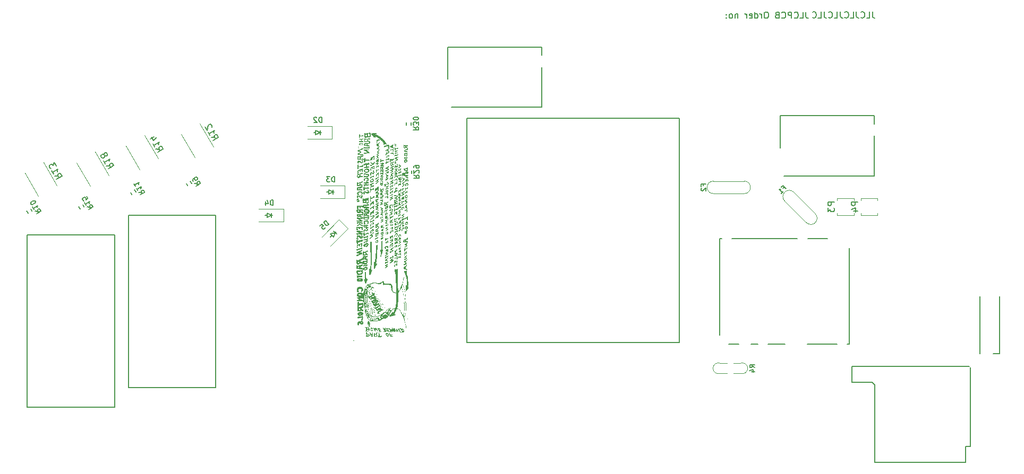
<source format=gbo>
G04 #@! TF.GenerationSoftware,KiCad,Pcbnew,7.0.9-7.0.9~ubuntu22.04.1*
G04 #@! TF.CreationDate,2023-12-30T04:32:08+00:00*
G04 #@! TF.ProjectId,uaeficopiedtovfr,75616566-6963-46f7-9069-6564746f7666,rev?*
G04 #@! TF.SameCoordinates,Original*
G04 #@! TF.FileFunction,Legend,Bot*
G04 #@! TF.FilePolarity,Positive*
%FSLAX46Y46*%
G04 Gerber Fmt 4.6, Leading zero omitted, Abs format (unit mm)*
G04 Created by KiCad (PCBNEW 7.0.9-7.0.9~ubuntu22.04.1) date 2023-12-30 04:32:08*
%MOMM*%
%LPD*%
G01*
G04 APERTURE LIST*
%ADD10C,0.000000*%
%ADD11C,0.150000*%
%ADD12C,0.127000*%
%ADD13C,0.170000*%
%ADD14C,0.099060*%
%ADD15C,0.120000*%
%ADD16C,0.200000*%
%ADD17C,0.203200*%
G04 APERTURE END LIST*
D10*
G36*
X64659296Y49068160D02*
G01*
X64662736Y49067022D01*
X64666285Y49065295D01*
X64669919Y49063001D01*
X64673612Y49060161D01*
X64677341Y49056795D01*
X64681080Y49052923D01*
X64684806Y49048566D01*
X64688492Y49043744D01*
X64692116Y49038479D01*
X64695651Y49032791D01*
X64699074Y49026700D01*
X64702359Y49020228D01*
X64705483Y49013394D01*
X64708421Y49006219D01*
X64711147Y48998724D01*
X64713638Y48990929D01*
X64715868Y48982855D01*
X64717814Y48974523D01*
X64719450Y48965953D01*
X64720752Y48957165D01*
X64721660Y48947264D01*
X64721927Y48937177D01*
X64721588Y48926953D01*
X64720677Y48916640D01*
X64717278Y48895947D01*
X64712010Y48875492D01*
X64705149Y48855667D01*
X64696973Y48836868D01*
X64687759Y48819487D01*
X64677786Y48803917D01*
X64667330Y48790553D01*
X64662008Y48784821D01*
X64656670Y48779787D01*
X64651350Y48775502D01*
X64646083Y48772013D01*
X64640904Y48769372D01*
X64635847Y48767625D01*
X64630947Y48766824D01*
X64626239Y48767016D01*
X64621757Y48768252D01*
X64617537Y48770580D01*
X64613612Y48774049D01*
X64610018Y48778709D01*
X64606790Y48784609D01*
X64603961Y48791798D01*
X64601949Y48796905D01*
X64599447Y48801637D01*
X64596468Y48805997D01*
X64593022Y48809984D01*
X64589120Y48813600D01*
X64584773Y48816846D01*
X64579993Y48819721D01*
X64574791Y48822228D01*
X64569178Y48824366D01*
X64563165Y48826137D01*
X64556763Y48827541D01*
X64549984Y48828579D01*
X64542838Y48829252D01*
X64535337Y48829560D01*
X64527492Y48829505D01*
X64519314Y48829088D01*
X64510814Y48828308D01*
X64502004Y48827167D01*
X64492894Y48825666D01*
X64483496Y48823805D01*
X64473820Y48821585D01*
X64463879Y48819007D01*
X64453683Y48816072D01*
X64443244Y48812780D01*
X64432572Y48809133D01*
X64421679Y48805131D01*
X64410575Y48800775D01*
X64399273Y48796065D01*
X64387783Y48791003D01*
X64376116Y48785589D01*
X64352298Y48773709D01*
X64324545Y48759438D01*
X64299946Y48747345D01*
X64278311Y48737526D01*
X64259452Y48730077D01*
X64251006Y48727272D01*
X64243182Y48725095D01*
X64235959Y48723558D01*
X64229312Y48722674D01*
X64223219Y48722455D01*
X64217655Y48722912D01*
X64212597Y48724058D01*
X64208021Y48725905D01*
X64203904Y48728464D01*
X64200223Y48731748D01*
X64196954Y48735768D01*
X64194074Y48740537D01*
X64191558Y48746067D01*
X64189384Y48752369D01*
X64187527Y48759456D01*
X64185965Y48767340D01*
X64184674Y48776033D01*
X64183631Y48785546D01*
X64182191Y48807082D01*
X64181459Y48832045D01*
X64181247Y48860531D01*
X64181546Y48894310D01*
X64182495Y48924508D01*
X64184115Y48951157D01*
X64186427Y48974286D01*
X64189455Y48993925D01*
X64193221Y49010103D01*
X64195388Y49016904D01*
X64197747Y49022852D01*
X64200301Y49027949D01*
X64203054Y49032200D01*
X64206008Y49035609D01*
X64209166Y49038178D01*
X64212530Y49039913D01*
X64216104Y49040816D01*
X64219890Y49040892D01*
X64223891Y49040143D01*
X64228110Y49038575D01*
X64232549Y49036190D01*
X64237211Y49032993D01*
X64242099Y49028986D01*
X64252565Y49018562D01*
X64263969Y49004947D01*
X64276332Y48988171D01*
X64283306Y48978780D01*
X64290577Y48970081D01*
X64298135Y48962080D01*
X64302018Y48958344D01*
X64305967Y48954784D01*
X64309982Y48951401D01*
X64314061Y48948196D01*
X64318202Y48945170D01*
X64322404Y48942323D01*
X64326665Y48939656D01*
X64330984Y48937170D01*
X64335360Y48934865D01*
X64339790Y48932743D01*
X64344274Y48930803D01*
X64348809Y48929046D01*
X64353395Y48927473D01*
X64358030Y48926086D01*
X64362712Y48924883D01*
X64367439Y48923867D01*
X64372211Y48923038D01*
X64377025Y48922396D01*
X64381881Y48921942D01*
X64386776Y48921677D01*
X64391709Y48921602D01*
X64396679Y48921717D01*
X64401685Y48922022D01*
X64406723Y48922520D01*
X64411794Y48923209D01*
X64416896Y48924092D01*
X64441104Y48929019D01*
X64464188Y48934299D01*
X64486086Y48939901D01*
X64506740Y48945796D01*
X64526087Y48951955D01*
X64544068Y48958346D01*
X64560624Y48964940D01*
X64575692Y48971707D01*
X64589214Y48978617D01*
X64601128Y48985640D01*
X64611375Y48992746D01*
X64619894Y48999906D01*
X64626625Y49007089D01*
X64631507Y49014265D01*
X64633236Y49017841D01*
X64634481Y49021404D01*
X64635233Y49024951D01*
X64635486Y49028477D01*
X64635696Y49035999D01*
X64636311Y49042685D01*
X64637306Y49048557D01*
X64638656Y49053636D01*
X64640337Y49057941D01*
X64642325Y49061494D01*
X64644593Y49064315D01*
X64645825Y49065457D01*
X64647119Y49066424D01*
X64648470Y49067219D01*
X64649876Y49067843D01*
X64651334Y49068300D01*
X64652841Y49068592D01*
X64655989Y49068690D01*
X64659296Y49068160D01*
G37*
G36*
X64729671Y49716036D02*
G01*
X64733894Y49712283D01*
X64737570Y49706212D01*
X64740713Y49697973D01*
X64745464Y49675590D01*
X64748265Y49646336D01*
X64749236Y49611411D01*
X64748496Y49572016D01*
X64746165Y49529352D01*
X64742360Y49484620D01*
X64737202Y49439022D01*
X64730810Y49393756D01*
X64723303Y49350026D01*
X64714800Y49309031D01*
X64705420Y49271972D01*
X64695283Y49240051D01*
X64684507Y49214467D01*
X64678918Y49204428D01*
X64673213Y49196423D01*
X64669234Y49191779D01*
X64665200Y49187379D01*
X64661097Y49183220D01*
X64656910Y49179299D01*
X64652626Y49175614D01*
X64648231Y49172161D01*
X64643710Y49168939D01*
X64639048Y49165943D01*
X64634233Y49163173D01*
X64629249Y49160623D01*
X64624083Y49158293D01*
X64618721Y49156179D01*
X64613148Y49154279D01*
X64607350Y49152589D01*
X64601313Y49151108D01*
X64595023Y49149831D01*
X64588466Y49148757D01*
X64581627Y49147883D01*
X64574493Y49147206D01*
X64567049Y49146724D01*
X64559282Y49146433D01*
X64551176Y49146330D01*
X64533895Y49146681D01*
X64515091Y49147754D01*
X64494653Y49149527D01*
X64472467Y49151979D01*
X64448420Y49155087D01*
X64410858Y49160733D01*
X64376554Y49166979D01*
X64345394Y49173910D01*
X64317264Y49181615D01*
X64292049Y49190178D01*
X64269637Y49199688D01*
X64249912Y49210231D01*
X64241022Y49215917D01*
X64232761Y49221894D01*
X64225115Y49228172D01*
X64218070Y49234763D01*
X64211612Y49241677D01*
X64205725Y49248926D01*
X64200397Y49256520D01*
X64195612Y49264469D01*
X64191356Y49272785D01*
X64187616Y49281479D01*
X64184377Y49290561D01*
X64181625Y49300043D01*
X64177523Y49320247D01*
X64175197Y49342179D01*
X64174533Y49365925D01*
X64175164Y49397973D01*
X64176100Y49416569D01*
X64329043Y49416569D01*
X64329150Y49409239D01*
X64329617Y49401764D01*
X64330446Y49394180D01*
X64331636Y49386522D01*
X64333187Y49378822D01*
X64335098Y49371117D01*
X64337370Y49363440D01*
X64340002Y49355827D01*
X64342994Y49348311D01*
X64346346Y49340927D01*
X64350057Y49333709D01*
X64354128Y49326693D01*
X64358559Y49319912D01*
X64363348Y49313401D01*
X64368496Y49307194D01*
X64374003Y49301327D01*
X64379160Y49296625D01*
X64385056Y49292059D01*
X64391624Y49287652D01*
X64398797Y49283426D01*
X64406507Y49279406D01*
X64414685Y49275614D01*
X64423264Y49272074D01*
X64432176Y49268808D01*
X64441354Y49265839D01*
X64450729Y49263192D01*
X64460234Y49260888D01*
X64469800Y49258951D01*
X64479360Y49257405D01*
X64488847Y49256272D01*
X64498192Y49255575D01*
X64507327Y49255337D01*
X64520737Y49255575D01*
X64526899Y49255895D01*
X64532711Y49256369D01*
X64538182Y49257012D01*
X64543320Y49257839D01*
X64548135Y49258864D01*
X64552636Y49260103D01*
X64556831Y49261570D01*
X64560729Y49263282D01*
X64564339Y49265251D01*
X64567671Y49267494D01*
X64570733Y49270026D01*
X64573534Y49272861D01*
X64576083Y49276014D01*
X64578389Y49279500D01*
X64580461Y49283335D01*
X64582307Y49287533D01*
X64583937Y49292108D01*
X64585360Y49297077D01*
X64586584Y49302454D01*
X64587618Y49308253D01*
X64588472Y49314491D01*
X64589154Y49321181D01*
X64589673Y49328339D01*
X64590038Y49335980D01*
X64590342Y49352769D01*
X64590137Y49371668D01*
X64589496Y49392796D01*
X64588563Y49414016D01*
X64587403Y49432885D01*
X64585937Y49449507D01*
X64584091Y49463987D01*
X64581785Y49476428D01*
X64578945Y49486935D01*
X64577301Y49491496D01*
X64575493Y49495612D01*
X64573514Y49499297D01*
X64571353Y49502563D01*
X64569000Y49505424D01*
X64566447Y49507892D01*
X64563683Y49509982D01*
X64560699Y49511705D01*
X64557485Y49513074D01*
X64554032Y49514104D01*
X64550330Y49514806D01*
X64546370Y49515194D01*
X64542141Y49515281D01*
X64537635Y49515079D01*
X64527751Y49513864D01*
X64516642Y49511653D01*
X64504229Y49508549D01*
X64487134Y49504227D01*
X64469302Y49500201D01*
X64451257Y49496553D01*
X64433518Y49493365D01*
X64416609Y49490718D01*
X64401050Y49488694D01*
X64387364Y49487376D01*
X64376071Y49486844D01*
X64373241Y49486723D01*
X64370497Y49486425D01*
X64367839Y49485954D01*
X64365268Y49485315D01*
X64362783Y49484512D01*
X64360385Y49483549D01*
X64358074Y49482430D01*
X64355850Y49481160D01*
X64353714Y49479743D01*
X64351665Y49478184D01*
X64349703Y49476487D01*
X64347830Y49474655D01*
X64346044Y49472694D01*
X64344346Y49470608D01*
X64342737Y49468401D01*
X64341216Y49466077D01*
X64339784Y49463641D01*
X64338440Y49461097D01*
X64337185Y49458450D01*
X64336020Y49455703D01*
X64334944Y49452861D01*
X64333957Y49449929D01*
X64333060Y49446910D01*
X64332252Y49443809D01*
X64331535Y49440631D01*
X64330907Y49437379D01*
X64330370Y49434058D01*
X64329923Y49430672D01*
X64329567Y49427226D01*
X64329301Y49423724D01*
X64329043Y49416569D01*
X64176100Y49416569D01*
X64176688Y49428254D01*
X64179062Y49456654D01*
X64182242Y49483062D01*
X64186186Y49507364D01*
X64190849Y49529450D01*
X64196189Y49549205D01*
X64202162Y49566519D01*
X64208725Y49581279D01*
X64215835Y49593371D01*
X64223448Y49602685D01*
X64227430Y49606265D01*
X64231521Y49609107D01*
X64235717Y49611199D01*
X64240011Y49612526D01*
X64244399Y49613073D01*
X64248875Y49612828D01*
X64253434Y49611775D01*
X64258069Y49609901D01*
X64262777Y49607193D01*
X64267550Y49603634D01*
X64272781Y49600094D01*
X64279223Y49597098D01*
X64286799Y49594629D01*
X64295431Y49592673D01*
X64315556Y49590235D01*
X64338983Y49589658D01*
X64365095Y49590816D01*
X64393273Y49593584D01*
X64422902Y49597837D01*
X64453365Y49603448D01*
X64484045Y49610293D01*
X64514325Y49618245D01*
X64542141Y49626738D01*
X64543587Y49627179D01*
X64571216Y49636970D01*
X64596594Y49647492D01*
X64619105Y49658619D01*
X64638131Y49670225D01*
X64646145Y49676170D01*
X64653056Y49682187D01*
X64656963Y49685744D01*
X64661118Y49689207D01*
X64665484Y49692557D01*
X64670025Y49695774D01*
X64674704Y49698841D01*
X64679486Y49701739D01*
X64684333Y49704448D01*
X64689209Y49706952D01*
X64694077Y49709230D01*
X64698902Y49711265D01*
X64703647Y49713038D01*
X64708274Y49714530D01*
X64712748Y49715723D01*
X64717033Y49716598D01*
X64721091Y49717136D01*
X64724887Y49717320D01*
X64729671Y49716036D01*
G37*
G36*
X57521415Y31003673D02*
G01*
X57523807Y31003518D01*
X57526206Y31003262D01*
X57528608Y31002903D01*
X57531009Y31002440D01*
X57533403Y31001874D01*
X57535787Y31001203D01*
X57538155Y31000427D01*
X57540504Y30999546D01*
X57542829Y30998558D01*
X57545126Y30997464D01*
X57547390Y30996263D01*
X57549617Y30994954D01*
X57553834Y30991276D01*
X57557813Y30985671D01*
X57561553Y30978242D01*
X57565051Y30969095D01*
X57571317Y30946056D01*
X57576597Y30917383D01*
X57580880Y30883906D01*
X57584152Y30846454D01*
X57586400Y30805857D01*
X57587610Y30762944D01*
X57587771Y30718544D01*
X57586868Y30673488D01*
X57584889Y30628605D01*
X57581821Y30584724D01*
X57577651Y30542674D01*
X57572366Y30503286D01*
X57565953Y30467388D01*
X57558398Y30435811D01*
X57553785Y30422747D01*
X57547290Y30409686D01*
X57539000Y30396661D01*
X57529002Y30383705D01*
X57517385Y30370854D01*
X57504237Y30358140D01*
X57489645Y30345598D01*
X57473697Y30333261D01*
X57456481Y30321163D01*
X57438084Y30309338D01*
X57398101Y30286642D01*
X57354451Y30265444D01*
X57307835Y30246015D01*
X57258956Y30228625D01*
X57208516Y30213545D01*
X57157218Y30201046D01*
X57105765Y30191398D01*
X57054858Y30184872D01*
X57029829Y30182865D01*
X57005200Y30181739D01*
X56981059Y30181529D01*
X56957493Y30182269D01*
X56934591Y30183993D01*
X56912440Y30186734D01*
X56870146Y30193719D01*
X56832160Y30201520D01*
X56798256Y30210433D01*
X56782764Y30215398D01*
X56768207Y30220752D01*
X56754557Y30226532D01*
X56741786Y30232774D01*
X56729865Y30239516D01*
X56718765Y30246794D01*
X56708459Y30254645D01*
X56698918Y30263107D01*
X56690113Y30272216D01*
X56682017Y30282010D01*
X56674601Y30292524D01*
X56667836Y30303796D01*
X56661694Y30315864D01*
X56656147Y30328764D01*
X56651166Y30342532D01*
X56646723Y30357207D01*
X56642790Y30372824D01*
X56639338Y30389421D01*
X56636338Y30407034D01*
X56633763Y30425702D01*
X56629773Y30466345D01*
X56627139Y30511647D01*
X56625636Y30561902D01*
X56625519Y30570172D01*
X56822528Y30570172D01*
X56823604Y30553782D01*
X56826763Y30538177D01*
X56831901Y30523371D01*
X56838912Y30509376D01*
X56847691Y30496206D01*
X56858135Y30483874D01*
X56870138Y30472393D01*
X56883596Y30461777D01*
X56898404Y30452039D01*
X56914458Y30443192D01*
X56931652Y30435249D01*
X56949882Y30428225D01*
X56969043Y30422131D01*
X56989031Y30416982D01*
X57009741Y30412791D01*
X57031068Y30409570D01*
X57052907Y30407334D01*
X57075155Y30406095D01*
X57097705Y30405867D01*
X57120454Y30406663D01*
X57143297Y30408496D01*
X57166129Y30411380D01*
X57188845Y30415328D01*
X57211341Y30420353D01*
X57233512Y30426469D01*
X57255253Y30433688D01*
X57276460Y30442025D01*
X57297028Y30451491D01*
X57316852Y30462102D01*
X57335827Y30473869D01*
X57353850Y30486806D01*
X57370814Y30500927D01*
X57377679Y30507456D01*
X57384358Y30514532D01*
X57390816Y30522085D01*
X57397018Y30530049D01*
X57402928Y30538354D01*
X57408511Y30546932D01*
X57413731Y30555715D01*
X57418552Y30564635D01*
X57422939Y30573622D01*
X57426857Y30582610D01*
X57430270Y30591529D01*
X57433141Y30600311D01*
X57435437Y30608887D01*
X57437120Y30617190D01*
X57438157Y30625152D01*
X57438510Y30632702D01*
X57438293Y30639914D01*
X57437618Y30646713D01*
X57436448Y30653103D01*
X57434748Y30659087D01*
X57432481Y30664670D01*
X57431124Y30667313D01*
X57429612Y30669856D01*
X57427939Y30672302D01*
X57426102Y30674649D01*
X57424097Y30676900D01*
X57421917Y30679054D01*
X57419560Y30681111D01*
X57417021Y30683073D01*
X57414294Y30684940D01*
X57411376Y30686712D01*
X57408262Y30688390D01*
X57404947Y30689974D01*
X57397698Y30692864D01*
X57389591Y30695385D01*
X57380592Y30697542D01*
X57370664Y30699338D01*
X57359770Y30700778D01*
X57347874Y30701866D01*
X57334940Y30702606D01*
X57320932Y30703002D01*
X57305814Y30703058D01*
X57289549Y30702777D01*
X57272101Y30702166D01*
X57253433Y30701226D01*
X57233511Y30699962D01*
X57212296Y30698379D01*
X57189754Y30696481D01*
X57140541Y30691754D01*
X57085581Y30685813D01*
X57024585Y30678692D01*
X56965682Y30670992D01*
X56940984Y30667133D01*
X56919219Y30663140D01*
X56900212Y30658920D01*
X56883784Y30654376D01*
X56869759Y30649413D01*
X56857962Y30643936D01*
X56848214Y30637849D01*
X56844053Y30634547D01*
X56840339Y30631058D01*
X56837048Y30627368D01*
X56834160Y30623466D01*
X56831652Y30619340D01*
X56829501Y30614979D01*
X56826185Y30605502D01*
X56824035Y30594938D01*
X56822875Y30583193D01*
X56822528Y30570172D01*
X56625519Y30570172D01*
X56624526Y30640291D01*
X56624386Y30709234D01*
X56625223Y30768697D01*
X56627041Y30818645D01*
X56629846Y30859044D01*
X56633645Y30889859D01*
X56635919Y30901663D01*
X56638442Y30911058D01*
X56641217Y30918039D01*
X56644244Y30922604D01*
X56644795Y30922947D01*
X56645714Y30923203D01*
X56648619Y30923460D01*
X56652881Y30923387D01*
X56658421Y30922995D01*
X56665161Y30922298D01*
X56673023Y30921305D01*
X56691802Y30918485D01*
X56714131Y30914629D01*
X56739385Y30909833D01*
X56766939Y30904192D01*
X56796168Y30897801D01*
X56829131Y30892323D01*
X56868719Y30888994D01*
X56913793Y30887669D01*
X56963217Y30888201D01*
X57015856Y30890443D01*
X57070571Y30894250D01*
X57181688Y30905971D01*
X57235816Y30913593D01*
X57287474Y30922194D01*
X57305814Y30925794D01*
X57335527Y30931627D01*
X57378837Y30941747D01*
X57416268Y30952407D01*
X57446684Y30963461D01*
X57468947Y30974762D01*
X57476666Y30980460D01*
X57481921Y30986165D01*
X57483237Y30987936D01*
X57484648Y30989616D01*
X57486151Y30991205D01*
X57487742Y30992702D01*
X57489415Y30994107D01*
X57491166Y30995418D01*
X57492991Y30996635D01*
X57494886Y30997758D01*
X57496845Y30998786D01*
X57498865Y30999719D01*
X57500941Y31000556D01*
X57503069Y31001296D01*
X57505244Y31001939D01*
X57507461Y31002484D01*
X57509717Y31002931D01*
X57512007Y31003279D01*
X57514326Y31003528D01*
X57516670Y31003677D01*
X57519034Y31003725D01*
X57521415Y31003673D01*
G37*
G36*
X59397912Y40595323D02*
G01*
X59401193Y40595085D01*
X59404311Y40594688D01*
X59407264Y40594129D01*
X59410054Y40593409D01*
X59412681Y40592525D01*
X59415145Y40591476D01*
X59417448Y40590263D01*
X59419590Y40588882D01*
X59421570Y40587334D01*
X59423390Y40585617D01*
X59425051Y40583731D01*
X59426552Y40581673D01*
X59427894Y40579443D01*
X59429078Y40577039D01*
X59430104Y40574461D01*
X59430973Y40571708D01*
X59431685Y40568778D01*
X59432241Y40565670D01*
X59432640Y40562383D01*
X59432885Y40558917D01*
X59432975Y40555269D01*
X59432910Y40551439D01*
X59432692Y40547425D01*
X59432321Y40543227D01*
X59431796Y40538843D01*
X59431120Y40534273D01*
X59430292Y40529514D01*
X59429312Y40524567D01*
X59428182Y40519429D01*
X59426901Y40514101D01*
X59425471Y40508580D01*
X59423102Y40498859D01*
X59420788Y40487645D01*
X59416377Y40461270D01*
X59412337Y40430525D01*
X59408768Y40396478D01*
X59405768Y40360198D01*
X59403437Y40322755D01*
X59401875Y40285217D01*
X59401179Y40248654D01*
X59400451Y40214284D01*
X59398747Y40181969D01*
X59396105Y40151795D01*
X59392560Y40123849D01*
X59388150Y40098218D01*
X59382913Y40074989D01*
X59376885Y40054248D01*
X59370104Y40036083D01*
X59362606Y40020579D01*
X59354429Y40007825D01*
X59350097Y40002505D01*
X59345609Y39997906D01*
X59340971Y39994037D01*
X59336185Y39990910D01*
X59331257Y39988535D01*
X59326192Y39986923D01*
X59320995Y39986085D01*
X59315669Y39986032D01*
X59310220Y39986774D01*
X59304652Y39988324D01*
X59298969Y39990690D01*
X59293177Y39993885D01*
X59290766Y39995530D01*
X59288507Y39997388D01*
X59286401Y39999460D01*
X59284447Y40001747D01*
X59282645Y40004248D01*
X59280995Y40006965D01*
X59279497Y40009896D01*
X59278151Y40013042D01*
X59276956Y40016404D01*
X59275913Y40019981D01*
X59275022Y40023774D01*
X59274282Y40027783D01*
X59273694Y40032008D01*
X59273256Y40036449D01*
X59272970Y40041107D01*
X59272835Y40045981D01*
X59272850Y40051072D01*
X59273016Y40056380D01*
X59273801Y40067647D01*
X59275187Y40079784D01*
X59277173Y40092792D01*
X59279760Y40106674D01*
X59282945Y40121429D01*
X59286729Y40137060D01*
X59291110Y40153569D01*
X59298001Y40180246D01*
X59303449Y40205094D01*
X59307467Y40228081D01*
X59310065Y40249171D01*
X59311256Y40268332D01*
X59311051Y40285531D01*
X59309461Y40300733D01*
X59308151Y40307575D01*
X59306499Y40313905D01*
X59304507Y40319720D01*
X59302176Y40325014D01*
X59299508Y40329784D01*
X59296504Y40334026D01*
X59293165Y40337735D01*
X59289493Y40340907D01*
X59285490Y40343538D01*
X59281157Y40345624D01*
X59276495Y40347161D01*
X59271506Y40348144D01*
X59266191Y40348570D01*
X59260552Y40348433D01*
X59254590Y40347730D01*
X59248307Y40346457D01*
X59241704Y40344609D01*
X59234782Y40342183D01*
X59230285Y40340357D01*
X59226026Y40338398D01*
X59221998Y40336266D01*
X59218190Y40333920D01*
X59214595Y40331320D01*
X59211204Y40328424D01*
X59208009Y40325193D01*
X59205001Y40321587D01*
X59202170Y40317564D01*
X59199510Y40313084D01*
X59197011Y40308108D01*
X59194665Y40302594D01*
X59192462Y40296501D01*
X59190395Y40289791D01*
X59188455Y40282421D01*
X59186633Y40274352D01*
X59184921Y40265544D01*
X59183310Y40255955D01*
X59181791Y40245546D01*
X59180357Y40234275D01*
X59178997Y40222103D01*
X59177705Y40208989D01*
X59176471Y40194892D01*
X59175286Y40179773D01*
X59173032Y40146303D01*
X59170873Y40108257D01*
X59168741Y40065310D01*
X59166568Y40017140D01*
X59164628Y39988596D01*
X59161472Y39961458D01*
X59157283Y39936025D01*
X59152247Y39912600D01*
X59146550Y39891483D01*
X59140376Y39872977D01*
X59133911Y39857382D01*
X59127340Y39845000D01*
X59120849Y39836132D01*
X59117690Y39833110D01*
X59114622Y39831080D01*
X59111665Y39830079D01*
X59108844Y39830144D01*
X59106182Y39831315D01*
X59103702Y39833627D01*
X59101427Y39837120D01*
X59099380Y39841830D01*
X59097585Y39847796D01*
X59096064Y39855054D01*
X59093938Y39873600D01*
X59093188Y39897770D01*
X59092978Y39905743D01*
X59092361Y39913748D01*
X59091358Y39921736D01*
X59089989Y39929652D01*
X59088274Y39937446D01*
X59086233Y39945063D01*
X59083887Y39952454D01*
X59081256Y39959564D01*
X59078359Y39966341D01*
X59075218Y39972735D01*
X59071852Y39978691D01*
X59068282Y39984158D01*
X59064528Y39989083D01*
X59060610Y39993415D01*
X59056548Y39997101D01*
X59052363Y40000088D01*
X59050283Y40001465D01*
X59048284Y40002974D01*
X59046367Y40004609D01*
X59044533Y40006365D01*
X59042784Y40008236D01*
X59041122Y40010217D01*
X59039547Y40012302D01*
X59038062Y40014487D01*
X59036667Y40016766D01*
X59035363Y40019134D01*
X59034153Y40021585D01*
X59033038Y40024114D01*
X59032018Y40026715D01*
X59031096Y40029383D01*
X59030273Y40032113D01*
X59029549Y40034899D01*
X59028928Y40037737D01*
X59028409Y40040620D01*
X59027994Y40043543D01*
X59027686Y40046501D01*
X59027484Y40049489D01*
X59027390Y40052501D01*
X59027407Y40055531D01*
X59027535Y40058575D01*
X59027775Y40061628D01*
X59028129Y40064682D01*
X59028599Y40067735D01*
X59029185Y40070779D01*
X59029889Y40073810D01*
X59030713Y40076822D01*
X59031658Y40079810D01*
X59032725Y40082768D01*
X59034977Y40089114D01*
X59036690Y40095001D01*
X59037346Y40097768D01*
X59037870Y40100417D01*
X59038262Y40102946D01*
X59038522Y40105354D01*
X59038651Y40107639D01*
X59038650Y40109801D01*
X59038519Y40111838D01*
X59038260Y40113748D01*
X59037871Y40115532D01*
X59037355Y40117187D01*
X59036712Y40118712D01*
X59035942Y40120106D01*
X59035046Y40121368D01*
X59034024Y40122497D01*
X59032878Y40123490D01*
X59031608Y40124348D01*
X59030214Y40125069D01*
X59028696Y40125651D01*
X59027057Y40126094D01*
X59025296Y40126396D01*
X59023413Y40126555D01*
X59021410Y40126572D01*
X59019287Y40126444D01*
X59017044Y40126170D01*
X59014683Y40125749D01*
X59012203Y40125180D01*
X59009606Y40124462D01*
X59006892Y40123593D01*
X59004136Y40122442D01*
X59001448Y40120895D01*
X58998829Y40118957D01*
X58996282Y40116633D01*
X58993806Y40113930D01*
X58991405Y40110853D01*
X58989077Y40107408D01*
X58986826Y40103599D01*
X58984652Y40099434D01*
X58982556Y40094916D01*
X58980540Y40090053D01*
X58978605Y40084849D01*
X58976752Y40079310D01*
X58974982Y40073443D01*
X58971699Y40060742D01*
X58968764Y40046791D01*
X58966188Y40031636D01*
X58963980Y40015321D01*
X58962152Y39997892D01*
X58960712Y39979392D01*
X58959671Y39959866D01*
X58959040Y39939361D01*
X58958827Y39917920D01*
X58958247Y39862952D01*
X58957422Y39839902D01*
X58956151Y39819589D01*
X58954367Y39801847D01*
X58952005Y39786512D01*
X58948996Y39773419D01*
X58945274Y39762404D01*
X58943125Y39757624D01*
X58940773Y39753301D01*
X58938209Y39749416D01*
X58935426Y39745947D01*
X58932414Y39742874D01*
X58929165Y39740176D01*
X58925672Y39737833D01*
X58921925Y39735823D01*
X58913638Y39732725D01*
X58904238Y39730715D01*
X58893658Y39729631D01*
X58881831Y39729306D01*
X58875841Y39729396D01*
X58870146Y39729679D01*
X58864738Y39730176D01*
X58859607Y39730907D01*
X58854745Y39731891D01*
X58850143Y39733148D01*
X58845793Y39734699D01*
X58841684Y39736563D01*
X58837810Y39738760D01*
X58834160Y39741311D01*
X58830726Y39744235D01*
X58827500Y39747552D01*
X58824471Y39751282D01*
X58821633Y39755445D01*
X58818976Y39760062D01*
X58816490Y39765151D01*
X58814168Y39770734D01*
X58812000Y39776830D01*
X58809978Y39783458D01*
X58808093Y39790640D01*
X58806336Y39798395D01*
X58804698Y39806742D01*
X58803171Y39815702D01*
X58801746Y39825296D01*
X58800413Y39835541D01*
X58799165Y39846460D01*
X58796885Y39870396D01*
X58794837Y39897263D01*
X58792949Y39927220D01*
X58791104Y39960349D01*
X58789764Y39989762D01*
X58789341Y40003184D01*
X58789113Y40015810D01*
X58789102Y40027682D01*
X58789332Y40038845D01*
X58790156Y40054352D01*
X58791589Y40068495D01*
X58792553Y40075100D01*
X58793691Y40081418D01*
X58795011Y40087467D01*
X58796521Y40093264D01*
X58798227Y40098828D01*
X58800138Y40104177D01*
X58802260Y40109329D01*
X58804601Y40114301D01*
X58807167Y40119111D01*
X58809968Y40123779D01*
X58813009Y40128320D01*
X58816298Y40132754D01*
X58819843Y40137098D01*
X58823652Y40141370D01*
X58827730Y40145589D01*
X58832086Y40149771D01*
X58841661Y40158100D01*
X58852435Y40166501D01*
X58864467Y40175118D01*
X58877816Y40184093D01*
X58892542Y40193570D01*
X58908702Y40203694D01*
X58922422Y40212535D01*
X58937305Y40222718D01*
X58969990Y40246629D01*
X59005613Y40274464D01*
X59043030Y40305262D01*
X59081096Y40338059D01*
X59118668Y40371892D01*
X59154602Y40405799D01*
X59187755Y40438816D01*
X59203537Y40454750D01*
X59219434Y40470240D01*
X59235339Y40485207D01*
X59251146Y40499570D01*
X59266749Y40513248D01*
X59282040Y40526160D01*
X59296915Y40538226D01*
X59311266Y40549364D01*
X59324987Y40559495D01*
X59337972Y40568537D01*
X59350114Y40576409D01*
X59361307Y40583031D01*
X59371446Y40588322D01*
X59380422Y40592202D01*
X59388131Y40594589D01*
X59391477Y40595197D01*
X59394465Y40595402D01*
X59397912Y40595323D01*
G37*
G36*
X60177306Y50655393D02*
G01*
X60178912Y50654736D01*
X60181870Y50652526D01*
X60184397Y50649773D01*
X60186503Y50646511D01*
X60188202Y50642772D01*
X60189504Y50638590D01*
X60190421Y50633998D01*
X60190964Y50629030D01*
X60191147Y50623717D01*
X60190979Y50618095D01*
X60190473Y50612196D01*
X60188494Y50599699D01*
X60185301Y50586492D01*
X60180990Y50572842D01*
X60175653Y50559014D01*
X60169384Y50545273D01*
X60162275Y50531885D01*
X60154421Y50519117D01*
X60145915Y50507234D01*
X60141447Y50501707D01*
X60136851Y50496501D01*
X60132138Y50491649D01*
X60127321Y50487184D01*
X60122411Y50483140D01*
X60117419Y50479550D01*
X60115048Y50477795D01*
X60112879Y50475826D01*
X60110912Y50473645D01*
X60109147Y50471251D01*
X60107584Y50468644D01*
X60106223Y50465826D01*
X60105064Y50462797D01*
X60104106Y50459557D01*
X60103349Y50456107D01*
X60102794Y50452448D01*
X60102440Y50448579D01*
X60102286Y50444501D01*
X60102333Y50440215D01*
X60102581Y50435722D01*
X60103030Y50431021D01*
X60103679Y50426114D01*
X60104528Y50421000D01*
X60105577Y50415680D01*
X60106825Y50410155D01*
X60108274Y50404426D01*
X60111770Y50392354D01*
X60116063Y50379469D01*
X60121152Y50365775D01*
X60127036Y50351275D01*
X60133714Y50335973D01*
X60141185Y50319874D01*
X60147533Y50306204D01*
X60153475Y50292692D01*
X60158989Y50279418D01*
X60164057Y50266462D01*
X60168656Y50253904D01*
X60172767Y50241823D01*
X60176370Y50230300D01*
X60179443Y50219414D01*
X60181967Y50209245D01*
X60183921Y50199873D01*
X60185284Y50191378D01*
X60186037Y50183839D01*
X60186158Y50177336D01*
X60185627Y50171950D01*
X60184424Y50167760D01*
X60183564Y50166138D01*
X60182528Y50164845D01*
X60179583Y50162487D01*
X60176044Y50160687D01*
X60171937Y50159433D01*
X60167285Y50158713D01*
X60162112Y50158514D01*
X60156441Y50158824D01*
X60150296Y50159630D01*
X60143702Y50160921D01*
X60136681Y50162683D01*
X60129258Y50164904D01*
X60113299Y50170675D01*
X60096016Y50178134D01*
X60077599Y50187182D01*
X60058238Y50197720D01*
X60038124Y50209649D01*
X60017445Y50222870D01*
X59996394Y50237284D01*
X59975159Y50252791D01*
X59953931Y50269293D01*
X59932900Y50286689D01*
X59912257Y50304882D01*
X59826991Y50382397D01*
X59836894Y50391228D01*
X59991395Y50391228D01*
X59991436Y50389643D01*
X59991589Y50388012D01*
X59991855Y50386337D01*
X59992233Y50384620D01*
X59992724Y50382862D01*
X59993327Y50381065D01*
X59994044Y50379230D01*
X59994874Y50377360D01*
X59995817Y50375455D01*
X59996873Y50373517D01*
X59998042Y50371548D01*
X60000548Y50367624D01*
X60003148Y50363804D01*
X60005821Y50360110D01*
X60008548Y50356561D01*
X60011309Y50353178D01*
X60014085Y50349981D01*
X60016856Y50346992D01*
X60019603Y50344230D01*
X60022305Y50341717D01*
X60024945Y50339471D01*
X60027501Y50337516D01*
X60029954Y50335869D01*
X60032285Y50334553D01*
X60034474Y50333588D01*
X60035509Y50333243D01*
X60036502Y50332993D01*
X60037449Y50332842D01*
X60038348Y50332791D01*
X60039219Y50332842D01*
X60040079Y50332993D01*
X60040927Y50333243D01*
X60041762Y50333588D01*
X60042584Y50334025D01*
X60043390Y50334553D01*
X60044180Y50335169D01*
X60044953Y50335869D01*
X60045708Y50336653D01*
X60046443Y50337516D01*
X60047157Y50338456D01*
X60047850Y50339471D01*
X60048519Y50340559D01*
X60049165Y50341717D01*
X60049785Y50342941D01*
X60050380Y50344230D01*
X60050947Y50345581D01*
X60051485Y50346992D01*
X60051994Y50348459D01*
X60052472Y50349981D01*
X60052918Y50351555D01*
X60053332Y50353178D01*
X60053711Y50354847D01*
X60054055Y50356561D01*
X60054363Y50358316D01*
X60054633Y50360110D01*
X60054865Y50361940D01*
X60055057Y50363804D01*
X60055209Y50365700D01*
X60055318Y50367624D01*
X60055385Y50369574D01*
X60055407Y50371548D01*
X60055354Y50373521D01*
X60055195Y50375467D01*
X60054934Y50377384D01*
X60054573Y50379270D01*
X60054114Y50381122D01*
X60053561Y50382939D01*
X60052915Y50384717D01*
X60052181Y50386455D01*
X60051359Y50388149D01*
X60050454Y50389798D01*
X60049466Y50391400D01*
X60048400Y50392951D01*
X60047258Y50394450D01*
X60046042Y50395893D01*
X60044756Y50397280D01*
X60043401Y50398607D01*
X60041980Y50399872D01*
X60040496Y50401072D01*
X60038952Y50402206D01*
X60037350Y50403270D01*
X60035693Y50404263D01*
X60033984Y50405182D01*
X60032224Y50406025D01*
X60030418Y50406789D01*
X60028567Y50407472D01*
X60026674Y50408072D01*
X60024741Y50408586D01*
X60022772Y50409012D01*
X60020769Y50409347D01*
X60018735Y50409590D01*
X60016672Y50409737D01*
X60014583Y50409787D01*
X60012524Y50409736D01*
X60010556Y50409584D01*
X60008678Y50409335D01*
X60006892Y50408991D01*
X60005198Y50408555D01*
X60003597Y50408028D01*
X60002090Y50407415D01*
X60000677Y50406718D01*
X59999360Y50405938D01*
X59998139Y50405080D01*
X59997015Y50404145D01*
X59995988Y50403137D01*
X59995061Y50402057D01*
X59994232Y50400909D01*
X59993504Y50399696D01*
X59992877Y50398419D01*
X59992356Y50397084D01*
X59991948Y50395696D01*
X59991652Y50394256D01*
X59991467Y50392767D01*
X59991395Y50391228D01*
X59836894Y50391228D01*
X59989261Y50527096D01*
X60014583Y50548983D01*
X60022425Y50555762D01*
X60054449Y50581830D01*
X60084552Y50604784D01*
X60111953Y50624107D01*
X60124396Y50632245D01*
X60135870Y50639280D01*
X60146279Y50645150D01*
X60155523Y50649788D01*
X60163507Y50653130D01*
X60170131Y50655112D01*
X60175299Y50655669D01*
X60177306Y50655393D01*
G37*
G36*
X58099037Y21864682D02*
G01*
X58144411Y21862623D01*
X58194139Y21859425D01*
X58246933Y21855129D01*
X58301509Y21849781D01*
X58323726Y21847111D01*
X58367982Y21841790D01*
X58397977Y21837445D01*
X58425889Y21832845D01*
X58451774Y21827972D01*
X58475691Y21822810D01*
X58497698Y21817343D01*
X58517852Y21811552D01*
X58536211Y21805423D01*
X58552833Y21798936D01*
X58567775Y21792077D01*
X58581096Y21784827D01*
X58592853Y21777170D01*
X58603104Y21769090D01*
X58611907Y21760569D01*
X58619319Y21751591D01*
X58626688Y21740540D01*
X58633485Y21728386D01*
X58639712Y21715204D01*
X58645374Y21701073D01*
X58655020Y21670271D01*
X58662457Y21636598D01*
X58667717Y21600674D01*
X58670833Y21563116D01*
X58671839Y21524544D01*
X58670768Y21485575D01*
X58667653Y21446829D01*
X58662527Y21408923D01*
X58655424Y21372477D01*
X58646377Y21338108D01*
X58635419Y21306436D01*
X58622583Y21278079D01*
X58615471Y21265337D01*
X58607902Y21253656D01*
X58599881Y21243112D01*
X58591411Y21233784D01*
X58579097Y21221988D01*
X58572979Y21216561D01*
X58566844Y21211440D01*
X58560660Y21206618D01*
X58554395Y21202088D01*
X58548016Y21197845D01*
X58541492Y21193882D01*
X58534789Y21190192D01*
X58527877Y21186769D01*
X58520723Y21183607D01*
X58513294Y21180700D01*
X58505559Y21178040D01*
X58497485Y21175622D01*
X58489041Y21173439D01*
X58480193Y21171484D01*
X58470910Y21169752D01*
X58461160Y21168236D01*
X58450911Y21166930D01*
X58440130Y21165826D01*
X58416844Y21164203D01*
X58391045Y21163315D01*
X58362477Y21163112D01*
X58330881Y21163542D01*
X58296001Y21164553D01*
X58257579Y21166096D01*
X58212164Y21168920D01*
X58169811Y21173113D01*
X58130814Y21178506D01*
X58095461Y21184926D01*
X58064047Y21192206D01*
X58036861Y21200174D01*
X58014195Y21208661D01*
X57996342Y21217495D01*
X57989310Y21221990D01*
X57983591Y21226508D01*
X57979221Y21231028D01*
X57976236Y21235529D01*
X57974673Y21239989D01*
X57974568Y21244388D01*
X57975957Y21248703D01*
X57978877Y21252914D01*
X57983364Y21256999D01*
X57989456Y21260938D01*
X57997187Y21264708D01*
X58006596Y21268289D01*
X58030588Y21274797D01*
X58061725Y21280293D01*
X58075033Y21282455D01*
X58081167Y21283688D01*
X58086964Y21285042D01*
X58092434Y21286531D01*
X58097585Y21288170D01*
X58102424Y21289972D01*
X58106961Y21291953D01*
X58111203Y21294127D01*
X58115158Y21296509D01*
X58118836Y21299113D01*
X58122244Y21301953D01*
X58125390Y21305043D01*
X58128283Y21308400D01*
X58130930Y21312036D01*
X58133342Y21315966D01*
X58135524Y21320205D01*
X58137487Y21324768D01*
X58138770Y21328358D01*
X58246730Y21328358D01*
X58247124Y21323177D01*
X58248287Y21318231D01*
X58250189Y21313524D01*
X58252801Y21309060D01*
X58256092Y21304841D01*
X58260034Y21300872D01*
X58264596Y21297156D01*
X58269750Y21293698D01*
X58275465Y21290500D01*
X58281711Y21287567D01*
X58288460Y21284902D01*
X58295682Y21282508D01*
X58303346Y21280390D01*
X58311424Y21278551D01*
X58319885Y21276995D01*
X58328701Y21275725D01*
X58337841Y21274745D01*
X58347276Y21274059D01*
X58356976Y21273670D01*
X58366912Y21273583D01*
X58377053Y21273800D01*
X58387372Y21274326D01*
X58397837Y21275163D01*
X58408419Y21276317D01*
X58419088Y21277790D01*
X58429816Y21279586D01*
X58440572Y21281708D01*
X58451326Y21284162D01*
X58462050Y21286949D01*
X58472713Y21290074D01*
X58483286Y21293541D01*
X58493739Y21297352D01*
X58500345Y21300162D01*
X58506571Y21303360D01*
X58512417Y21306919D01*
X58517879Y21310812D01*
X58522956Y21315012D01*
X58527645Y21319491D01*
X58531945Y21324221D01*
X58535851Y21329177D01*
X58539364Y21334330D01*
X58542480Y21339653D01*
X58545197Y21345120D01*
X58547512Y21350702D01*
X58549425Y21356372D01*
X58550931Y21362103D01*
X58552030Y21367869D01*
X58552719Y21373640D01*
X58552995Y21379392D01*
X58552857Y21385095D01*
X58552302Y21390723D01*
X58551329Y21396248D01*
X58549933Y21401644D01*
X58548115Y21406882D01*
X58545870Y21411937D01*
X58543198Y21416779D01*
X58540095Y21421383D01*
X58536560Y21425721D01*
X58532591Y21429765D01*
X58528184Y21433488D01*
X58523338Y21436864D01*
X58518051Y21439864D01*
X58512321Y21442462D01*
X58506144Y21444630D01*
X58468925Y21455464D01*
X58435229Y21464208D01*
X58404901Y21470792D01*
X58377787Y21475148D01*
X58353732Y21477205D01*
X58342803Y21477351D01*
X58332581Y21476896D01*
X58323046Y21475831D01*
X58314179Y21474149D01*
X58305960Y21471841D01*
X58298371Y21468897D01*
X58291392Y21465310D01*
X58285003Y21461070D01*
X58279186Y21456169D01*
X58273920Y21450598D01*
X58269187Y21444349D01*
X58264967Y21437413D01*
X58261241Y21429781D01*
X58257989Y21421445D01*
X58255192Y21412396D01*
X58252831Y21402625D01*
X58249338Y21380883D01*
X58247356Y21356151D01*
X58246730Y21328358D01*
X58138770Y21328358D01*
X58139238Y21329668D01*
X58140785Y21334920D01*
X58142137Y21340539D01*
X58143301Y21346539D01*
X58144287Y21352934D01*
X58145103Y21359740D01*
X58145756Y21366970D01*
X58146255Y21374639D01*
X58146824Y21391353D01*
X58146877Y21409995D01*
X58146479Y21430684D01*
X58144847Y21473187D01*
X58142377Y21512776D01*
X58139060Y21549474D01*
X58134886Y21583306D01*
X58129846Y21614295D01*
X58123933Y21642465D01*
X58117135Y21667839D01*
X58109445Y21690442D01*
X58100854Y21710296D01*
X58098535Y21714476D01*
X58250728Y21714476D01*
X58250999Y21703125D01*
X58251917Y21690536D01*
X58253444Y21676655D01*
X58254837Y21666739D01*
X58256492Y21657114D01*
X58258386Y21647829D01*
X58260497Y21638933D01*
X58262803Y21630476D01*
X58265282Y21622508D01*
X58267913Y21615077D01*
X58270674Y21608233D01*
X58273542Y21602025D01*
X58276495Y21596504D01*
X58279512Y21591717D01*
X58282571Y21587715D01*
X58285650Y21584547D01*
X58288727Y21582262D01*
X58290258Y21581467D01*
X58291780Y21580910D01*
X58293291Y21580599D01*
X58294787Y21580540D01*
X58315083Y21580947D01*
X58342803Y21581216D01*
X58349016Y21581276D01*
X58438968Y21581578D01*
X58452744Y21581804D01*
X58465666Y21582481D01*
X58477729Y21583606D01*
X58488928Y21585176D01*
X58499258Y21587190D01*
X58508715Y21589645D01*
X58517293Y21592538D01*
X58524989Y21595868D01*
X58531797Y21599630D01*
X58537713Y21603824D01*
X58540335Y21606081D01*
X58542731Y21608446D01*
X58544903Y21610917D01*
X58546848Y21613494D01*
X58548567Y21616177D01*
X58550058Y21618966D01*
X58551322Y21621860D01*
X58552357Y21624858D01*
X58553163Y21627962D01*
X58553740Y21631170D01*
X58554086Y21634482D01*
X58554202Y21637898D01*
X58553865Y21644210D01*
X58552869Y21650519D01*
X58551234Y21656814D01*
X58548984Y21663080D01*
X58546139Y21669305D01*
X58542721Y21675476D01*
X58538752Y21681580D01*
X58534253Y21687603D01*
X58529247Y21693534D01*
X58523754Y21699358D01*
X58517797Y21705063D01*
X58511396Y21710636D01*
X58504575Y21716064D01*
X58497354Y21721334D01*
X58489754Y21726432D01*
X58481799Y21731347D01*
X58473509Y21736064D01*
X58464906Y21740571D01*
X58456011Y21744855D01*
X58446847Y21748903D01*
X58437435Y21752701D01*
X58427797Y21756238D01*
X58417953Y21759499D01*
X58407927Y21762473D01*
X58397740Y21765145D01*
X58387412Y21767503D01*
X58376967Y21769534D01*
X58366425Y21771225D01*
X58355808Y21772562D01*
X58345138Y21773534D01*
X58334437Y21774126D01*
X58323726Y21774327D01*
X58312060Y21774082D01*
X58301544Y21773312D01*
X58296706Y21772712D01*
X58292140Y21771961D01*
X58287843Y21771051D01*
X58283809Y21769975D01*
X58280034Y21768726D01*
X58276513Y21767298D01*
X58273240Y21765684D01*
X58270211Y21763877D01*
X58267422Y21761870D01*
X58264867Y21759657D01*
X58262541Y21757230D01*
X58260441Y21754582D01*
X58258560Y21751707D01*
X58256894Y21748598D01*
X58255438Y21745248D01*
X58254188Y21741650D01*
X58253138Y21737797D01*
X58252284Y21733683D01*
X58251621Y21729301D01*
X58251144Y21724644D01*
X58250848Y21719704D01*
X58250728Y21714476D01*
X58098535Y21714476D01*
X58091352Y21727426D01*
X58080929Y21741856D01*
X58069578Y21753609D01*
X58057290Y21762708D01*
X58050790Y21766271D01*
X58044054Y21769179D01*
X58037078Y21771436D01*
X58029862Y21773044D01*
X58014705Y21774327D01*
X58006983Y21774493D01*
X57999652Y21774982D01*
X57992716Y21775777D01*
X57986181Y21776863D01*
X57980051Y21778224D01*
X57974331Y21779845D01*
X57969027Y21781710D01*
X57964143Y21783802D01*
X57959684Y21786108D01*
X57955656Y21788609D01*
X57952063Y21791292D01*
X57948911Y21794141D01*
X57946204Y21797139D01*
X57943948Y21800271D01*
X57942147Y21803521D01*
X57940806Y21806874D01*
X57940311Y21808585D01*
X57939934Y21810316D01*
X57939676Y21812064D01*
X57939537Y21813828D01*
X57939519Y21815605D01*
X57939622Y21817392D01*
X57939846Y21819189D01*
X57940192Y21820992D01*
X57940661Y21822799D01*
X57941254Y21824609D01*
X57941971Y21826419D01*
X57942812Y21828227D01*
X57943778Y21830030D01*
X57944871Y21831827D01*
X57946090Y21833616D01*
X57947436Y21835394D01*
X57948910Y21837160D01*
X57950513Y21838910D01*
X57952245Y21840643D01*
X57954106Y21842357D01*
X57956098Y21844049D01*
X57958221Y21845718D01*
X57960476Y21847361D01*
X57962863Y21848976D01*
X57965382Y21850561D01*
X57968036Y21852113D01*
X57970823Y21853632D01*
X57973746Y21855113D01*
X57976804Y21856556D01*
X57979998Y21857958D01*
X57983328Y21859317D01*
X57986796Y21860630D01*
X57993078Y21862269D01*
X58001896Y21863574D01*
X58013088Y21864549D01*
X58026493Y21865201D01*
X58059302Y21865556D01*
X58099037Y21864682D01*
G37*
G36*
X60788238Y36205141D02*
G01*
X60799733Y36202955D01*
X60810553Y36199560D01*
X60820632Y36194914D01*
X60829905Y36188978D01*
X60838305Y36181714D01*
X60848194Y36170457D01*
X60856159Y36158485D01*
X60862269Y36145877D01*
X60866594Y36132708D01*
X60869203Y36119058D01*
X60870163Y36105002D01*
X60869545Y36090618D01*
X60867417Y36075983D01*
X60863848Y36061175D01*
X60858908Y36046270D01*
X60852664Y36031347D01*
X60845187Y36016483D01*
X60836545Y36001754D01*
X60826806Y35987238D01*
X60816041Y35973012D01*
X60804317Y35959154D01*
X60791705Y35945740D01*
X60778272Y35932849D01*
X60764088Y35920557D01*
X60749222Y35908942D01*
X60733742Y35898080D01*
X60717718Y35888050D01*
X60701219Y35878929D01*
X60684313Y35870793D01*
X60667070Y35863720D01*
X60649559Y35857788D01*
X60631847Y35853073D01*
X60614006Y35849653D01*
X60596102Y35847605D01*
X60578206Y35847007D01*
X60560387Y35847936D01*
X60542712Y35850468D01*
X60527617Y35853552D01*
X60514097Y35856766D01*
X60502101Y35860177D01*
X60491578Y35863850D01*
X60486853Y35865805D01*
X60482477Y35867851D01*
X60478444Y35869995D01*
X60474747Y35872245D01*
X60471380Y35874611D01*
X60468336Y35877099D01*
X60465610Y35879718D01*
X60463194Y35882477D01*
X60461082Y35885384D01*
X60459269Y35888446D01*
X60457747Y35891672D01*
X60456510Y35895071D01*
X60455552Y35898650D01*
X60454866Y35902418D01*
X60454446Y35906382D01*
X60454286Y35910552D01*
X60454379Y35914935D01*
X60454719Y35919539D01*
X60456113Y35929445D01*
X60458417Y35940335D01*
X60461581Y35952275D01*
X60466584Y35967707D01*
X60472678Y35983005D01*
X60478159Y35994648D01*
X60594386Y35994648D01*
X60594517Y35988426D01*
X60594907Y35982580D01*
X60595551Y35977109D01*
X60596443Y35972014D01*
X60597579Y35967296D01*
X60598954Y35962955D01*
X60600562Y35958992D01*
X60602399Y35955408D01*
X60604459Y35952203D01*
X60606737Y35949377D01*
X60609229Y35946931D01*
X60611929Y35944866D01*
X60614833Y35943182D01*
X60617934Y35941879D01*
X60621228Y35940959D01*
X60624711Y35940422D01*
X60628376Y35940267D01*
X60632220Y35940497D01*
X60636236Y35941111D01*
X60640420Y35942109D01*
X60644767Y35943494D01*
X60649271Y35945264D01*
X60653929Y35947420D01*
X60658733Y35949964D01*
X60663680Y35952895D01*
X60668765Y35956214D01*
X60673982Y35959922D01*
X60679327Y35964019D01*
X60684793Y35968506D01*
X60690377Y35973383D01*
X60696073Y35978651D01*
X60701877Y35984311D01*
X60706586Y35989284D01*
X60711169Y35994642D01*
X60715603Y36000336D01*
X60719862Y36006315D01*
X60723921Y36012528D01*
X60727757Y36018926D01*
X60731344Y36025458D01*
X60734658Y36032073D01*
X60737674Y36038723D01*
X60740368Y36045355D01*
X60742716Y36051920D01*
X60744691Y36058368D01*
X60746270Y36064649D01*
X60747429Y36070712D01*
X60748142Y36076506D01*
X60748385Y36081982D01*
X60748332Y36085572D01*
X60748170Y36088944D01*
X60747895Y36092097D01*
X60747501Y36095033D01*
X60746986Y36097752D01*
X60746345Y36100254D01*
X60745574Y36102542D01*
X60744667Y36104615D01*
X60743622Y36106473D01*
X60742434Y36108119D01*
X60741098Y36109552D01*
X60739610Y36110773D01*
X60737966Y36111783D01*
X60736161Y36112583D01*
X60734192Y36113173D01*
X60732055Y36113553D01*
X60729744Y36113726D01*
X60727255Y36113691D01*
X60724585Y36113449D01*
X60721729Y36113001D01*
X60718682Y36112348D01*
X60715441Y36111489D01*
X60712001Y36110427D01*
X60708358Y36109161D01*
X60704508Y36107693D01*
X60700446Y36106023D01*
X60696168Y36104152D01*
X60691670Y36102080D01*
X60681996Y36097337D01*
X60671389Y36091801D01*
X60663547Y36087317D01*
X60655924Y36082393D01*
X60648560Y36077078D01*
X60641494Y36071422D01*
X60634767Y36065473D01*
X60628417Y36059279D01*
X60622485Y36052890D01*
X60617009Y36046355D01*
X60612030Y36039721D01*
X60607586Y36033039D01*
X60603717Y36026357D01*
X60600463Y36019723D01*
X60597864Y36013186D01*
X60596822Y36009970D01*
X60595958Y36006796D01*
X60595278Y36003670D01*
X60594786Y36000600D01*
X60594487Y35997591D01*
X60594386Y35994648D01*
X60478159Y35994648D01*
X60479797Y35998128D01*
X60487877Y36013037D01*
X60496851Y36027691D01*
X60506655Y36042051D01*
X60517223Y36056077D01*
X60528489Y36069729D01*
X60540388Y36082968D01*
X60552855Y36095753D01*
X60565824Y36108045D01*
X60579230Y36119804D01*
X60593007Y36130990D01*
X60607090Y36141563D01*
X60621414Y36151484D01*
X60635913Y36160713D01*
X60650521Y36169209D01*
X60665174Y36176933D01*
X60679805Y36183846D01*
X60694349Y36189906D01*
X60708742Y36195076D01*
X60722917Y36199314D01*
X60729744Y36200919D01*
X60736809Y36202581D01*
X60750352Y36204837D01*
X60763482Y36206042D01*
X60776132Y36206157D01*
X60788238Y36205141D01*
G37*
G36*
X63700164Y46314764D02*
G01*
X63702053Y46314536D01*
X63703981Y46314150D01*
X63705944Y46313605D01*
X63707940Y46312897D01*
X63709967Y46312025D01*
X63712020Y46310987D01*
X63714099Y46309781D01*
X63719041Y46305814D01*
X63723513Y46300382D01*
X63727525Y46293588D01*
X63731086Y46285530D01*
X63734204Y46276309D01*
X63736888Y46266026D01*
X63740989Y46242675D01*
X63743459Y46216279D01*
X63744369Y46187642D01*
X63743789Y46157567D01*
X63741789Y46126858D01*
X63738439Y46096319D01*
X63733809Y46066751D01*
X63727970Y46038960D01*
X63720992Y46013748D01*
X63712945Y45991919D01*
X63708543Y45982524D01*
X63703899Y45974276D01*
X63699024Y45967275D01*
X63693925Y45961623D01*
X63688612Y45957418D01*
X63683093Y45954762D01*
X63680627Y45954036D01*
X63678192Y45953487D01*
X63675791Y45953111D01*
X63673429Y45952907D01*
X63671107Y45952870D01*
X63668829Y45952997D01*
X63666598Y45953285D01*
X63664417Y45953732D01*
X63662289Y45954334D01*
X63660217Y45955088D01*
X63658205Y45955991D01*
X63656254Y45957039D01*
X63654369Y45958230D01*
X63652552Y45959561D01*
X63650806Y45961029D01*
X63649135Y45962630D01*
X63647542Y45964361D01*
X63646029Y45966219D01*
X63644600Y45968202D01*
X63643257Y45970305D01*
X63642005Y45972527D01*
X63640845Y45974863D01*
X63639781Y45977311D01*
X63638816Y45979867D01*
X63637953Y45982529D01*
X63637195Y45985294D01*
X63636546Y45988158D01*
X63636008Y45991117D01*
X63635584Y45994170D01*
X63635277Y45997314D01*
X63635091Y46000543D01*
X63635028Y46003857D01*
X63634968Y46007850D01*
X63634790Y46011669D01*
X63634494Y46015315D01*
X63634078Y46018789D01*
X63633543Y46022089D01*
X63632890Y46025216D01*
X63632118Y46028169D01*
X63631227Y46030950D01*
X63630216Y46033558D01*
X63629087Y46035992D01*
X63627839Y46038253D01*
X63626471Y46040341D01*
X63624985Y46042256D01*
X63623379Y46043997D01*
X63621654Y46045565D01*
X63619810Y46046960D01*
X63617847Y46048182D01*
X63615764Y46049231D01*
X63613562Y46050106D01*
X63611240Y46050808D01*
X63608799Y46051336D01*
X63606238Y46051692D01*
X63603558Y46051874D01*
X63600759Y46051883D01*
X63597840Y46051718D01*
X63594801Y46051380D01*
X63591642Y46050869D01*
X63588364Y46050184D01*
X63584966Y46049326D01*
X63581449Y46048295D01*
X63577811Y46047090D01*
X63574054Y46045712D01*
X63561107Y46041002D01*
X63547642Y46036577D01*
X63534050Y46032544D01*
X63520725Y46029007D01*
X63508058Y46026073D01*
X63496442Y46023847D01*
X63491151Y46023032D01*
X63486269Y46022433D01*
X63481846Y46022065D01*
X63477931Y46021939D01*
X63476120Y46021838D01*
X63474334Y46021539D01*
X63472574Y46021047D01*
X63470842Y46020367D01*
X63469141Y46019503D01*
X63467473Y46018461D01*
X63465839Y46017246D01*
X63464243Y46015862D01*
X63462687Y46014314D01*
X63461172Y46012608D01*
X63459700Y46010748D01*
X63458275Y46008739D01*
X63456898Y46006587D01*
X63455571Y46004296D01*
X63454297Y46001871D01*
X63453077Y45999317D01*
X63451915Y45996638D01*
X63450811Y45993841D01*
X63449769Y45990930D01*
X63448790Y45987909D01*
X63447877Y45984785D01*
X63447032Y45981560D01*
X63446257Y45978242D01*
X63445555Y45974834D01*
X63444926Y45971341D01*
X63444375Y45967769D01*
X63443902Y45964123D01*
X63443510Y45960406D01*
X63443202Y45956625D01*
X63442979Y45952784D01*
X63442843Y45948889D01*
X63442798Y45944943D01*
X63442482Y45938399D01*
X63441562Y45932027D01*
X63440076Y45925841D01*
X63438061Y45919858D01*
X63435556Y45914093D01*
X63432601Y45908561D01*
X63429231Y45903277D01*
X63425488Y45898258D01*
X63421407Y45893517D01*
X63417029Y45889071D01*
X63412391Y45884935D01*
X63407531Y45881124D01*
X63402489Y45877654D01*
X63397301Y45874540D01*
X63392008Y45871797D01*
X63386646Y45869441D01*
X63381255Y45867488D01*
X63375872Y45865951D01*
X63370537Y45864848D01*
X63365287Y45864193D01*
X63360160Y45864001D01*
X63355196Y45864289D01*
X63350432Y45865070D01*
X63345907Y45866362D01*
X63341658Y45868178D01*
X63337726Y45870535D01*
X63334147Y45873448D01*
X63330960Y45876931D01*
X63328204Y45881002D01*
X63325917Y45885674D01*
X63324136Y45890963D01*
X63322902Y45896885D01*
X63319535Y45919825D01*
X63316563Y45941767D01*
X63313993Y45962711D01*
X63311831Y45982656D01*
X63310084Y46001602D01*
X63308759Y46019547D01*
X63307861Y46036491D01*
X63307399Y46052433D01*
X63307378Y46067370D01*
X63307796Y46081304D01*
X63308647Y46094236D01*
X63309929Y46106166D01*
X63310730Y46111757D01*
X63311637Y46117097D01*
X63312650Y46122187D01*
X63313768Y46127028D01*
X63314992Y46131619D01*
X63316319Y46135960D01*
X63317750Y46140052D01*
X63319285Y46143895D01*
X63320925Y46147488D01*
X63322671Y46150831D01*
X63324524Y46153925D01*
X63326483Y46156768D01*
X63328548Y46159363D01*
X63330720Y46161708D01*
X63332999Y46163804D01*
X63335384Y46165652D01*
X63337876Y46167251D01*
X63340475Y46168603D01*
X63343180Y46169707D01*
X63345993Y46170563D01*
X63348912Y46171172D01*
X63351937Y46171535D01*
X63355070Y46171650D01*
X63358310Y46171520D01*
X63361656Y46171143D01*
X63365110Y46170520D01*
X63368670Y46169652D01*
X63372338Y46168539D01*
X63376112Y46167181D01*
X63379994Y46165578D01*
X63383983Y46163731D01*
X63388079Y46161639D01*
X63392282Y46159304D01*
X63396592Y46156725D01*
X63401010Y46153902D01*
X63405535Y46150837D01*
X63410167Y46147529D01*
X63414907Y46143978D01*
X63419754Y46140186D01*
X63424708Y46136151D01*
X63432862Y46129751D01*
X63436858Y46126909D01*
X63440814Y46124307D01*
X63444740Y46121946D01*
X63448646Y46119827D01*
X63452543Y46117951D01*
X63456441Y46116320D01*
X63460350Y46114934D01*
X63464282Y46113794D01*
X63468245Y46112902D01*
X63472250Y46112258D01*
X63476308Y46111864D01*
X63480429Y46111721D01*
X63484624Y46111829D01*
X63488902Y46112190D01*
X63493274Y46112804D01*
X63497750Y46113674D01*
X63502341Y46114799D01*
X63507057Y46116182D01*
X63511908Y46117822D01*
X63516905Y46119722D01*
X63522058Y46121882D01*
X63527377Y46124303D01*
X63538555Y46129933D01*
X63550521Y46136620D01*
X63563359Y46144374D01*
X63577151Y46153202D01*
X63586970Y46159946D01*
X63596507Y46167107D01*
X63605715Y46174620D01*
X63614543Y46182424D01*
X63622945Y46190455D01*
X63630870Y46198649D01*
X63638271Y46206943D01*
X63645100Y46215274D01*
X63651306Y46223579D01*
X63656843Y46231795D01*
X63661661Y46239858D01*
X63665712Y46247705D01*
X63668948Y46255273D01*
X63671319Y46262499D01*
X63672165Y46265963D01*
X63672777Y46269319D01*
X63673149Y46272557D01*
X63673274Y46275670D01*
X63673328Y46278667D01*
X63673487Y46281563D01*
X63673750Y46284353D01*
X63674114Y46287036D01*
X63674575Y46289610D01*
X63675131Y46292073D01*
X63675780Y46294422D01*
X63676518Y46296655D01*
X63677343Y46298770D01*
X63678252Y46300765D01*
X63679243Y46302637D01*
X63680313Y46304385D01*
X63681459Y46306006D01*
X63682678Y46307498D01*
X63683968Y46308858D01*
X63685326Y46310086D01*
X63686750Y46311177D01*
X63688236Y46312131D01*
X63689782Y46312945D01*
X63691385Y46313616D01*
X63693042Y46314143D01*
X63694752Y46314524D01*
X63696510Y46314756D01*
X63698315Y46314836D01*
X63700164Y46314764D01*
G37*
G36*
X62552493Y48735950D02*
G01*
X62556783Y48735429D01*
X62558815Y48735000D01*
X62560767Y48734457D01*
X62562632Y48733799D01*
X62564406Y48733025D01*
X62566085Y48732135D01*
X62567663Y48731127D01*
X62569136Y48730001D01*
X62570498Y48728756D01*
X62577127Y48721548D01*
X62582863Y48714108D01*
X62587728Y48706468D01*
X62591743Y48698658D01*
X62594929Y48690711D01*
X62597307Y48682657D01*
X62598898Y48674528D01*
X62599722Y48666356D01*
X62599800Y48658171D01*
X62599154Y48650005D01*
X62597804Y48641889D01*
X62595771Y48633855D01*
X62593076Y48625934D01*
X62589740Y48618157D01*
X62585784Y48610555D01*
X62581228Y48603161D01*
X62576094Y48596005D01*
X62570403Y48589119D01*
X62564175Y48582534D01*
X62557431Y48576282D01*
X62550193Y48570393D01*
X62542480Y48564899D01*
X62534315Y48559831D01*
X62525717Y48555222D01*
X62516709Y48551101D01*
X62507309Y48547501D01*
X62497541Y48544453D01*
X62487424Y48541988D01*
X62476979Y48540137D01*
X62466228Y48538933D01*
X62455191Y48538405D01*
X62443889Y48538586D01*
X62430441Y48538911D01*
X62418035Y48538505D01*
X62412200Y48538006D01*
X62406598Y48537299D01*
X62401220Y48536376D01*
X62396057Y48535227D01*
X62391100Y48533845D01*
X62386340Y48532221D01*
X62381768Y48530347D01*
X62377375Y48528214D01*
X62373152Y48525813D01*
X62369089Y48523137D01*
X62365178Y48520177D01*
X62361410Y48516923D01*
X62357775Y48513369D01*
X62354266Y48509505D01*
X62350871Y48505324D01*
X62347583Y48500815D01*
X62344393Y48495972D01*
X62341291Y48490786D01*
X62338268Y48485247D01*
X62335316Y48479349D01*
X62329586Y48466437D01*
X62324029Y48451984D01*
X62318572Y48435920D01*
X62313144Y48418179D01*
X62304728Y48391205D01*
X62296276Y48367627D01*
X62287839Y48347454D01*
X62283644Y48338647D01*
X62279472Y48330694D01*
X62275330Y48323598D01*
X62271226Y48317357D01*
X62267165Y48311975D01*
X62263154Y48307452D01*
X62259199Y48303788D01*
X62255308Y48300986D01*
X62251487Y48299046D01*
X62247743Y48297969D01*
X62244081Y48297757D01*
X62240509Y48298410D01*
X62237033Y48299930D01*
X62233660Y48302318D01*
X62230396Y48305575D01*
X62227248Y48309701D01*
X62224223Y48314699D01*
X62221326Y48320569D01*
X62218566Y48327312D01*
X62215947Y48334930D01*
X62213478Y48343423D01*
X62211164Y48352793D01*
X62209012Y48363040D01*
X62207028Y48374166D01*
X62203593Y48399060D01*
X62201453Y48414913D01*
X62198848Y48429496D01*
X62195810Y48442823D01*
X62192373Y48454907D01*
X62188568Y48465761D01*
X62184427Y48475399D01*
X62179984Y48483832D01*
X62175269Y48491076D01*
X62170315Y48497142D01*
X62165154Y48502045D01*
X62159819Y48505796D01*
X62154342Y48508411D01*
X62148756Y48509901D01*
X62143091Y48510281D01*
X62137381Y48509562D01*
X62131658Y48507760D01*
X62125953Y48504885D01*
X62120300Y48500953D01*
X62114730Y48495976D01*
X62109277Y48489968D01*
X62103971Y48482941D01*
X62098845Y48474909D01*
X62093931Y48465885D01*
X62089262Y48455882D01*
X62084870Y48444914D01*
X62080787Y48432993D01*
X62077046Y48420133D01*
X62073678Y48406348D01*
X62070715Y48391650D01*
X62068191Y48376053D01*
X62066137Y48359569D01*
X62064586Y48342213D01*
X62060563Y48292311D01*
X62058454Y48272011D01*
X62056150Y48254637D01*
X62053554Y48240057D01*
X62050567Y48228140D01*
X62048897Y48223139D01*
X62047093Y48218754D01*
X62045143Y48214968D01*
X62043033Y48211767D01*
X62040754Y48209132D01*
X62038291Y48207048D01*
X62035633Y48205497D01*
X62032768Y48204465D01*
X62029683Y48203933D01*
X62026366Y48203886D01*
X62022806Y48204308D01*
X62018989Y48205181D01*
X62010539Y48208218D01*
X62000917Y48212864D01*
X61990027Y48218988D01*
X61977771Y48226460D01*
X61972274Y48230022D01*
X61967037Y48233695D01*
X61962053Y48237498D01*
X61957316Y48241451D01*
X61952822Y48245575D01*
X61948565Y48249889D01*
X61944538Y48254414D01*
X61940738Y48259169D01*
X61937157Y48264175D01*
X61933791Y48269452D01*
X61930634Y48275019D01*
X61927681Y48280898D01*
X61924926Y48287107D01*
X61922363Y48293668D01*
X61919987Y48300599D01*
X61917792Y48307922D01*
X61915773Y48315656D01*
X61913925Y48323821D01*
X61912242Y48332438D01*
X61910717Y48341526D01*
X61909347Y48351106D01*
X61908124Y48361197D01*
X61907045Y48371820D01*
X61906102Y48382995D01*
X61904606Y48407080D01*
X61903593Y48433612D01*
X61903017Y48462754D01*
X61902835Y48494664D01*
X61903279Y48532094D01*
X61904596Y48566208D01*
X61906763Y48596965D01*
X61909758Y48624324D01*
X61913558Y48648245D01*
X61918141Y48668688D01*
X61923485Y48685612D01*
X61929565Y48698978D01*
X61932875Y48704313D01*
X61936361Y48708744D01*
X61940020Y48712265D01*
X61943849Y48714871D01*
X61947846Y48716556D01*
X61952007Y48717317D01*
X61956330Y48717148D01*
X61960812Y48716044D01*
X61965451Y48713999D01*
X61970242Y48711009D01*
X61975185Y48707069D01*
X61980275Y48702174D01*
X61990886Y48689498D01*
X62002055Y48672940D01*
X62006106Y48668286D01*
X62012120Y48664116D01*
X62019974Y48660421D01*
X62029546Y48657190D01*
X62053350Y48652079D01*
X62082550Y48648703D01*
X62116163Y48646979D01*
X62153205Y48646825D01*
X62192696Y48648162D01*
X62233650Y48650906D01*
X62275087Y48654977D01*
X62316022Y48660292D01*
X62355474Y48666771D01*
X62392459Y48674332D01*
X62425995Y48682894D01*
X62455100Y48692374D01*
X62478789Y48702691D01*
X62488296Y48708139D01*
X62496081Y48713765D01*
X62501205Y48717771D01*
X62506444Y48721400D01*
X62511761Y48724644D01*
X62517118Y48727498D01*
X62522476Y48729953D01*
X62527796Y48732004D01*
X62533040Y48733644D01*
X62538171Y48734865D01*
X62543148Y48735661D01*
X62547935Y48736024D01*
X62552493Y48735950D01*
G37*
G36*
X59356202Y46870758D02*
G01*
X59357815Y46870307D01*
X59359471Y46869639D01*
X59361167Y46868759D01*
X59362899Y46867672D01*
X59364664Y46866384D01*
X59366458Y46864901D01*
X59368278Y46863226D01*
X59370120Y46861367D01*
X59371980Y46859328D01*
X59373854Y46857115D01*
X59375740Y46854734D01*
X59377634Y46852189D01*
X59379532Y46849487D01*
X59381430Y46846632D01*
X59385213Y46840488D01*
X59388954Y46833800D01*
X59392626Y46826611D01*
X59396199Y46818966D01*
X59399645Y46810907D01*
X59402934Y46802479D01*
X59406039Y46793725D01*
X59408931Y46784687D01*
X59416130Y46756687D01*
X59421445Y46726819D01*
X59424939Y46695455D01*
X59426672Y46662969D01*
X59426706Y46629732D01*
X59425101Y46596118D01*
X59421920Y46562498D01*
X59417224Y46529246D01*
X59411073Y46496733D01*
X59403530Y46465333D01*
X59394655Y46435417D01*
X59384510Y46407359D01*
X59373156Y46381530D01*
X59360654Y46358304D01*
X59347066Y46338052D01*
X59332454Y46321148D01*
X59319375Y46308166D01*
X59307661Y46296995D01*
X59302220Y46292112D01*
X59297005Y46287710D01*
X59291977Y46283797D01*
X59287097Y46280383D01*
X59282328Y46277476D01*
X59277630Y46275087D01*
X59272966Y46273224D01*
X59268296Y46271895D01*
X59263581Y46271112D01*
X59258784Y46270882D01*
X59253866Y46271214D01*
X59248789Y46272118D01*
X59243513Y46273603D01*
X59238000Y46275678D01*
X59232212Y46278352D01*
X59226110Y46281635D01*
X59219656Y46285534D01*
X59212810Y46290061D01*
X59205536Y46295223D01*
X59197793Y46301030D01*
X59189543Y46307490D01*
X59180749Y46314614D01*
X59161370Y46330887D01*
X59139348Y46349922D01*
X59114375Y46371792D01*
X59093589Y46389848D01*
X59074624Y46405879D01*
X59057366Y46419930D01*
X59041704Y46432044D01*
X59027524Y46442267D01*
X59014713Y46450643D01*
X59003160Y46457217D01*
X58992750Y46462032D01*
X58987939Y46463794D01*
X58983372Y46465133D01*
X58979034Y46466055D01*
X58974912Y46466565D01*
X58970991Y46466668D01*
X58967258Y46466372D01*
X58963698Y46465679D01*
X58960297Y46464598D01*
X58957041Y46463132D01*
X58953916Y46461288D01*
X58950909Y46459071D01*
X58948003Y46456486D01*
X58942445Y46450237D01*
X58937129Y46442585D01*
X58933704Y46436695D01*
X58930540Y46430382D01*
X58927646Y46423703D01*
X58925032Y46416716D01*
X58922707Y46409480D01*
X58920683Y46402051D01*
X58918967Y46394489D01*
X58917570Y46386850D01*
X58916502Y46379192D01*
X58915772Y46371574D01*
X58915390Y46364053D01*
X58915365Y46356687D01*
X58915709Y46349534D01*
X58916429Y46342651D01*
X58917536Y46336097D01*
X58919040Y46329930D01*
X58942876Y46245023D01*
X58952140Y46210022D01*
X58959607Y46179604D01*
X58965255Y46153480D01*
X58969065Y46131361D01*
X58971015Y46112959D01*
X58971085Y46097984D01*
X58970409Y46091691D01*
X58969255Y46086147D01*
X58967620Y46081315D01*
X58965502Y46077160D01*
X58962899Y46073645D01*
X58959807Y46070733D01*
X58956225Y46068390D01*
X58952149Y46066579D01*
X58947577Y46065263D01*
X58942507Y46064407D01*
X58930860Y46063929D01*
X58917188Y46064856D01*
X58901469Y46066899D01*
X58894885Y46067969D01*
X58888611Y46069173D01*
X58882639Y46070528D01*
X58876959Y46072050D01*
X58871562Y46073755D01*
X58866439Y46075660D01*
X58861582Y46077782D01*
X58856980Y46080137D01*
X58852626Y46082741D01*
X58848509Y46085611D01*
X58844621Y46088763D01*
X58840952Y46092213D01*
X58837494Y46095979D01*
X58834237Y46100077D01*
X58831172Y46104523D01*
X58828291Y46109333D01*
X58825583Y46114525D01*
X58823041Y46120114D01*
X58820654Y46126117D01*
X58818415Y46132550D01*
X58816312Y46139431D01*
X58814339Y46146774D01*
X58812485Y46154598D01*
X58810741Y46162918D01*
X58809098Y46171750D01*
X58807548Y46181112D01*
X58804687Y46201489D01*
X58802085Y46224180D01*
X58799670Y46249318D01*
X58798549Y46263539D01*
X58797734Y46277524D01*
X58797224Y46291268D01*
X58797016Y46304769D01*
X58797107Y46318025D01*
X58797495Y46331032D01*
X58798178Y46343787D01*
X58799151Y46356289D01*
X58801525Y46377535D01*
X58804713Y46397949D01*
X58808685Y46417508D01*
X58813408Y46436185D01*
X58818853Y46453959D01*
X58824987Y46470803D01*
X58831780Y46486694D01*
X58839201Y46501607D01*
X58847219Y46515519D01*
X58855802Y46528404D01*
X58864919Y46540239D01*
X58874540Y46550999D01*
X58884632Y46560660D01*
X58895166Y46569198D01*
X58906109Y46576587D01*
X58917432Y46582805D01*
X58929102Y46587826D01*
X58941088Y46591627D01*
X58953360Y46594183D01*
X58965886Y46595469D01*
X58978636Y46595461D01*
X58991577Y46594136D01*
X59004680Y46591469D01*
X59017912Y46587435D01*
X59031243Y46582010D01*
X59044642Y46575169D01*
X59058078Y46566890D01*
X59071518Y46557146D01*
X59084933Y46545915D01*
X59098291Y46533171D01*
X59111562Y46518890D01*
X59124713Y46503048D01*
X59140680Y46483454D01*
X59155930Y46466188D01*
X59170477Y46451248D01*
X59177489Y46444649D01*
X59184330Y46438631D01*
X59191001Y46433193D01*
X59197503Y46428334D01*
X59203838Y46424055D01*
X59210008Y46420355D01*
X59216013Y46417233D01*
X59221856Y46414690D01*
X59227538Y46412724D01*
X59233060Y46411336D01*
X59238424Y46410526D01*
X59243631Y46410292D01*
X59248683Y46410635D01*
X59253582Y46411554D01*
X59258328Y46413049D01*
X59262924Y46415119D01*
X59267371Y46417764D01*
X59271670Y46420985D01*
X59275823Y46424779D01*
X59279831Y46429148D01*
X59283697Y46434090D01*
X59287420Y46439606D01*
X59291004Y46445695D01*
X59294449Y46452357D01*
X59297757Y46459590D01*
X59300929Y46467396D01*
X59302873Y46473333D01*
X59304352Y46479748D01*
X59305378Y46486603D01*
X59305966Y46493865D01*
X59305885Y46509464D01*
X59304221Y46526262D01*
X59301085Y46543974D01*
X59296592Y46562318D01*
X59290853Y46581008D01*
X59283980Y46599761D01*
X59276087Y46618295D01*
X59267286Y46636324D01*
X59257689Y46653565D01*
X59247409Y46669735D01*
X59236559Y46684549D01*
X59225250Y46697724D01*
X59219459Y46703608D01*
X59213596Y46708976D01*
X59207674Y46713793D01*
X59201709Y46718022D01*
X59197420Y46721279D01*
X59193718Y46725006D01*
X59190585Y46729166D01*
X59188004Y46733721D01*
X59185958Y46738633D01*
X59184430Y46743866D01*
X59183403Y46749381D01*
X59182860Y46755140D01*
X59182784Y46761106D01*
X59183157Y46767242D01*
X59183962Y46773509D01*
X59185183Y46779871D01*
X59186801Y46786289D01*
X59188801Y46792726D01*
X59191165Y46799144D01*
X59193875Y46805505D01*
X59196915Y46811773D01*
X59200268Y46817909D01*
X59203916Y46823875D01*
X59207843Y46829635D01*
X59212031Y46835150D01*
X59216463Y46840383D01*
X59221121Y46845297D01*
X59225990Y46849852D01*
X59231052Y46854013D01*
X59236289Y46857741D01*
X59241685Y46860999D01*
X59247222Y46863749D01*
X59252883Y46865953D01*
X59258652Y46867574D01*
X59264510Y46868574D01*
X59270442Y46868916D01*
X59293568Y46869056D01*
X59316886Y46869461D01*
X59337652Y46870110D01*
X59346220Y46870520D01*
X59353122Y46870984D01*
X59354637Y46870985D01*
X59356202Y46870758D01*
G37*
G36*
X58766505Y24349411D02*
G01*
X58786545Y24345647D01*
X58810965Y24339416D01*
X58839004Y24331030D01*
X58869903Y24320799D01*
X58902900Y24309032D01*
X58972151Y24282135D01*
X59040672Y24252822D01*
X59102383Y24223576D01*
X59128783Y24209754D01*
X59151200Y24196879D01*
X59168873Y24185262D01*
X59181041Y24175213D01*
X59185457Y24169999D01*
X59189341Y24163781D01*
X59192706Y24156638D01*
X59195567Y24148644D01*
X59197937Y24139878D01*
X59199831Y24130416D01*
X59202247Y24109709D01*
X59202928Y24087136D01*
X59201987Y24063311D01*
X59199538Y24038846D01*
X59195695Y24014353D01*
X59190570Y23990447D01*
X59184276Y23967739D01*
X59176928Y23946844D01*
X59168638Y23928373D01*
X59164176Y23920238D01*
X59159520Y23912940D01*
X59154686Y23906554D01*
X59149687Y23901157D01*
X59144538Y23896826D01*
X59139252Y23893638D01*
X59133845Y23891669D01*
X59128329Y23890995D01*
X59126684Y23891120D01*
X59125170Y23891489D01*
X59123787Y23892096D01*
X59122534Y23892936D01*
X59121411Y23894002D01*
X59120417Y23895289D01*
X59119551Y23896789D01*
X59118814Y23898498D01*
X59118204Y23900408D01*
X59117721Y23902515D01*
X59117364Y23904811D01*
X59117134Y23907291D01*
X59117029Y23909948D01*
X59117048Y23912777D01*
X59117192Y23915771D01*
X59117460Y23918925D01*
X59117851Y23922232D01*
X59118365Y23925685D01*
X59119001Y23929280D01*
X59119759Y23933010D01*
X59120638Y23936869D01*
X59121637Y23940850D01*
X59123996Y23949156D01*
X59126830Y23957881D01*
X59130137Y23966974D01*
X59133911Y23976388D01*
X59138148Y23986073D01*
X59143075Y23997585D01*
X59147276Y24008882D01*
X59150759Y24019956D01*
X59153531Y24030795D01*
X59155600Y24041390D01*
X59156974Y24051731D01*
X59157659Y24061808D01*
X59157664Y24071612D01*
X59156996Y24081131D01*
X59155663Y24090357D01*
X59153672Y24099280D01*
X59151031Y24107889D01*
X59147748Y24116175D01*
X59143829Y24124127D01*
X59139282Y24131736D01*
X59134116Y24138993D01*
X59128337Y24145886D01*
X59121954Y24152406D01*
X59114973Y24158544D01*
X59107402Y24164289D01*
X59099249Y24169631D01*
X59090521Y24174560D01*
X59081226Y24179068D01*
X59071372Y24183142D01*
X59060966Y24186775D01*
X59050015Y24189955D01*
X59038527Y24192673D01*
X59026510Y24194920D01*
X59013971Y24196684D01*
X59000918Y24197957D01*
X58987359Y24198727D01*
X58973300Y24198986D01*
X58962014Y24199155D01*
X58951037Y24199650D01*
X58940427Y24200454D01*
X58930242Y24201551D01*
X58920539Y24202924D01*
X58911377Y24204558D01*
X58902812Y24206434D01*
X58894904Y24208538D01*
X58887710Y24210851D01*
X58881287Y24213358D01*
X58875694Y24216043D01*
X58870988Y24218887D01*
X58867227Y24221876D01*
X58864469Y24224992D01*
X58863484Y24226593D01*
X58862772Y24228220D01*
X58862339Y24229870D01*
X58862193Y24231541D01*
X58862081Y24233267D01*
X58861747Y24235079D01*
X58861198Y24236973D01*
X58860439Y24238944D01*
X58859474Y24240987D01*
X58858311Y24243098D01*
X58856953Y24245271D01*
X58855407Y24247502D01*
X58853678Y24249786D01*
X58851772Y24252119D01*
X58847447Y24256909D01*
X58842478Y24261835D01*
X58836906Y24266859D01*
X58830777Y24271941D01*
X58824133Y24277044D01*
X58817018Y24282130D01*
X58809475Y24287160D01*
X58801548Y24292097D01*
X58793280Y24296900D01*
X58784715Y24301534D01*
X58775897Y24305958D01*
X58764947Y24311338D01*
X58755259Y24316320D01*
X58746835Y24320917D01*
X58739675Y24325139D01*
X58736570Y24327114D01*
X58733782Y24328999D01*
X58731310Y24330796D01*
X58729155Y24332507D01*
X58727316Y24334132D01*
X58725795Y24335674D01*
X58724591Y24337134D01*
X58723704Y24338513D01*
X58723379Y24339172D01*
X58723133Y24339812D01*
X58722965Y24340432D01*
X58722875Y24341033D01*
X58722863Y24341615D01*
X58722929Y24342178D01*
X58723072Y24342722D01*
X58723294Y24343248D01*
X58723593Y24343754D01*
X58723969Y24344242D01*
X58724423Y24344711D01*
X58724954Y24345161D01*
X58725562Y24345593D01*
X58726247Y24346007D01*
X58727008Y24346402D01*
X58727847Y24346779D01*
X58728762Y24347138D01*
X58729754Y24347479D01*
X58730822Y24347802D01*
X58731966Y24348107D01*
X58733187Y24348394D01*
X58734483Y24348664D01*
X58735856Y24348915D01*
X58737304Y24349149D01*
X58738828Y24349366D01*
X58740428Y24349565D01*
X58742103Y24349747D01*
X58743853Y24349912D01*
X58745678Y24350059D01*
X58747579Y24350190D01*
X58751605Y24350399D01*
X58766505Y24349411D01*
G37*
G36*
X61456823Y20920267D02*
G01*
X61459266Y20919996D01*
X61476081Y20918134D01*
X61495418Y20914767D01*
X61514725Y20910167D01*
X61533892Y20904336D01*
X61552807Y20897275D01*
X61571361Y20888987D01*
X61589444Y20879472D01*
X61606944Y20868733D01*
X61623752Y20856770D01*
X61639758Y20843587D01*
X61654850Y20829183D01*
X61668919Y20813562D01*
X61681855Y20796723D01*
X61693546Y20778670D01*
X61703883Y20759404D01*
X61711959Y20741418D01*
X61718966Y20723091D01*
X61724928Y20704482D01*
X61729865Y20685653D01*
X61733799Y20666662D01*
X61736753Y20647569D01*
X61738748Y20628434D01*
X61739805Y20609317D01*
X61739195Y20571375D01*
X61735097Y20534223D01*
X61727685Y20498338D01*
X61717133Y20464199D01*
X61710735Y20447934D01*
X61703616Y20432285D01*
X61695800Y20417312D01*
X61687307Y20403074D01*
X61678160Y20389631D01*
X61668381Y20377044D01*
X61657991Y20365371D01*
X61647012Y20354673D01*
X61635465Y20345010D01*
X61623373Y20336441D01*
X61610757Y20329027D01*
X61597639Y20322826D01*
X61584041Y20317899D01*
X61569985Y20314306D01*
X61555492Y20312106D01*
X61540584Y20311360D01*
X61534111Y20312381D01*
X61526751Y20315371D01*
X61518574Y20320218D01*
X61509651Y20326809D01*
X61500055Y20335034D01*
X61489858Y20344780D01*
X61467946Y20368389D01*
X61444488Y20396743D01*
X61420059Y20428948D01*
X61395233Y20464109D01*
X61370583Y20501334D01*
X61346684Y20539727D01*
X61324109Y20578395D01*
X61303433Y20616445D01*
X61285229Y20652981D01*
X61270071Y20687110D01*
X61258533Y20717939D01*
X61254301Y20731836D01*
X61251190Y20744573D01*
X61249270Y20756037D01*
X61248968Y20760685D01*
X61390999Y20760685D01*
X61391048Y20756544D01*
X61391326Y20752209D01*
X61391825Y20747693D01*
X61392540Y20743003D01*
X61393465Y20738150D01*
X61394594Y20733143D01*
X61395921Y20727992D01*
X61397441Y20722706D01*
X61403084Y20706147D01*
X61410225Y20688741D01*
X61418699Y20670753D01*
X61428342Y20652446D01*
X61438988Y20634085D01*
X61450473Y20615934D01*
X61462632Y20598258D01*
X61475300Y20581320D01*
X61488312Y20565386D01*
X61501505Y20550718D01*
X61514712Y20537582D01*
X61527769Y20526242D01*
X61540512Y20516962D01*
X61546714Y20513177D01*
X61552776Y20510006D01*
X61558676Y20507482D01*
X61564395Y20505639D01*
X61569912Y20504508D01*
X61575206Y20504124D01*
X61580851Y20504238D01*
X61586161Y20504591D01*
X61591139Y20505196D01*
X61595787Y20506068D01*
X61600105Y20507220D01*
X61604096Y20508668D01*
X61607761Y20510425D01*
X61611104Y20512505D01*
X61614124Y20514923D01*
X61616824Y20517692D01*
X61619207Y20520828D01*
X61621273Y20524344D01*
X61623025Y20528254D01*
X61624464Y20532572D01*
X61625592Y20537314D01*
X61626411Y20542492D01*
X61626923Y20548122D01*
X61627130Y20554217D01*
X61627033Y20560791D01*
X61626635Y20567859D01*
X61625936Y20575435D01*
X61624940Y20583534D01*
X61623647Y20592168D01*
X61622060Y20601353D01*
X61620180Y20611103D01*
X61618009Y20621431D01*
X61615549Y20632353D01*
X61612802Y20643882D01*
X61606454Y20668818D01*
X61598979Y20696354D01*
X61596163Y20705451D01*
X61592874Y20714255D01*
X61589137Y20722753D01*
X61584977Y20730936D01*
X61580421Y20738792D01*
X61575493Y20746309D01*
X61570217Y20753475D01*
X61564621Y20760281D01*
X61558728Y20766714D01*
X61552564Y20772763D01*
X61546155Y20778416D01*
X61539525Y20783663D01*
X61532700Y20788492D01*
X61525705Y20792892D01*
X61518565Y20796851D01*
X61511306Y20800358D01*
X61503952Y20803402D01*
X61496530Y20805971D01*
X61489063Y20808054D01*
X61481579Y20809640D01*
X61474101Y20810717D01*
X61466655Y20811275D01*
X61459266Y20811301D01*
X61451960Y20810784D01*
X61444761Y20809713D01*
X61437695Y20808077D01*
X61430788Y20805865D01*
X61424064Y20803064D01*
X61417549Y20799664D01*
X61411268Y20795654D01*
X61405246Y20791021D01*
X61399508Y20785756D01*
X61398481Y20784660D01*
X61397524Y20783495D01*
X61396635Y20782264D01*
X61395814Y20780966D01*
X61395060Y20779604D01*
X61394373Y20778178D01*
X61393752Y20776690D01*
X61393195Y20775140D01*
X61392703Y20773531D01*
X61392275Y20771863D01*
X61391910Y20770137D01*
X61391606Y20768354D01*
X61391183Y20764626D01*
X61390999Y20760685D01*
X61248968Y20760685D01*
X61248614Y20766118D01*
X61249629Y20785214D01*
X61252599Y20803049D01*
X61257415Y20819624D01*
X61263966Y20834941D01*
X61272142Y20849000D01*
X61281833Y20861805D01*
X61292927Y20873356D01*
X61305315Y20883654D01*
X61318887Y20892703D01*
X61333532Y20900502D01*
X61349139Y20907054D01*
X61365599Y20912361D01*
X61382801Y20916424D01*
X61400635Y20919244D01*
X61418990Y20920824D01*
X61437756Y20921164D01*
X61456823Y20920267D01*
G37*
G36*
X63616924Y34132424D02*
G01*
X63625838Y34131576D01*
X63634506Y34130149D01*
X63642904Y34128136D01*
X63651006Y34125529D01*
X63658787Y34122320D01*
X63666221Y34118499D01*
X63673283Y34114060D01*
X63679948Y34108993D01*
X63686191Y34103291D01*
X63690857Y34097912D01*
X63695072Y34091608D01*
X63698843Y34084447D01*
X63702179Y34076497D01*
X63705087Y34067823D01*
X63707576Y34058494D01*
X63711327Y34038139D01*
X63713495Y34015968D01*
X63714144Y33992520D01*
X63713337Y33968333D01*
X63711138Y33943945D01*
X63707610Y33919894D01*
X63702817Y33896717D01*
X63696822Y33874953D01*
X63689689Y33855139D01*
X63681482Y33837814D01*
X63676995Y33830253D01*
X63672264Y33823516D01*
X63667296Y33817669D01*
X63662099Y33812781D01*
X63656681Y33808919D01*
X63651050Y33806149D01*
X63633208Y33799825D01*
X63615558Y33794618D01*
X63598102Y33790529D01*
X63580843Y33787558D01*
X63563783Y33785704D01*
X63546925Y33784970D01*
X63530272Y33785354D01*
X63513827Y33786857D01*
X63497593Y33789480D01*
X63481572Y33793223D01*
X63465768Y33798087D01*
X63450182Y33804071D01*
X63434818Y33811176D01*
X63419679Y33819403D01*
X63404768Y33828752D01*
X63390086Y33839222D01*
X63377907Y33848566D01*
X63372443Y33852899D01*
X63367397Y33857042D01*
X63362770Y33861025D01*
X63358565Y33864875D01*
X63354782Y33868620D01*
X63351422Y33872289D01*
X63348488Y33875910D01*
X63345980Y33879511D01*
X63343900Y33883120D01*
X63342248Y33886765D01*
X63341584Y33888610D01*
X63341028Y33890475D01*
X63340579Y33892362D01*
X63340238Y33894277D01*
X63340006Y33896222D01*
X63339882Y33898200D01*
X63339867Y33900215D01*
X63339961Y33902272D01*
X63340476Y33906521D01*
X63341433Y33910978D01*
X63342834Y33915673D01*
X63344681Y33920633D01*
X63346977Y33925888D01*
X63349724Y33931465D01*
X63352924Y33937395D01*
X63356047Y33942784D01*
X63486256Y33942784D01*
X63486315Y33935241D01*
X63486848Y33927672D01*
X63487848Y33920113D01*
X63489306Y33912602D01*
X63491210Y33905175D01*
X63493549Y33897867D01*
X63496315Y33890714D01*
X63499502Y33883752D01*
X63503102Y33877019D01*
X63507107Y33870550D01*
X63511510Y33864381D01*
X63516305Y33858549D01*
X63521483Y33853090D01*
X63527037Y33848040D01*
X63532960Y33843436D01*
X63536058Y33841313D01*
X63539245Y33839314D01*
X63542520Y33837445D01*
X63545884Y33835711D01*
X63549333Y33834115D01*
X63552869Y33832662D01*
X63556490Y33831357D01*
X63560194Y33830204D01*
X63563981Y33829208D01*
X63567851Y33828373D01*
X63572605Y33827537D01*
X63577149Y33826905D01*
X63581486Y33826483D01*
X63585622Y33826277D01*
X63589559Y33826294D01*
X63593301Y33826540D01*
X63596853Y33827022D01*
X63600218Y33827745D01*
X63603400Y33828716D01*
X63606403Y33829940D01*
X63609231Y33831425D01*
X63611888Y33833177D01*
X63614377Y33835201D01*
X63616703Y33837504D01*
X63618870Y33840092D01*
X63620880Y33842972D01*
X63622739Y33846150D01*
X63624449Y33849631D01*
X63626016Y33853423D01*
X63627442Y33857531D01*
X63628732Y33861962D01*
X63629889Y33866722D01*
X63630918Y33871817D01*
X63631822Y33877254D01*
X63632605Y33883038D01*
X63633271Y33889176D01*
X63633824Y33895675D01*
X63634268Y33902540D01*
X63634843Y33917394D01*
X63635028Y33933789D01*
X63634761Y33955605D01*
X63633917Y33974985D01*
X63632433Y33991977D01*
X63630242Y34006631D01*
X63628862Y34013096D01*
X63627282Y34018996D01*
X63625493Y34024335D01*
X63623487Y34029121D01*
X63621257Y34033359D01*
X63618794Y34037056D01*
X63616090Y34040217D01*
X63613137Y34042849D01*
X63609927Y34044958D01*
X63606453Y34046551D01*
X63602705Y34047632D01*
X63598676Y34048209D01*
X63594359Y34048288D01*
X63589744Y34047875D01*
X63584823Y34046975D01*
X63579590Y34045596D01*
X63574035Y34043743D01*
X63568151Y34041422D01*
X63555362Y34035403D01*
X63541159Y34027588D01*
X63525477Y34018025D01*
X63522276Y34015889D01*
X63519218Y34013633D01*
X63516302Y34011261D01*
X63513529Y34008778D01*
X63510896Y34006188D01*
X63508402Y34003497D01*
X63506047Y34000707D01*
X63503830Y33997825D01*
X63501749Y33994855D01*
X63499804Y33991800D01*
X63497994Y33988667D01*
X63496317Y33985458D01*
X63494773Y33982180D01*
X63493361Y33978835D01*
X63492079Y33975430D01*
X63490927Y33971968D01*
X63489903Y33968454D01*
X63489007Y33964893D01*
X63487594Y33957646D01*
X63486680Y33950264D01*
X63486256Y33942784D01*
X63356047Y33942784D01*
X63356580Y33943704D01*
X63360693Y33950422D01*
X63365266Y33957578D01*
X63370300Y33965200D01*
X63375800Y33973317D01*
X63388200Y33991149D01*
X63402484Y34011303D01*
X63410046Y34021483D01*
X63417946Y34031273D01*
X63426158Y34040666D01*
X63434656Y34049653D01*
X63443416Y34058226D01*
X63452412Y34066377D01*
X63461619Y34074098D01*
X63471012Y34081381D01*
X63480564Y34088216D01*
X63490252Y34094597D01*
X63500049Y34100515D01*
X63509930Y34105962D01*
X63519869Y34110929D01*
X63529842Y34115409D01*
X63539823Y34119392D01*
X63549787Y34122872D01*
X63559709Y34125839D01*
X63569562Y34128286D01*
X63579322Y34130204D01*
X63588964Y34131585D01*
X63594359Y34132060D01*
X63598462Y34132421D01*
X63607790Y34132703D01*
X63616924Y34132424D01*
G37*
G36*
X57625064Y47233754D02*
G01*
X57625857Y47232550D01*
X57626554Y47230637D01*
X57627661Y47224759D01*
X57628394Y47216272D01*
X57628760Y47205327D01*
X57628768Y47192077D01*
X57628425Y47176674D01*
X57626721Y47140015D01*
X57623712Y47096567D01*
X57619461Y47047546D01*
X57614034Y46994168D01*
X57607493Y46937649D01*
X57597268Y46859877D01*
X57592268Y46826655D01*
X57587250Y46796950D01*
X57582143Y46770569D01*
X57576877Y46747316D01*
X57571382Y46726997D01*
X57565587Y46709419D01*
X57559422Y46694386D01*
X57552817Y46681705D01*
X57545701Y46671181D01*
X57538005Y46662621D01*
X57529657Y46655829D01*
X57520588Y46650612D01*
X57510726Y46646775D01*
X57500003Y46644124D01*
X57488618Y46642193D01*
X57483423Y46641521D01*
X57478550Y46641067D01*
X57473994Y46640847D01*
X57469749Y46640877D01*
X57465807Y46641175D01*
X57462163Y46641756D01*
X57458811Y46642637D01*
X57455744Y46643834D01*
X57452956Y46645365D01*
X57450441Y46647245D01*
X57448193Y46649492D01*
X57446205Y46652121D01*
X57444471Y46655148D01*
X57442984Y46658592D01*
X57441740Y46662467D01*
X57440731Y46666791D01*
X57439950Y46671580D01*
X57439393Y46676850D01*
X57439052Y46682618D01*
X57438922Y46688901D01*
X57438995Y46695714D01*
X57439267Y46703075D01*
X57439730Y46711000D01*
X57440378Y46719506D01*
X57442206Y46738323D01*
X57444700Y46759661D01*
X57447810Y46783650D01*
X57454193Y46833305D01*
X57456335Y46853375D01*
X57457631Y46870504D01*
X57457968Y46884866D01*
X57457742Y46891064D01*
X57457236Y46896634D01*
X57456434Y46901599D01*
X57455323Y46905981D01*
X57453890Y46909800D01*
X57452120Y46913080D01*
X57449999Y46915840D01*
X57447514Y46918104D01*
X57444650Y46919893D01*
X57441394Y46921227D01*
X57437732Y46922130D01*
X57433650Y46922622D01*
X57429135Y46922726D01*
X57424171Y46922463D01*
X57412845Y46920922D01*
X57399562Y46918172D01*
X57366679Y46909741D01*
X57352324Y46905595D01*
X57339287Y46901194D01*
X57327515Y46896461D01*
X57322085Y46893948D01*
X57316951Y46891323D01*
X57312107Y46888579D01*
X57307544Y46885704D01*
X57303257Y46882691D01*
X57299238Y46879530D01*
X57295482Y46876211D01*
X57291980Y46872725D01*
X57288727Y46869062D01*
X57285716Y46865214D01*
X57282939Y46861170D01*
X57280391Y46856922D01*
X57278064Y46852461D01*
X57275951Y46847776D01*
X57274047Y46842858D01*
X57272343Y46837699D01*
X57270834Y46832288D01*
X57269512Y46826616D01*
X57268371Y46820674D01*
X57267405Y46814453D01*
X57265966Y46801135D01*
X57265143Y46786587D01*
X57264880Y46770733D01*
X57264630Y46756453D01*
X57263869Y46743123D01*
X57262587Y46730723D01*
X57260769Y46719231D01*
X57258403Y46708628D01*
X57255476Y46698892D01*
X57251976Y46690003D01*
X57247888Y46681939D01*
X57245621Y46678210D01*
X57243202Y46674679D01*
X57240630Y46671345D01*
X57237903Y46668204D01*
X57235019Y46665253D01*
X57231978Y46662491D01*
X57228778Y46659914D01*
X57225416Y46657520D01*
X57221892Y46655307D01*
X57218203Y46653271D01*
X57210326Y46649722D01*
X57201773Y46646853D01*
X57192531Y46644642D01*
X57181927Y46642767D01*
X57177056Y46642085D01*
X57172467Y46641583D01*
X57168154Y46641269D01*
X57164113Y46641150D01*
X57160340Y46641233D01*
X57156829Y46641525D01*
X57153576Y46642034D01*
X57150577Y46642767D01*
X57147827Y46643732D01*
X57145320Y46644936D01*
X57143053Y46646385D01*
X57141021Y46648088D01*
X57139219Y46650052D01*
X57137643Y46652284D01*
X57136287Y46654791D01*
X57135148Y46657581D01*
X57134220Y46660661D01*
X57133499Y46664039D01*
X57132981Y46667721D01*
X57132660Y46671715D01*
X57132532Y46676029D01*
X57132593Y46680669D01*
X57132837Y46685643D01*
X57133260Y46690958D01*
X57134626Y46702642D01*
X57136651Y46715779D01*
X57139300Y46730427D01*
X57142816Y46750808D01*
X57144086Y46760057D01*
X57145012Y46768683D01*
X57145581Y46776690D01*
X57145777Y46784082D01*
X57145587Y46790861D01*
X57144997Y46797032D01*
X57143994Y46802598D01*
X57142562Y46807562D01*
X57140689Y46811929D01*
X57138359Y46815701D01*
X57135560Y46818882D01*
X57132276Y46821476D01*
X57128495Y46823486D01*
X57124202Y46824915D01*
X57119382Y46825768D01*
X57114023Y46826048D01*
X57108110Y46825759D01*
X57101628Y46824903D01*
X57094565Y46823484D01*
X57086906Y46821507D01*
X57078636Y46818974D01*
X57069743Y46815889D01*
X57060212Y46812255D01*
X57050028Y46808077D01*
X57027650Y46798100D01*
X57002495Y46785986D01*
X56974452Y46771763D01*
X56961824Y46764859D01*
X56949902Y46757597D01*
X56938691Y46750014D01*
X56928197Y46742148D01*
X56918425Y46734038D01*
X56909380Y46725720D01*
X56901067Y46717234D01*
X56893490Y46708616D01*
X56886656Y46699905D01*
X56880569Y46691138D01*
X56875234Y46682354D01*
X56870656Y46673590D01*
X56866842Y46664885D01*
X56863794Y46656275D01*
X56861520Y46647800D01*
X56860023Y46639496D01*
X56859310Y46631402D01*
X56859384Y46623556D01*
X56860252Y46615995D01*
X56861918Y46608758D01*
X56864387Y46601882D01*
X56867665Y46595405D01*
X56871756Y46589365D01*
X56876666Y46583800D01*
X56882400Y46578748D01*
X56888963Y46574247D01*
X56896359Y46570334D01*
X56904595Y46567048D01*
X56913676Y46564426D01*
X56923605Y46562506D01*
X56934389Y46561327D01*
X56946032Y46560925D01*
X56959483Y46560780D01*
X56970973Y46560265D01*
X56975968Y46559833D01*
X56980454Y46559265D01*
X56984425Y46558546D01*
X56987874Y46557662D01*
X56990796Y46556598D01*
X56993184Y46555339D01*
X56995032Y46553871D01*
X56996333Y46552179D01*
X56997082Y46550249D01*
X56997272Y46548065D01*
X56996896Y46545613D01*
X56995950Y46542880D01*
X56994425Y46539849D01*
X56992317Y46536506D01*
X56989618Y46532837D01*
X56986323Y46528827D01*
X56982425Y46524462D01*
X56977918Y46519726D01*
X56967052Y46509085D01*
X56953675Y46496788D01*
X56937737Y46482718D01*
X56919187Y46466757D01*
X56897975Y46448788D01*
X56879841Y46433271D01*
X56863557Y46418818D01*
X56849086Y46405362D01*
X56836392Y46392836D01*
X56825436Y46381174D01*
X56816183Y46370307D01*
X56808594Y46360169D01*
X56805413Y46355353D01*
X56802633Y46350693D01*
X56800251Y46346182D01*
X56798263Y46341812D01*
X56796663Y46337573D01*
X56795446Y46333458D01*
X56794609Y46329458D01*
X56794146Y46325565D01*
X56794053Y46321771D01*
X56794325Y46318066D01*
X56794957Y46314443D01*
X56795946Y46310893D01*
X56797286Y46307408D01*
X56798972Y46303979D01*
X56801001Y46300598D01*
X56803367Y46297258D01*
X56806066Y46293948D01*
X56809092Y46290661D01*
X56814474Y46285789D01*
X56820555Y46281526D01*
X56827343Y46277874D01*
X56834848Y46274837D01*
X56843077Y46272416D01*
X56852039Y46270613D01*
X56861744Y46269433D01*
X56872199Y46268875D01*
X56883414Y46268944D01*
X56895396Y46269641D01*
X56908156Y46270969D01*
X56921700Y46272930D01*
X56936038Y46275526D01*
X56951179Y46278761D01*
X56983904Y46287153D01*
X57019942Y46298125D01*
X57059364Y46311697D01*
X57102238Y46327888D01*
X57148633Y46346716D01*
X57198619Y46368201D01*
X57252266Y46392362D01*
X57309641Y46419218D01*
X57370814Y46448788D01*
X57415265Y46469775D01*
X57456723Y46487789D01*
X57494286Y46502555D01*
X57527047Y46513797D01*
X57541345Y46518011D01*
X57554103Y46521241D01*
X57565208Y46523453D01*
X57574548Y46524612D01*
X57582010Y46524684D01*
X57587479Y46523634D01*
X57589432Y46522678D01*
X57590844Y46521428D01*
X57591701Y46519881D01*
X57591990Y46518032D01*
X57592041Y46516076D01*
X57592190Y46514207D01*
X57592436Y46512426D01*
X57592775Y46510734D01*
X57593206Y46509132D01*
X57593726Y46507620D01*
X57594332Y46506201D01*
X57595022Y46504873D01*
X57595794Y46503640D01*
X57596644Y46502500D01*
X57597571Y46501456D01*
X57598571Y46500507D01*
X57599643Y46499656D01*
X57600784Y46498902D01*
X57601991Y46498247D01*
X57603262Y46497692D01*
X57604594Y46497236D01*
X57605985Y46496882D01*
X57607432Y46496631D01*
X57608933Y46496482D01*
X57610486Y46496437D01*
X57612087Y46496497D01*
X57613734Y46496662D01*
X57615425Y46496934D01*
X57617158Y46497314D01*
X57618929Y46497801D01*
X57620736Y46498398D01*
X57622577Y46499104D01*
X57624450Y46499922D01*
X57626351Y46500851D01*
X57628278Y46501893D01*
X57630229Y46503048D01*
X57635547Y46506032D01*
X57640142Y46507985D01*
X57644035Y46508960D01*
X57647250Y46509007D01*
X57649810Y46508177D01*
X57651739Y46506521D01*
X57653060Y46504090D01*
X57653796Y46500936D01*
X57653970Y46497109D01*
X57653605Y46492660D01*
X57652725Y46487640D01*
X57651353Y46482101D01*
X57647225Y46469668D01*
X57641408Y46455769D01*
X57634086Y46440812D01*
X57625447Y46425205D01*
X57615675Y46409357D01*
X57604956Y46393676D01*
X57593476Y46378571D01*
X57581422Y46364448D01*
X57575237Y46357883D01*
X57568978Y46351717D01*
X57562668Y46346001D01*
X57556331Y46340786D01*
X57549821Y46336005D01*
X57542739Y46331347D01*
X57535153Y46326838D01*
X57527131Y46322500D01*
X57518743Y46318359D01*
X57510057Y46314439D01*
X57501143Y46310765D01*
X57492068Y46307359D01*
X57482902Y46304247D01*
X57473714Y46301454D01*
X57464572Y46299002D01*
X57455546Y46296917D01*
X57446704Y46295223D01*
X57438114Y46293944D01*
X57429846Y46293105D01*
X57421969Y46292729D01*
X57406438Y46290945D01*
X57382140Y46286199D01*
X57312321Y46269317D01*
X57222667Y46245083D01*
X57123336Y46216495D01*
X57024482Y46186552D01*
X56936262Y46158253D01*
X56868832Y46134596D01*
X56846086Y46125445D01*
X56832347Y46118580D01*
X56831842Y46118120D01*
X56831281Y46117348D01*
X56829998Y46114905D01*
X56828515Y46111318D01*
X56826849Y46106651D01*
X56825017Y46100972D01*
X56823035Y46094345D01*
X56818692Y46078511D01*
X56813957Y46059676D01*
X56808964Y46038365D01*
X56803852Y46015105D01*
X56798755Y45990422D01*
X56794860Y45970387D01*
X56791727Y45952650D01*
X56789447Y45937073D01*
X56788109Y45923517D01*
X56787822Y45917453D01*
X56787804Y45911843D01*
X56788067Y45906668D01*
X56788621Y45901912D01*
X56789478Y45897556D01*
X56790650Y45893585D01*
X56792148Y45889980D01*
X56793982Y45886724D01*
X56796165Y45883800D01*
X56798707Y45881190D01*
X56801620Y45878877D01*
X56804914Y45876844D01*
X56808602Y45875073D01*
X56812694Y45873547D01*
X56817202Y45872249D01*
X56822137Y45871161D01*
X56833333Y45869547D01*
X56846371Y45868566D01*
X56861342Y45868079D01*
X56878337Y45867947D01*
X56893613Y45868301D01*
X56907743Y45869428D01*
X56914413Y45870312D01*
X56920838Y45871427D01*
X56927031Y45872785D01*
X56933006Y45874398D01*
X56938777Y45876279D01*
X56944358Y45878440D01*
X56949763Y45880893D01*
X56955004Y45883652D01*
X56960097Y45886727D01*
X56965054Y45890133D01*
X56969889Y45893880D01*
X56974617Y45897982D01*
X56979250Y45902451D01*
X56983804Y45907299D01*
X56988290Y45912539D01*
X56992724Y45918183D01*
X56997118Y45924243D01*
X57001487Y45930732D01*
X57005844Y45937663D01*
X57010204Y45945047D01*
X57018984Y45961225D01*
X57027937Y45979368D01*
X57037173Y45999572D01*
X57046801Y46021939D01*
X57061274Y46054526D01*
X57068457Y46069300D01*
X57075604Y46083059D01*
X57082711Y46095805D01*
X57089777Y46107537D01*
X57096801Y46118255D01*
X57103779Y46127958D01*
X57110711Y46136646D01*
X57117594Y46144320D01*
X57124427Y46150979D01*
X57131208Y46156622D01*
X57137934Y46161251D01*
X57144605Y46164863D01*
X57151218Y46167461D01*
X57157771Y46169042D01*
X57164263Y46169607D01*
X57170691Y46169157D01*
X57177054Y46167690D01*
X57183350Y46165206D01*
X57189577Y46161706D01*
X57195734Y46157188D01*
X57201817Y46151654D01*
X57207826Y46145103D01*
X57213759Y46137534D01*
X57219613Y46128947D01*
X57225388Y46119343D01*
X57231080Y46108721D01*
X57236689Y46097081D01*
X57242212Y46084422D01*
X57247647Y46070745D01*
X57252993Y46056050D01*
X57260054Y46036222D01*
X57266713Y46018769D01*
X57273197Y46003571D01*
X57276446Y45996779D01*
X57279736Y45990507D01*
X57283098Y45984739D01*
X57286559Y45979460D01*
X57290148Y45974655D01*
X57293894Y45970309D01*
X57297825Y45966407D01*
X57301970Y45962935D01*
X57306358Y45959877D01*
X57311016Y45957219D01*
X57315974Y45954945D01*
X57321260Y45953040D01*
X57326903Y45951491D01*
X57332932Y45950281D01*
X57339374Y45949396D01*
X57346259Y45948821D01*
X57353616Y45948541D01*
X57361472Y45948540D01*
X57378797Y45949321D01*
X57398465Y45951042D01*
X57420704Y45953584D01*
X57445742Y45956829D01*
X57493793Y45962917D01*
X57513364Y45964900D01*
X57530206Y45966033D01*
X57544497Y45966211D01*
X57550743Y45965908D01*
X57556418Y45965326D01*
X57561545Y45964452D01*
X57566148Y45963273D01*
X57570247Y45961775D01*
X57573866Y45959945D01*
X57577027Y45957770D01*
X57579752Y45955236D01*
X57582065Y45952330D01*
X57583986Y45949039D01*
X57585540Y45945350D01*
X57586748Y45941248D01*
X57587632Y45936722D01*
X57588216Y45931757D01*
X57588571Y45920459D01*
X57587992Y45907248D01*
X57586658Y45892018D01*
X57584750Y45874661D01*
X57582626Y45857664D01*
X57580274Y45842674D01*
X57578943Y45835897D01*
X57577470Y45829582D01*
X57575827Y45823713D01*
X57573987Y45818278D01*
X57571921Y45813263D01*
X57569600Y45808655D01*
X57566997Y45804440D01*
X57564084Y45800605D01*
X57560831Y45797135D01*
X57557212Y45794018D01*
X57553197Y45791239D01*
X57548759Y45788785D01*
X57543870Y45786644D01*
X57538501Y45784800D01*
X57532623Y45783240D01*
X57526210Y45781952D01*
X57519232Y45780921D01*
X57511662Y45780133D01*
X57503471Y45779576D01*
X57494631Y45779235D01*
X57474892Y45779150D01*
X57452218Y45779768D01*
X57426385Y45780981D01*
X57397166Y45782681D01*
X57377637Y45783572D01*
X57357826Y45783874D01*
X57337835Y45783603D01*
X57317767Y45782774D01*
X57297725Y45781403D01*
X57277811Y45779506D01*
X57258127Y45777100D01*
X57238777Y45774200D01*
X57219863Y45770822D01*
X57201488Y45766982D01*
X57183753Y45762696D01*
X57166763Y45757980D01*
X57150620Y45752850D01*
X57135425Y45747322D01*
X57121283Y45741411D01*
X57108294Y45735135D01*
X57073255Y45717905D01*
X57039803Y45703610D01*
X57007892Y45692258D01*
X56977477Y45683861D01*
X56962818Y45680774D01*
X56948515Y45678429D01*
X56934565Y45676827D01*
X56920960Y45675971D01*
X56907697Y45675861D01*
X56894768Y45676499D01*
X56882169Y45677886D01*
X56869894Y45680023D01*
X56857937Y45682911D01*
X56846293Y45686552D01*
X56834955Y45690948D01*
X56823920Y45696099D01*
X56813180Y45702006D01*
X56802730Y45708672D01*
X56792565Y45716097D01*
X56782680Y45724282D01*
X56773067Y45733230D01*
X56763723Y45742940D01*
X56754641Y45753415D01*
X56745816Y45764656D01*
X56737241Y45776664D01*
X56728913Y45789440D01*
X56712970Y45817303D01*
X56709901Y45823373D01*
X56707040Y45829542D01*
X56704386Y45835831D01*
X56701940Y45842256D01*
X56699704Y45848836D01*
X56697679Y45855589D01*
X56695865Y45862534D01*
X56694263Y45869689D01*
X56692875Y45877072D01*
X56691701Y45884702D01*
X56690741Y45892596D01*
X56689998Y45900772D01*
X56689472Y45909250D01*
X56689164Y45918047D01*
X56689074Y45927182D01*
X56689204Y45936673D01*
X56690123Y45956796D01*
X56691924Y45978562D01*
X56694608Y46002114D01*
X56698172Y46027595D01*
X56702618Y46055147D01*
X56707945Y46084912D01*
X56714153Y46117033D01*
X56721240Y46151654D01*
X56732901Y46210794D01*
X56741724Y46263400D01*
X56747711Y46309449D01*
X56749642Y46330007D01*
X56750865Y46348917D01*
X56751380Y46366177D01*
X56751188Y46381782D01*
X56750288Y46395731D01*
X56748682Y46408019D01*
X56746369Y46418645D01*
X56743350Y46427606D01*
X56739625Y46434897D01*
X56735194Y46440518D01*
X56733261Y46442579D01*
X56731429Y46444793D01*
X56729699Y46447152D01*
X56728069Y46449650D01*
X56726543Y46452281D01*
X56725119Y46455037D01*
X56723800Y46457911D01*
X56722584Y46460897D01*
X56720470Y46467178D01*
X56718780Y46473826D01*
X56717521Y46480785D01*
X56716698Y46488002D01*
X56716315Y46495423D01*
X56716378Y46502994D01*
X56716892Y46510660D01*
X56717862Y46518367D01*
X56719293Y46526062D01*
X56721190Y46533689D01*
X56723559Y46541196D01*
X56726405Y46548527D01*
X56729407Y46556195D01*
X56732241Y46564713D01*
X56734898Y46573990D01*
X56737365Y46583937D01*
X56739631Y46594463D01*
X56741686Y46605478D01*
X56743517Y46616892D01*
X56745114Y46628615D01*
X56746466Y46640556D01*
X56747561Y46652625D01*
X56748388Y46664732D01*
X56748936Y46676786D01*
X56749193Y46688698D01*
X56749149Y46700377D01*
X56748792Y46711733D01*
X56748111Y46722676D01*
X56747522Y46731489D01*
X56747221Y46739916D01*
X56747270Y46748003D01*
X56747730Y46755795D01*
X56748660Y46763337D01*
X56750123Y46770674D01*
X56752179Y46777853D01*
X56754889Y46784917D01*
X56758314Y46791912D01*
X56762514Y46798884D01*
X56767552Y46805877D01*
X56773486Y46812938D01*
X56780380Y46820110D01*
X56788292Y46827440D01*
X56797285Y46834973D01*
X56807419Y46842754D01*
X56818755Y46850828D01*
X56831353Y46859240D01*
X56845276Y46868037D01*
X56860583Y46877262D01*
X56877336Y46886961D01*
X56895595Y46897180D01*
X56936877Y46919358D01*
X56984915Y46944156D01*
X57040197Y46971938D01*
X57103210Y47003065D01*
X57174441Y47037899D01*
X57344386Y47118905D01*
X57419650Y47153425D01*
X57485981Y47182876D01*
X57541533Y47206446D01*
X57584462Y47223323D01*
X57612921Y47232696D01*
X57621147Y47234315D01*
X57625064Y47233754D01*
G37*
G36*
X57872103Y44264901D02*
G01*
X57885668Y44262789D01*
X57891871Y44261349D01*
X57897664Y44259668D01*
X57903031Y44257759D01*
X57907953Y44255634D01*
X57912414Y44253305D01*
X57916397Y44250783D01*
X57919884Y44248082D01*
X57922858Y44245213D01*
X57925302Y44242187D01*
X57927199Y44239018D01*
X57928532Y44235717D01*
X57929282Y44232296D01*
X57929434Y44228768D01*
X57928970Y44225143D01*
X57927872Y44221435D01*
X57926124Y44217656D01*
X57923708Y44213817D01*
X57920608Y44209930D01*
X57916805Y44206008D01*
X57912283Y44202062D01*
X57907024Y44198106D01*
X57901011Y44194149D01*
X57889492Y44186698D01*
X57879692Y44179650D01*
X57871605Y44173006D01*
X57865223Y44166768D01*
X57860538Y44160934D01*
X57857543Y44155507D01*
X57856676Y44152946D01*
X57856229Y44150487D01*
X57856201Y44148130D01*
X57856590Y44145874D01*
X57857396Y44143721D01*
X57858617Y44141669D01*
X57860253Y44139720D01*
X57862303Y44137873D01*
X57867640Y44134486D01*
X57874621Y44131509D01*
X57883237Y44128943D01*
X57893481Y44126788D01*
X57905345Y44125044D01*
X57918822Y44123713D01*
X57933904Y44122795D01*
X57950583Y44122290D01*
X57968852Y44122200D01*
X57988703Y44122525D01*
X58010128Y44123265D01*
X58033119Y44124421D01*
X58083771Y44127985D01*
X58140596Y44133220D01*
X58203533Y44140133D01*
X58272521Y44148727D01*
X58347499Y44159008D01*
X58371898Y44162318D01*
X58394022Y44164902D01*
X58414058Y44166704D01*
X58432191Y44167665D01*
X58448607Y44167729D01*
X58463494Y44166839D01*
X58477036Y44164937D01*
X58489422Y44161967D01*
X58495239Y44160063D01*
X58500836Y44157870D01*
X58506237Y44155382D01*
X58511465Y44152590D01*
X58521495Y44146070D01*
X58531113Y44138252D01*
X58540505Y44129080D01*
X58549857Y44118495D01*
X58559355Y44106442D01*
X58569186Y44092862D01*
X58585283Y44069422D01*
X58598797Y44048533D01*
X58604548Y44038996D01*
X58609607Y44030039D01*
X58613960Y44021641D01*
X58617591Y44013783D01*
X58620485Y44006446D01*
X58622628Y43999609D01*
X58624003Y43993254D01*
X58624596Y43987360D01*
X58624392Y43981908D01*
X58623374Y43976879D01*
X58621529Y43972252D01*
X58618841Y43968009D01*
X58615295Y43964130D01*
X58610875Y43960595D01*
X58605566Y43957385D01*
X58599354Y43954479D01*
X58592223Y43951860D01*
X58584158Y43949506D01*
X58575143Y43947398D01*
X58565164Y43945517D01*
X58554205Y43943843D01*
X58542251Y43942357D01*
X58515299Y43939869D01*
X58484184Y43937897D01*
X58448787Y43936284D01*
X58079295Y43921292D01*
X58060076Y43920256D01*
X58040941Y43918793D01*
X58003398Y43914697D01*
X57967615Y43909218D01*
X57950680Y43906027D01*
X57934541Y43902570D01*
X57919316Y43898875D01*
X57905123Y43894969D01*
X57892082Y43890877D01*
X57880312Y43886628D01*
X57869929Y43882248D01*
X57861054Y43877763D01*
X57853805Y43873201D01*
X57848300Y43868588D01*
X57842418Y43862539D01*
X57837466Y43857176D01*
X57833452Y43852490D01*
X57831800Y43850399D01*
X57830386Y43848474D01*
X57829212Y43846714D01*
X57828278Y43845118D01*
X57827586Y43843686D01*
X57827138Y43842415D01*
X57826933Y43841306D01*
X57826974Y43840357D01*
X57827261Y43839567D01*
X57827797Y43838934D01*
X57828581Y43838459D01*
X57829616Y43838140D01*
X57830902Y43837975D01*
X57832440Y43837965D01*
X57834233Y43838107D01*
X57836280Y43838401D01*
X57838584Y43838845D01*
X57841145Y43839440D01*
X57847044Y43841074D01*
X57853987Y43843294D01*
X57861983Y43846093D01*
X57871043Y43849461D01*
X57881113Y43852867D01*
X57890372Y43855144D01*
X57898830Y43856349D01*
X57906497Y43856538D01*
X57913384Y43855769D01*
X57919500Y43854097D01*
X57924856Y43851582D01*
X57929461Y43848278D01*
X57933326Y43844243D01*
X57936461Y43839534D01*
X57938875Y43834207D01*
X57940580Y43828321D01*
X57941584Y43821930D01*
X57941899Y43815093D01*
X57941533Y43807866D01*
X57940498Y43800307D01*
X57938803Y43792471D01*
X57936459Y43784416D01*
X57933475Y43776199D01*
X57929861Y43767876D01*
X57925628Y43759505D01*
X57920786Y43751142D01*
X57915345Y43742844D01*
X57909314Y43734669D01*
X57902704Y43726672D01*
X57895525Y43718912D01*
X57887788Y43711444D01*
X57879501Y43704325D01*
X57870675Y43697613D01*
X57861321Y43691365D01*
X57851449Y43685636D01*
X57841067Y43680485D01*
X57823409Y43672929D01*
X57815103Y43669783D01*
X57807138Y43667080D01*
X57799508Y43664834D01*
X57792208Y43663063D01*
X57785232Y43661781D01*
X57778574Y43661003D01*
X57772228Y43660747D01*
X57766190Y43661026D01*
X57760452Y43661858D01*
X57755010Y43663257D01*
X57749858Y43665239D01*
X57744990Y43667820D01*
X57740401Y43671015D01*
X57736084Y43674840D01*
X57732034Y43679311D01*
X57728246Y43684443D01*
X57724713Y43690252D01*
X57721431Y43696754D01*
X57718393Y43703964D01*
X57715593Y43711897D01*
X57713026Y43720570D01*
X57710687Y43729998D01*
X57708569Y43740196D01*
X57706668Y43751181D01*
X57704976Y43762968D01*
X57703489Y43775572D01*
X57701106Y43803296D01*
X57699473Y43834477D01*
X57698779Y43857255D01*
X57698383Y43881672D01*
X57698272Y43907761D01*
X57698433Y43935555D01*
X57698538Y43941449D01*
X57784739Y43941449D01*
X57784789Y43939390D01*
X57784936Y43937420D01*
X57785179Y43935537D01*
X57785514Y43933744D01*
X57785940Y43932042D01*
X57786455Y43930431D01*
X57787055Y43928913D01*
X57787738Y43927489D01*
X57788503Y43926160D01*
X57789346Y43924927D01*
X57790265Y43923792D01*
X57791258Y43922755D01*
X57792323Y43921817D01*
X57793457Y43920981D01*
X57794658Y43920246D01*
X57795923Y43919613D01*
X57797250Y43919085D01*
X57798637Y43918662D01*
X57800081Y43918345D01*
X57801580Y43918135D01*
X57803132Y43918034D01*
X57804734Y43918043D01*
X57806383Y43918162D01*
X57808078Y43918392D01*
X57809816Y43918736D01*
X57811594Y43919194D01*
X57813411Y43919767D01*
X57815264Y43920456D01*
X57817150Y43921262D01*
X57819067Y43922187D01*
X57821013Y43923232D01*
X57822986Y43924397D01*
X57826909Y43926908D01*
X57830727Y43929523D01*
X57834421Y43932220D01*
X57837970Y43934979D01*
X57841353Y43937779D01*
X57844549Y43940599D01*
X57847539Y43943416D01*
X57850301Y43946211D01*
X57852815Y43948962D01*
X57855060Y43951649D01*
X57857016Y43954249D01*
X57858663Y43956742D01*
X57859980Y43959107D01*
X57860946Y43961323D01*
X57861291Y43962368D01*
X57861540Y43963368D01*
X57861692Y43964320D01*
X57861743Y43965222D01*
X57861692Y43966092D01*
X57861540Y43966951D01*
X57861291Y43967799D01*
X57860946Y43968633D01*
X57860508Y43969454D01*
X57859980Y43970260D01*
X57859364Y43971050D01*
X57858663Y43971823D01*
X57857880Y43972577D01*
X57857016Y43973311D01*
X57856076Y43974025D01*
X57855060Y43974718D01*
X57853972Y43975387D01*
X57852815Y43976032D01*
X57851590Y43976653D01*
X57850301Y43977247D01*
X57848949Y43977813D01*
X57847539Y43978352D01*
X57846071Y43978860D01*
X57844549Y43979339D01*
X57842976Y43979785D01*
X57841353Y43980198D01*
X57839683Y43980577D01*
X57837970Y43980921D01*
X57836215Y43981229D01*
X57834421Y43981499D01*
X57832591Y43981731D01*
X57830727Y43981924D01*
X57828832Y43982075D01*
X57826909Y43982185D01*
X57824959Y43982251D01*
X57822986Y43982274D01*
X57821013Y43982220D01*
X57819067Y43982061D01*
X57817150Y43981800D01*
X57815264Y43981439D01*
X57813411Y43980981D01*
X57811594Y43980427D01*
X57809816Y43979782D01*
X57808078Y43979048D01*
X57806383Y43978227D01*
X57804734Y43977321D01*
X57803132Y43976334D01*
X57801580Y43975269D01*
X57800081Y43974127D01*
X57798637Y43972911D01*
X57797250Y43971624D01*
X57795923Y43970270D01*
X57794658Y43968849D01*
X57793457Y43967365D01*
X57792323Y43965821D01*
X57791258Y43964220D01*
X57790265Y43962563D01*
X57789346Y43960853D01*
X57788503Y43959094D01*
X57787738Y43957287D01*
X57787055Y43955436D01*
X57786455Y43953543D01*
X57785940Y43951610D01*
X57785514Y43949641D01*
X57785179Y43947637D01*
X57784936Y43945602D01*
X57784789Y43943539D01*
X57784739Y43941449D01*
X57698538Y43941449D01*
X57699519Y43996390D01*
X57701541Y44064442D01*
X57702646Y44092506D01*
X57704003Y44117583D01*
X57705711Y44139864D01*
X57707868Y44159537D01*
X57710574Y44176794D01*
X57713927Y44191823D01*
X57718028Y44204813D01*
X57720389Y44210604D01*
X57722975Y44215956D01*
X57725796Y44220894D01*
X57728866Y44225440D01*
X57732198Y44229620D01*
X57735802Y44233456D01*
X57739693Y44236972D01*
X57743882Y44240192D01*
X57748381Y44243140D01*
X57753203Y44245839D01*
X57763867Y44250586D01*
X57775970Y44254623D01*
X57789614Y44258140D01*
X57804896Y44261326D01*
X57822986Y44264157D01*
X57823364Y44264216D01*
X57840813Y44265711D01*
X57857105Y44265907D01*
X57872103Y44264901D01*
G37*
G36*
X64713678Y23230988D02*
G01*
X64717917Y23230529D01*
X64722256Y23229775D01*
X64726665Y23228730D01*
X64731112Y23227395D01*
X64735567Y23225773D01*
X64739997Y23223864D01*
X64744372Y23221671D01*
X64748660Y23219197D01*
X64753277Y23216156D01*
X64757613Y23212927D01*
X64761669Y23209527D01*
X64765444Y23205975D01*
X64768935Y23202291D01*
X64772144Y23198493D01*
X64775068Y23194599D01*
X64777707Y23190628D01*
X64780060Y23186600D01*
X64782126Y23182532D01*
X64783905Y23178444D01*
X64785395Y23174354D01*
X64786596Y23170281D01*
X64787507Y23166243D01*
X64788126Y23162260D01*
X64788454Y23158350D01*
X64788489Y23154532D01*
X64788230Y23150825D01*
X64787677Y23147247D01*
X64786829Y23143817D01*
X64785684Y23140554D01*
X64784243Y23137476D01*
X64782504Y23134603D01*
X64780466Y23131952D01*
X64778128Y23129543D01*
X64775490Y23127395D01*
X64772551Y23125525D01*
X64769310Y23123954D01*
X64765765Y23122699D01*
X64761917Y23121780D01*
X64757764Y23121214D01*
X64753306Y23121022D01*
X64750109Y23121144D01*
X64746909Y23121503D01*
X64743710Y23122090D01*
X64740520Y23122896D01*
X64737345Y23123911D01*
X64734190Y23125126D01*
X64731062Y23126531D01*
X64727967Y23128117D01*
X64724910Y23129874D01*
X64721899Y23131794D01*
X64718939Y23133866D01*
X64716036Y23136081D01*
X64710427Y23140903D01*
X64705120Y23146185D01*
X64700164Y23151852D01*
X64695609Y23157827D01*
X64691502Y23164035D01*
X64687894Y23170402D01*
X64684832Y23176852D01*
X64683521Y23180084D01*
X64682366Y23183308D01*
X64681371Y23186516D01*
X64680544Y23189697D01*
X64679890Y23192842D01*
X64679416Y23195942D01*
X64679202Y23197983D01*
X64679074Y23200000D01*
X64679033Y23201989D01*
X64679081Y23203949D01*
X64679219Y23205874D01*
X64679449Y23207762D01*
X64679773Y23209609D01*
X64680192Y23211413D01*
X64680708Y23213169D01*
X64681322Y23214874D01*
X64682036Y23216525D01*
X64682851Y23218119D01*
X64683769Y23219652D01*
X64684793Y23221120D01*
X64685922Y23222521D01*
X64687159Y23223851D01*
X64688266Y23224870D01*
X64689464Y23225812D01*
X64690750Y23226677D01*
X64692120Y23227465D01*
X64693570Y23228175D01*
X64695096Y23228809D01*
X64696694Y23229367D01*
X64698360Y23229848D01*
X64700091Y23230254D01*
X64701882Y23230584D01*
X64703729Y23230838D01*
X64705630Y23231018D01*
X64709572Y23231152D01*
X64713678Y23230988D01*
G37*
G36*
X57641563Y50448095D02*
G01*
X57646677Y50446782D01*
X57651265Y50444659D01*
X57655337Y50441781D01*
X57658904Y50438199D01*
X57661976Y50433968D01*
X57664563Y50429142D01*
X57666676Y50423773D01*
X57668325Y50417915D01*
X57669519Y50411622D01*
X57670270Y50404947D01*
X57670588Y50397944D01*
X57670483Y50390666D01*
X57669966Y50383166D01*
X57669045Y50375499D01*
X57667733Y50367717D01*
X57666039Y50359875D01*
X57663973Y50352024D01*
X57661547Y50344220D01*
X57658769Y50336516D01*
X57655650Y50328964D01*
X57652202Y50321620D01*
X57648433Y50314535D01*
X57644354Y50307763D01*
X57639976Y50301359D01*
X57635309Y50295375D01*
X57630363Y50289865D01*
X57625148Y50284883D01*
X57619675Y50280482D01*
X57613954Y50276715D01*
X57607996Y50273635D01*
X57601809Y50271298D01*
X57583342Y50264752D01*
X57556574Y50254097D01*
X57522775Y50239895D01*
X57483215Y50222709D01*
X57439166Y50203102D01*
X57391896Y50181638D01*
X57342678Y50158879D01*
X57292781Y50135388D01*
X57252381Y50115583D01*
X57216055Y50096530D01*
X57183850Y50078298D01*
X57155814Y50060953D01*
X57131992Y50044565D01*
X57112432Y50029200D01*
X57097181Y50014927D01*
X57091185Y50008220D01*
X57086285Y50001812D01*
X57082484Y49995711D01*
X57079791Y49989925D01*
X57078209Y49984463D01*
X57077745Y49979333D01*
X57078406Y49974543D01*
X57080196Y49970103D01*
X57083122Y49966020D01*
X57087189Y49962304D01*
X57092404Y49958962D01*
X57098772Y49956003D01*
X57106299Y49953435D01*
X57114991Y49951268D01*
X57124854Y49949508D01*
X57135893Y49948166D01*
X57161525Y49946766D01*
X57168548Y49946342D01*
X57176147Y49945340D01*
X57184249Y49943793D01*
X57192782Y49941729D01*
X57201674Y49939180D01*
X57210853Y49936177D01*
X57220247Y49932749D01*
X57229785Y49928928D01*
X57239394Y49924743D01*
X57249001Y49920227D01*
X57258537Y49915408D01*
X57267927Y49910317D01*
X57277100Y49904986D01*
X57285985Y49899444D01*
X57294509Y49893723D01*
X57302600Y49887852D01*
X57310591Y49881457D01*
X57317838Y49874919D01*
X57324346Y49868247D01*
X57330117Y49861449D01*
X57335156Y49854532D01*
X57339465Y49847506D01*
X57343047Y49840377D01*
X57345907Y49833155D01*
X57348047Y49825847D01*
X57349471Y49818462D01*
X57350183Y49811007D01*
X57350185Y49803490D01*
X57349481Y49795920D01*
X57348075Y49788305D01*
X57345969Y49780653D01*
X57343168Y49772972D01*
X57339675Y49765269D01*
X57335492Y49757554D01*
X57330624Y49749834D01*
X57325073Y49742118D01*
X57318844Y49734413D01*
X57311939Y49726727D01*
X57304362Y49719070D01*
X57296116Y49711448D01*
X57287205Y49703869D01*
X57277633Y49696343D01*
X57267401Y49688877D01*
X57256515Y49681479D01*
X57244976Y49674157D01*
X57232790Y49666919D01*
X57219958Y49659774D01*
X57206485Y49652729D01*
X57187131Y49642163D01*
X57168882Y49630717D01*
X57151840Y49618554D01*
X57136113Y49605836D01*
X57121804Y49592727D01*
X57109020Y49579390D01*
X57097864Y49565987D01*
X57092931Y49559312D01*
X57088444Y49552681D01*
X57084417Y49546116D01*
X57080863Y49539636D01*
X57077795Y49533261D01*
X57075227Y49527013D01*
X57073171Y49520911D01*
X57071641Y49514975D01*
X57070650Y49509227D01*
X57070210Y49503687D01*
X57070336Y49498374D01*
X57071040Y49493309D01*
X57072336Y49488513D01*
X57074236Y49484006D01*
X57076754Y49479808D01*
X57079902Y49475940D01*
X57083695Y49472421D01*
X57088145Y49469273D01*
X57093322Y49466962D01*
X57101323Y49464619D01*
X57111982Y49462262D01*
X57125129Y49459907D01*
X57158216Y49455267D01*
X57199240Y49450831D01*
X57246853Y49446730D01*
X57299710Y49443097D01*
X57356466Y49440062D01*
X57415774Y49437756D01*
X57521048Y49434056D01*
X57563301Y49431635D01*
X57599156Y49428267D01*
X57629007Y49423526D01*
X57641804Y49420508D01*
X57653248Y49416987D01*
X57663387Y49412911D01*
X57672271Y49408226D01*
X57679949Y49402879D01*
X57686471Y49396817D01*
X57691885Y49389986D01*
X57696240Y49382335D01*
X57699587Y49373809D01*
X57701973Y49364355D01*
X57703449Y49353921D01*
X57704063Y49342453D01*
X57703865Y49329898D01*
X57702904Y49316203D01*
X57698888Y49285179D01*
X57692410Y49248958D01*
X57673640Y49159222D01*
X57669583Y49141247D01*
X57665438Y49125196D01*
X57661058Y49110964D01*
X57658735Y49104497D01*
X57656298Y49098445D01*
X57653730Y49092796D01*
X57651013Y49087535D01*
X57648128Y49082650D01*
X57645057Y49078127D01*
X57641781Y49073953D01*
X57638284Y49070116D01*
X57634545Y49066601D01*
X57630548Y49063396D01*
X57626274Y49060487D01*
X57621705Y49057862D01*
X57616822Y49055507D01*
X57611608Y49053408D01*
X57606044Y49051553D01*
X57600112Y49049929D01*
X57593793Y49048522D01*
X57587070Y49047319D01*
X57572338Y49045473D01*
X57555770Y49044285D01*
X57537221Y49043650D01*
X57516543Y49043461D01*
X57497990Y49043190D01*
X57480757Y49042344D01*
X57464754Y49040876D01*
X57449891Y49038739D01*
X57436081Y49035886D01*
X57423231Y49032270D01*
X57411254Y49027843D01*
X57400060Y49022558D01*
X57389558Y49016368D01*
X57379659Y49009225D01*
X57370275Y49001084D01*
X57361314Y48991895D01*
X57352688Y48981613D01*
X57344307Y48970189D01*
X57336082Y48957577D01*
X57327922Y48943730D01*
X57322332Y48933206D01*
X57317164Y48922279D01*
X57312435Y48911034D01*
X57308160Y48899558D01*
X57304354Y48887937D01*
X57301034Y48876257D01*
X57298214Y48864606D01*
X57295911Y48853069D01*
X57294139Y48841733D01*
X57292916Y48830684D01*
X57292255Y48820009D01*
X57292173Y48809794D01*
X57292686Y48800126D01*
X57293808Y48791091D01*
X57295557Y48782775D01*
X57297946Y48775265D01*
X57300062Y48769994D01*
X57302265Y48765017D01*
X57304574Y48760331D01*
X57307009Y48755931D01*
X57309593Y48751812D01*
X57312343Y48747972D01*
X57315282Y48744404D01*
X57318428Y48741105D01*
X57321804Y48738070D01*
X57325428Y48735296D01*
X57329321Y48732778D01*
X57333504Y48730511D01*
X57337997Y48728491D01*
X57342821Y48726714D01*
X57347995Y48725176D01*
X57353539Y48723872D01*
X57359475Y48722797D01*
X57365823Y48721949D01*
X57372603Y48721322D01*
X57379835Y48720911D01*
X57387540Y48720713D01*
X57395737Y48720724D01*
X57404448Y48720939D01*
X57413693Y48721353D01*
X57423491Y48721962D01*
X57433865Y48722763D01*
X57456415Y48724920D01*
X57481507Y48727789D01*
X57509303Y48731335D01*
X57546980Y48735732D01*
X57583145Y48738804D01*
X57616936Y48740558D01*
X57647493Y48741001D01*
X57673954Y48740138D01*
X57685380Y48739220D01*
X57695458Y48737977D01*
X57704082Y48736412D01*
X57711143Y48734525D01*
X57716535Y48732316D01*
X57720149Y48729786D01*
X57723577Y48726211D01*
X57726750Y48722604D01*
X57729666Y48718969D01*
X57732326Y48715309D01*
X57734732Y48711628D01*
X57736883Y48707931D01*
X57738780Y48704222D01*
X57740424Y48700503D01*
X57741815Y48696779D01*
X57742953Y48693055D01*
X57743840Y48689333D01*
X57744475Y48685617D01*
X57744859Y48681912D01*
X57744992Y48678222D01*
X57744876Y48674550D01*
X57744511Y48670900D01*
X57743896Y48667276D01*
X57743033Y48663682D01*
X57741922Y48660122D01*
X57740564Y48656599D01*
X57738959Y48653118D01*
X57737108Y48649683D01*
X57735011Y48646296D01*
X57732668Y48642963D01*
X57730081Y48639687D01*
X57727249Y48636472D01*
X57724174Y48633322D01*
X57720855Y48630241D01*
X57717294Y48627232D01*
X57713490Y48624299D01*
X57709444Y48621447D01*
X57705157Y48618679D01*
X57703076Y48617306D01*
X57701074Y48615809D01*
X57699151Y48614193D01*
X57697311Y48612464D01*
X57695553Y48610626D01*
X57693879Y48608686D01*
X57692291Y48606647D01*
X57690790Y48604516D01*
X57689378Y48602298D01*
X57688055Y48599997D01*
X57686824Y48597619D01*
X57685685Y48595170D01*
X57684640Y48592653D01*
X57683690Y48590075D01*
X57682838Y48587441D01*
X57682083Y48584756D01*
X57681428Y48582025D01*
X57680874Y48579254D01*
X57680422Y48576447D01*
X57680074Y48573610D01*
X57679831Y48570747D01*
X57679694Y48567865D01*
X57679665Y48564968D01*
X57679746Y48562062D01*
X57679937Y48559152D01*
X57680240Y48556242D01*
X57680657Y48553339D01*
X57681188Y48550447D01*
X57681836Y48547572D01*
X57682601Y48544718D01*
X57683485Y48541892D01*
X57684489Y48539097D01*
X57685638Y48535904D01*
X57686599Y48532802D01*
X57687374Y48529791D01*
X57687963Y48526872D01*
X57688367Y48524045D01*
X57688586Y48521312D01*
X57688622Y48518673D01*
X57688474Y48516129D01*
X57688144Y48513681D01*
X57687633Y48511328D01*
X57686940Y48509073D01*
X57686067Y48506915D01*
X57685014Y48504856D01*
X57683782Y48502895D01*
X57682372Y48501035D01*
X57680784Y48499275D01*
X57679019Y48497616D01*
X57677078Y48496059D01*
X57674962Y48494604D01*
X57672670Y48493253D01*
X57670204Y48492006D01*
X57667565Y48490864D01*
X57664753Y48489827D01*
X57661769Y48488896D01*
X57658613Y48488072D01*
X57655286Y48487356D01*
X57651789Y48486748D01*
X57648123Y48486248D01*
X57644288Y48485859D01*
X57640285Y48485580D01*
X57636115Y48485412D01*
X57631778Y48485356D01*
X57619826Y48485240D01*
X57609415Y48484815D01*
X57604782Y48484448D01*
X57600525Y48483959D01*
X57596644Y48483333D01*
X57593135Y48482555D01*
X57589996Y48481609D01*
X57587223Y48480482D01*
X57584815Y48479157D01*
X57582768Y48477621D01*
X57581081Y48475858D01*
X57579749Y48473853D01*
X57578772Y48471592D01*
X57578145Y48469058D01*
X57577867Y48466239D01*
X57577934Y48463118D01*
X57578345Y48459681D01*
X57579095Y48455912D01*
X57580184Y48451798D01*
X57581608Y48447322D01*
X57583364Y48442470D01*
X57585451Y48437227D01*
X57590602Y48425509D01*
X57597041Y48412049D01*
X57604746Y48396726D01*
X57613696Y48379422D01*
X57627095Y48353096D01*
X57638505Y48329097D01*
X57647886Y48307186D01*
X57655201Y48287124D01*
X57658071Y48277711D01*
X57660410Y48268670D01*
X57662213Y48259972D01*
X57663475Y48251587D01*
X57664191Y48243484D01*
X57664357Y48235634D01*
X57663968Y48228007D01*
X57663018Y48220573D01*
X57661503Y48213302D01*
X57659419Y48206164D01*
X57656760Y48199129D01*
X57653521Y48192168D01*
X57649698Y48185250D01*
X57645286Y48178345D01*
X57640280Y48171425D01*
X57634675Y48164458D01*
X57628467Y48157414D01*
X57621650Y48150265D01*
X57606171Y48135528D01*
X57588200Y48120009D01*
X57567698Y48103466D01*
X57543225Y48084702D01*
X57520578Y48068618D01*
X57509801Y48061601D01*
X57499313Y48055276D01*
X57489060Y48049651D01*
X57478986Y48044733D01*
X57469036Y48040531D01*
X57459153Y48037051D01*
X57449283Y48034300D01*
X57439370Y48032287D01*
X57429358Y48031018D01*
X57419192Y48030501D01*
X57408816Y48030744D01*
X57398175Y48031753D01*
X57387213Y48033537D01*
X57375875Y48036102D01*
X57364106Y48039456D01*
X57351848Y48043607D01*
X57339048Y48048562D01*
X57325650Y48054328D01*
X57311598Y48060913D01*
X57296836Y48068324D01*
X57264962Y48085655D01*
X57229585Y48106379D01*
X57190259Y48130556D01*
X57146541Y48158245D01*
X57085100Y48196969D01*
X57059130Y48212754D01*
X57036056Y48226234D01*
X57015676Y48237470D01*
X56997788Y48246520D01*
X56982189Y48253446D01*
X56968676Y48258308D01*
X56957049Y48261165D01*
X56951878Y48261860D01*
X56947103Y48262077D01*
X56942697Y48261823D01*
X56938636Y48261105D01*
X56934894Y48259931D01*
X56931447Y48258308D01*
X56928268Y48256244D01*
X56925332Y48253747D01*
X56920089Y48247481D01*
X56915516Y48239571D01*
X56911410Y48230076D01*
X56910094Y48226373D01*
X56908974Y48222642D01*
X56908050Y48218885D01*
X56907320Y48215105D01*
X56906783Y48211307D01*
X56906438Y48207492D01*
X56906284Y48203664D01*
X56906318Y48199827D01*
X56906541Y48195982D01*
X56906950Y48192134D01*
X56907544Y48188285D01*
X56908322Y48184439D01*
X56909282Y48180598D01*
X56910424Y48176765D01*
X56911746Y48172944D01*
X56913247Y48169138D01*
X56914925Y48165350D01*
X56916779Y48161583D01*
X56921011Y48154123D01*
X56925932Y48146785D01*
X56931531Y48139591D01*
X56937798Y48132568D01*
X56944724Y48125740D01*
X56952296Y48119131D01*
X56960505Y48112767D01*
X56971663Y48104466D01*
X56981393Y48096879D01*
X56989710Y48089926D01*
X56993343Y48086664D01*
X56996629Y48083531D01*
X56999569Y48080518D01*
X57002165Y48077615D01*
X57004419Y48074812D01*
X57006333Y48072099D01*
X57007908Y48069467D01*
X57009147Y48066907D01*
X57010052Y48064407D01*
X57010623Y48061959D01*
X57010863Y48059552D01*
X57010774Y48057177D01*
X57010358Y48054825D01*
X57009617Y48052485D01*
X57008552Y48050147D01*
X57007165Y48047803D01*
X57005458Y48045441D01*
X57003434Y48043053D01*
X57001093Y48040628D01*
X56998437Y48038157D01*
X56995470Y48035631D01*
X56992191Y48033038D01*
X56984710Y48027617D01*
X56976008Y48021817D01*
X56965617Y48015418D01*
X56955326Y48009711D01*
X56945147Y48004691D01*
X56935088Y48000354D01*
X56925158Y47996696D01*
X56915367Y47993710D01*
X56905724Y47991394D01*
X56896240Y47989743D01*
X56886922Y47988751D01*
X56877781Y47988415D01*
X56868826Y47988729D01*
X56860066Y47989690D01*
X56851511Y47991292D01*
X56843169Y47993531D01*
X56835052Y47996403D01*
X56827167Y47999903D01*
X56819525Y48004026D01*
X56812135Y48008768D01*
X56805005Y48014125D01*
X56798146Y48020091D01*
X56791567Y48026662D01*
X56785277Y48033834D01*
X56779286Y48041601D01*
X56773603Y48049961D01*
X56768238Y48058907D01*
X56763199Y48068435D01*
X56758497Y48078541D01*
X56754141Y48089220D01*
X56750139Y48100468D01*
X56746502Y48112280D01*
X56743239Y48124651D01*
X56740359Y48137577D01*
X56733758Y48174113D01*
X56729510Y48207567D01*
X56728294Y48223170D01*
X56727698Y48238040D01*
X56727732Y48252190D01*
X56728406Y48265632D01*
X56729731Y48278379D01*
X56731717Y48290443D01*
X56734374Y48301837D01*
X56737712Y48312572D01*
X56741743Y48322663D01*
X56746476Y48332120D01*
X56751922Y48340957D01*
X56758091Y48349186D01*
X56764993Y48356820D01*
X56772640Y48363871D01*
X56781040Y48370351D01*
X56790206Y48376273D01*
X56800146Y48381650D01*
X56810872Y48386494D01*
X56822393Y48390817D01*
X56834720Y48394632D01*
X56847864Y48397951D01*
X56861835Y48400788D01*
X56876643Y48403153D01*
X56892298Y48405061D01*
X56926193Y48407552D01*
X56963603Y48408360D01*
X56988796Y48408113D01*
X57012187Y48407338D01*
X57033918Y48405983D01*
X57054130Y48403997D01*
X57072964Y48401328D01*
X57090563Y48397926D01*
X57107068Y48393739D01*
X57122620Y48388715D01*
X57137362Y48382803D01*
X57151434Y48375953D01*
X57164979Y48368111D01*
X57178137Y48359227D01*
X57191050Y48349250D01*
X57203861Y48338128D01*
X57216710Y48325810D01*
X57229739Y48312245D01*
X57239505Y48302245D01*
X57249937Y48292573D01*
X57260948Y48283273D01*
X57272452Y48274389D01*
X57284361Y48265965D01*
X57296589Y48258043D01*
X57309049Y48250669D01*
X57321654Y48243885D01*
X57334318Y48237735D01*
X57346954Y48232263D01*
X57359476Y48227513D01*
X57371795Y48223529D01*
X57383827Y48220354D01*
X57395483Y48218032D01*
X57406677Y48216607D01*
X57417323Y48216122D01*
X57427362Y48216310D01*
X57436865Y48216868D01*
X57445827Y48217783D01*
X57454247Y48219043D01*
X57462120Y48220638D01*
X57469443Y48222555D01*
X57476212Y48224783D01*
X57482424Y48227310D01*
X57488076Y48230124D01*
X57493165Y48233214D01*
X57497686Y48236568D01*
X57501636Y48240175D01*
X57505013Y48244023D01*
X57507812Y48248099D01*
X57510030Y48252394D01*
X57511664Y48256894D01*
X57512711Y48261588D01*
X57513166Y48266465D01*
X57513027Y48271512D01*
X57512289Y48276719D01*
X57510951Y48282074D01*
X57509008Y48287564D01*
X57506456Y48293179D01*
X57503293Y48298906D01*
X57499515Y48304734D01*
X57495119Y48310651D01*
X57490100Y48316646D01*
X57484457Y48322707D01*
X57478185Y48328823D01*
X57471280Y48334981D01*
X57463740Y48341170D01*
X57455562Y48347378D01*
X57448690Y48352841D01*
X57442511Y48358646D01*
X57437012Y48364758D01*
X57432181Y48371145D01*
X57428006Y48377771D01*
X57424475Y48384605D01*
X57421575Y48391611D01*
X57419296Y48398756D01*
X57417623Y48406007D01*
X57416547Y48413329D01*
X57416054Y48420688D01*
X57416132Y48428052D01*
X57416770Y48435385D01*
X57417955Y48442655D01*
X57419675Y48449827D01*
X57421919Y48456869D01*
X57424673Y48463745D01*
X57427927Y48470422D01*
X57431668Y48476867D01*
X57435883Y48483045D01*
X57440562Y48488923D01*
X57445691Y48494468D01*
X57451259Y48499644D01*
X57457253Y48504419D01*
X57463663Y48508759D01*
X57470474Y48512630D01*
X57477677Y48515998D01*
X57485257Y48518829D01*
X57493204Y48521090D01*
X57501505Y48522747D01*
X57510149Y48523766D01*
X57519122Y48524113D01*
X57526545Y48524310D01*
X57533760Y48524888D01*
X57540729Y48525828D01*
X57547415Y48527112D01*
X57553781Y48528719D01*
X57559790Y48530632D01*
X57565404Y48532831D01*
X57570585Y48535297D01*
X57575297Y48538011D01*
X57579502Y48540954D01*
X57583162Y48544107D01*
X57586241Y48547452D01*
X57587550Y48549189D01*
X57588700Y48550968D01*
X57589686Y48552785D01*
X57590503Y48554637D01*
X57591147Y48556523D01*
X57591612Y48558441D01*
X57591895Y48560387D01*
X57591990Y48562359D01*
X57591526Y48564512D01*
X57590142Y48566618D01*
X57587853Y48568676D01*
X57584673Y48570686D01*
X57580616Y48572644D01*
X57575694Y48574551D01*
X57563318Y48578202D01*
X57547655Y48581627D01*
X57528819Y48584816D01*
X57506920Y48587755D01*
X57482070Y48590434D01*
X57454381Y48592842D01*
X57423966Y48594966D01*
X57390935Y48596795D01*
X57355400Y48598317D01*
X57317474Y48599521D01*
X57277268Y48600396D01*
X57234894Y48600929D01*
X57190463Y48601109D01*
X57093999Y48601795D01*
X57010179Y48603877D01*
X56938766Y48607390D01*
X56879521Y48612368D01*
X56832208Y48618846D01*
X56812951Y48622658D01*
X56796588Y48626858D01*
X56783089Y48631451D01*
X56772424Y48636440D01*
X56764564Y48641830D01*
X56759478Y48647625D01*
X56754817Y48655995D01*
X56750457Y48665477D01*
X56746399Y48675988D01*
X56742644Y48687447D01*
X56739191Y48699769D01*
X56736041Y48712874D01*
X56733193Y48726679D01*
X56730649Y48741101D01*
X56728408Y48756057D01*
X56726471Y48771466D01*
X56724838Y48787244D01*
X56723509Y48803309D01*
X56722812Y48814375D01*
X56864446Y48814375D01*
X56864549Y48808301D01*
X56864901Y48802647D01*
X56865339Y48798675D01*
X56865933Y48794926D01*
X56866691Y48791393D01*
X56867621Y48788070D01*
X56868730Y48784951D01*
X56870026Y48782029D01*
X56871516Y48779299D01*
X56873208Y48776753D01*
X56875110Y48774386D01*
X56877228Y48772190D01*
X56879572Y48770161D01*
X56882147Y48768290D01*
X56884963Y48766573D01*
X56888025Y48765003D01*
X56891343Y48763572D01*
X56894923Y48762276D01*
X56898773Y48761108D01*
X56902901Y48760060D01*
X56907315Y48759128D01*
X56912021Y48758305D01*
X56917027Y48757583D01*
X56922341Y48756958D01*
X56927971Y48756423D01*
X56933924Y48755970D01*
X56946830Y48755290D01*
X56961119Y48754867D01*
X56976852Y48754650D01*
X56994090Y48754590D01*
X57014342Y48754817D01*
X57032814Y48755544D01*
X57049623Y48756832D01*
X57064885Y48758747D01*
X57078718Y48761352D01*
X57091236Y48764710D01*
X57097039Y48766692D01*
X57102558Y48768886D01*
X57107806Y48771301D01*
X57112799Y48773944D01*
X57117550Y48776824D01*
X57122075Y48779948D01*
X57126388Y48783324D01*
X57130504Y48786960D01*
X57134437Y48790865D01*
X57138201Y48795046D01*
X57145284Y48804269D01*
X57151868Y48814693D01*
X57158070Y48826382D01*
X57164007Y48839400D01*
X57169795Y48853810D01*
X57187015Y48899748D01*
X57193338Y48918224D01*
X57197879Y48933958D01*
X57199423Y48940857D01*
X57200449Y48947142D01*
X57200934Y48952837D01*
X57200854Y48957966D01*
X57200185Y48962552D01*
X57198904Y48966620D01*
X57196985Y48970193D01*
X57194405Y48973296D01*
X57191141Y48975951D01*
X57187168Y48978183D01*
X57182462Y48980016D01*
X57177000Y48981474D01*
X57170757Y48982580D01*
X57163709Y48983358D01*
X57155832Y48983832D01*
X57147103Y48984026D01*
X57126992Y48983668D01*
X57103183Y48982477D01*
X57043704Y48978352D01*
X57017729Y48976324D01*
X56994577Y48974134D01*
X56974071Y48971663D01*
X56956033Y48968794D01*
X56940289Y48965409D01*
X56926662Y48961392D01*
X56920587Y48959109D01*
X56914974Y48956624D01*
X56909803Y48953921D01*
X56905051Y48950987D01*
X56900696Y48947807D01*
X56896715Y48944365D01*
X56893088Y48940648D01*
X56889791Y48936639D01*
X56886802Y48932326D01*
X56884101Y48927693D01*
X56881664Y48922725D01*
X56879469Y48917408D01*
X56875719Y48905667D01*
X56872676Y48892352D01*
X56870161Y48877346D01*
X56867999Y48860531D01*
X56866146Y48843186D01*
X56865442Y48835273D01*
X56864911Y48827844D01*
X56864573Y48820884D01*
X56864446Y48814375D01*
X56722812Y48814375D01*
X56722484Y48819580D01*
X56721765Y48835972D01*
X56721350Y48852404D01*
X56721240Y48868794D01*
X56721934Y48901132D01*
X56723841Y48932344D01*
X56725248Y48947324D01*
X56726956Y48961778D01*
X56728966Y48975625D01*
X56731276Y48988783D01*
X56733887Y49001171D01*
X56736797Y49012708D01*
X56740006Y49023311D01*
X56743513Y49032900D01*
X56747318Y49041393D01*
X56751421Y49048709D01*
X56755820Y49054766D01*
X56760516Y49059483D01*
X56767549Y49063867D01*
X56778365Y49068581D01*
X56792740Y49073582D01*
X56810447Y49078825D01*
X56831262Y49084267D01*
X56854958Y49089864D01*
X56910094Y49101349D01*
X56974051Y49112930D01*
X57045023Y49124257D01*
X57121208Y49134980D01*
X57147103Y49138158D01*
X57200801Y49144749D01*
X57377333Y49166629D01*
X57445900Y49176892D01*
X57501253Y49186881D01*
X57543330Y49196727D01*
X57559371Y49201638D01*
X57572070Y49206562D01*
X57581420Y49211517D01*
X57587412Y49216519D01*
X57590039Y49221584D01*
X57589293Y49226729D01*
X57585168Y49231970D01*
X57577654Y49237324D01*
X57566744Y49242807D01*
X57552432Y49248437D01*
X57513566Y49260199D01*
X57460994Y49272742D01*
X57394656Y49286199D01*
X57314491Y49300701D01*
X57112430Y49333371D01*
X57040353Y49345243D01*
X56976430Y49357481D01*
X56920600Y49370163D01*
X56872805Y49383365D01*
X56832987Y49397164D01*
X56816050Y49404311D01*
X56801086Y49411637D01*
X56788087Y49419150D01*
X56777046Y49426861D01*
X56767954Y49434778D01*
X56760806Y49442913D01*
X56755593Y49451273D01*
X56752308Y49459869D01*
X56750945Y49468711D01*
X56751495Y49477807D01*
X56753951Y49487168D01*
X56758306Y49496804D01*
X56764553Y49506723D01*
X56772684Y49516936D01*
X56782692Y49527451D01*
X56794570Y49538280D01*
X56823905Y49560913D01*
X56860631Y49584913D01*
X56904689Y49610356D01*
X57017903Y49672299D01*
X57099837Y49718096D01*
X57129836Y49736033D01*
X57152929Y49751244D01*
X57169421Y49764166D01*
X57175287Y49769906D01*
X57179617Y49775237D01*
X57182449Y49780216D01*
X57183821Y49784895D01*
X57183772Y49789330D01*
X57182339Y49793575D01*
X57179561Y49797685D01*
X57175475Y49801715D01*
X57163534Y49809752D01*
X57146820Y49818124D01*
X57125639Y49827266D01*
X57071093Y49849614D01*
X57039517Y49862526D01*
X57006553Y49875489D01*
X56973169Y49888145D01*
X56940335Y49900139D01*
X56909022Y49911115D01*
X56880197Y49920716D01*
X56854832Y49928586D01*
X56833896Y49934369D01*
X56814642Y49939780D01*
X56796818Y49945912D01*
X56780538Y49952618D01*
X56765920Y49959751D01*
X56753081Y49967162D01*
X56742136Y49974703D01*
X56737411Y49978476D01*
X56733204Y49982227D01*
X56729528Y49985936D01*
X56726399Y49989586D01*
X56723832Y49993158D01*
X56721840Y49996633D01*
X56720439Y49999993D01*
X56719642Y50003220D01*
X56719465Y50006294D01*
X56719923Y50009198D01*
X56721029Y50011913D01*
X56722798Y50014421D01*
X56725246Y50016702D01*
X56728386Y50018740D01*
X56732233Y50020515D01*
X56736801Y50022008D01*
X56742106Y50023202D01*
X56748162Y50024077D01*
X56754983Y50024616D01*
X56762584Y50024800D01*
X56768695Y50025002D01*
X56774633Y50025597D01*
X56780369Y50026562D01*
X56785871Y50027878D01*
X56791108Y50029525D01*
X56796051Y50031480D01*
X56800668Y50033725D01*
X56804930Y50036239D01*
X56808804Y50039001D01*
X56812261Y50041990D01*
X56815271Y50045187D01*
X56816598Y50046856D01*
X56817802Y50048569D01*
X56818878Y50050325D01*
X56819823Y50052119D01*
X56820634Y50053949D01*
X56821305Y50055813D01*
X56821834Y50057709D01*
X56822217Y50059633D01*
X56822449Y50061583D01*
X56822528Y50063557D01*
X56822582Y50065529D01*
X56822741Y50067474D01*
X56823004Y50069391D01*
X56823367Y50071277D01*
X56823828Y50073129D01*
X56824384Y50074945D01*
X56825034Y50076723D01*
X56825773Y50078460D01*
X56826600Y50080155D01*
X56827513Y50081804D01*
X56828507Y50083405D01*
X56829582Y50084957D01*
X56830734Y50086455D01*
X56831960Y50087899D01*
X56833259Y50089286D01*
X56834627Y50090613D01*
X56836062Y50091878D01*
X56837562Y50093078D01*
X56839123Y50094212D01*
X56840743Y50095277D01*
X56842420Y50096270D01*
X56844151Y50097190D01*
X56845934Y50098033D01*
X56847765Y50098797D01*
X56849643Y50099480D01*
X56851564Y50100080D01*
X56853526Y50100595D01*
X56855527Y50101021D01*
X56857564Y50101356D01*
X56859634Y50101599D01*
X56861735Y50101746D01*
X56863864Y50101796D01*
X56869906Y50102693D01*
X56879328Y50105327D01*
X56891929Y50109609D01*
X56907510Y50115449D01*
X56946809Y50131454D01*
X56995623Y50152632D01*
X57052353Y50178276D01*
X57115397Y50207676D01*
X57183154Y50240125D01*
X57254023Y50274914D01*
X57391999Y50342232D01*
X57509999Y50397452D01*
X57557590Y50418724D01*
X57595484Y50434810D01*
X57622114Y50444990D01*
X57630715Y50447641D01*
X57635913Y50448544D01*
X57641563Y50448095D01*
G37*
G36*
X60443110Y40969500D02*
G01*
X60460312Y40967645D01*
X60480125Y40963938D01*
X60502223Y40958495D01*
X60526282Y40951429D01*
X60551974Y40942853D01*
X60578976Y40932884D01*
X60606962Y40921633D01*
X60635607Y40909216D01*
X60664585Y40895747D01*
X60693570Y40881340D01*
X60722239Y40866109D01*
X60750265Y40850167D01*
X60777324Y40833630D01*
X60787693Y40826909D01*
X60797359Y40820351D01*
X60806322Y40813950D01*
X60814581Y40807699D01*
X60822136Y40801592D01*
X60828985Y40795622D01*
X60835129Y40789785D01*
X60840567Y40784072D01*
X60845298Y40778479D01*
X60849321Y40772998D01*
X60852637Y40767623D01*
X60855244Y40762349D01*
X60857141Y40757169D01*
X60858329Y40752076D01*
X60858807Y40747065D01*
X60858574Y40742129D01*
X60857629Y40737262D01*
X60855972Y40732457D01*
X60853603Y40727709D01*
X60850520Y40723011D01*
X60846724Y40718357D01*
X60842213Y40713740D01*
X60836987Y40709155D01*
X60831046Y40704594D01*
X60824389Y40700053D01*
X60817014Y40695524D01*
X60808923Y40691001D01*
X60800114Y40686479D01*
X60790586Y40681950D01*
X60780339Y40677408D01*
X60769372Y40672848D01*
X60757686Y40668263D01*
X60724044Y40655144D01*
X60710680Y40649534D01*
X60699567Y40644390D01*
X60690662Y40639586D01*
X60687025Y40637272D01*
X60683925Y40634996D01*
X60681357Y40632741D01*
X60679314Y40630493D01*
X60677793Y40628236D01*
X60676788Y40625953D01*
X60676294Y40623630D01*
X60676306Y40621250D01*
X60676818Y40618797D01*
X60677826Y40616257D01*
X60679323Y40613612D01*
X60681306Y40610848D01*
X60683769Y40607949D01*
X60686707Y40604899D01*
X60693986Y40598284D01*
X60703102Y40590875D01*
X60714013Y40582549D01*
X60726680Y40573178D01*
X60734453Y40567590D01*
X60742327Y40562161D01*
X60758160Y40551889D01*
X60773742Y40542585D01*
X60781302Y40538366D01*
X60788636Y40534473D01*
X60795689Y40530933D01*
X60802407Y40527775D01*
X60808734Y40525026D01*
X60814618Y40522715D01*
X60820002Y40520868D01*
X60824832Y40519515D01*
X60829054Y40518682D01*
X60832614Y40518399D01*
X60838866Y40518131D01*
X60844422Y40517329D01*
X60849282Y40515995D01*
X60851453Y40515129D01*
X60853449Y40514131D01*
X60855273Y40513002D01*
X60856924Y40511741D01*
X60858401Y40510348D01*
X60859706Y40508825D01*
X60860839Y40507171D01*
X60861799Y40505387D01*
X60862586Y40503472D01*
X60863202Y40501428D01*
X60863645Y40499255D01*
X60863917Y40496952D01*
X60863945Y40491960D01*
X60863287Y40486455D01*
X60861945Y40480439D01*
X60859919Y40473914D01*
X60857210Y40466883D01*
X60853821Y40459348D01*
X60849751Y40451312D01*
X60845003Y40442776D01*
X60839577Y40433743D01*
X60833474Y40424215D01*
X60826696Y40414196D01*
X60819243Y40403686D01*
X60811117Y40392688D01*
X60802319Y40381206D01*
X60792851Y40369240D01*
X60782712Y40356794D01*
X60771905Y40343869D01*
X60760431Y40330468D01*
X60748290Y40316594D01*
X60722014Y40287433D01*
X60693087Y40256405D01*
X60667687Y40229792D01*
X60644560Y40206073D01*
X60623549Y40185156D01*
X60604498Y40166951D01*
X60587248Y40151366D01*
X60571643Y40138310D01*
X60557525Y40127690D01*
X60544736Y40119417D01*
X60538791Y40116131D01*
X60533119Y40113397D01*
X60527701Y40111204D01*
X60522517Y40109540D01*
X60517548Y40108394D01*
X60512773Y40107755D01*
X60508173Y40107610D01*
X60503728Y40107949D01*
X60499419Y40108760D01*
X60495226Y40110032D01*
X60491129Y40111753D01*
X60487109Y40113912D01*
X60483145Y40116498D01*
X60479219Y40119498D01*
X60471400Y40126698D01*
X60467657Y40130631D01*
X60464241Y40134491D01*
X60461159Y40138290D01*
X60458417Y40142043D01*
X60456023Y40145763D01*
X60453983Y40149464D01*
X60452303Y40153160D01*
X60450989Y40156864D01*
X60450048Y40160590D01*
X60449487Y40164351D01*
X60449312Y40168162D01*
X60449530Y40172036D01*
X60450147Y40175986D01*
X60451169Y40180027D01*
X60452603Y40184172D01*
X60454456Y40188434D01*
X60456734Y40192828D01*
X60459444Y40197366D01*
X60462591Y40202064D01*
X60466184Y40206933D01*
X60470227Y40211989D01*
X60474728Y40217244D01*
X60479692Y40222713D01*
X60485128Y40228408D01*
X60491040Y40234345D01*
X60497436Y40240535D01*
X60511704Y40253735D01*
X60527984Y40268115D01*
X60546328Y40283787D01*
X60572759Y40306786D01*
X60595922Y40328440D01*
X60615812Y40348730D01*
X60632429Y40367637D01*
X60639508Y40376565D01*
X60645768Y40385141D01*
X60651207Y40393361D01*
X60655825Y40401224D01*
X60659623Y40408726D01*
X60662599Y40415866D01*
X60664754Y40422641D01*
X60666086Y40429048D01*
X60666596Y40435086D01*
X60666283Y40440751D01*
X60665146Y40446042D01*
X60663186Y40450956D01*
X60660401Y40455491D01*
X60656792Y40459643D01*
X60652358Y40463412D01*
X60647099Y40466794D01*
X60641014Y40469788D01*
X60634103Y40472389D01*
X60626366Y40474598D01*
X60617801Y40476410D01*
X60608409Y40477823D01*
X60598190Y40478836D01*
X60587143Y40479445D01*
X60575267Y40479649D01*
X60564245Y40480027D01*
X60553864Y40481136D01*
X60544128Y40482943D01*
X60535038Y40485412D01*
X60526600Y40488508D01*
X60518815Y40492196D01*
X60511688Y40496442D01*
X60505221Y40501210D01*
X60499419Y40506466D01*
X60494283Y40512175D01*
X60489817Y40518302D01*
X60486025Y40524812D01*
X60482910Y40531670D01*
X60480475Y40538841D01*
X60478723Y40546290D01*
X60477658Y40553983D01*
X60477283Y40561884D01*
X60477601Y40569959D01*
X60478616Y40578173D01*
X60480330Y40586491D01*
X60482747Y40594877D01*
X60485870Y40603298D01*
X60489703Y40611717D01*
X60494249Y40620101D01*
X60499511Y40628415D01*
X60505492Y40636622D01*
X60512195Y40644690D01*
X60519625Y40652582D01*
X60527783Y40660263D01*
X60536674Y40667700D01*
X60546301Y40674857D01*
X60556666Y40681698D01*
X60569947Y40690048D01*
X60581364Y40697590D01*
X60586353Y40701123D01*
X60590852Y40704530D01*
X60594852Y40707838D01*
X60598346Y40711071D01*
X60601326Y40714256D01*
X60603782Y40717417D01*
X60605708Y40720580D01*
X60607094Y40723771D01*
X60607934Y40727014D01*
X60608218Y40730337D01*
X60607939Y40733763D01*
X60607088Y40737318D01*
X60605658Y40741029D01*
X60603639Y40744920D01*
X60601025Y40749017D01*
X60597807Y40753345D01*
X60593977Y40757929D01*
X60589527Y40762797D01*
X60584448Y40767971D01*
X60578732Y40773479D01*
X60572372Y40779346D01*
X60565359Y40785596D01*
X60549343Y40799352D01*
X60530618Y40814949D01*
X60509120Y40832592D01*
X60496445Y40843215D01*
X60484398Y40853817D01*
X60473030Y40864333D01*
X60462393Y40874695D01*
X60452538Y40884837D01*
X60443516Y40894693D01*
X60435379Y40904196D01*
X60428178Y40913278D01*
X60421964Y40921874D01*
X60416788Y40929916D01*
X60412702Y40937339D01*
X60409758Y40944075D01*
X60408730Y40947164D01*
X60408006Y40950057D01*
X60407593Y40952745D01*
X60407498Y40955220D01*
X60407726Y40957473D01*
X60408285Y40959496D01*
X60409180Y40961281D01*
X60410418Y40962819D01*
X60413659Y40965291D01*
X60417838Y40967201D01*
X60422912Y40968563D01*
X60428843Y40969390D01*
X60435589Y40969698D01*
X60443110Y40969500D01*
G37*
G36*
X61624696Y42778735D02*
G01*
X61628252Y42778074D01*
X61631521Y42777048D01*
X61634515Y42775640D01*
X61637241Y42773833D01*
X61639709Y42771612D01*
X61641929Y42768959D01*
X61643910Y42765858D01*
X61645661Y42762292D01*
X61647191Y42758246D01*
X61648510Y42753701D01*
X61649627Y42748642D01*
X61650552Y42743052D01*
X61651292Y42736915D01*
X61651859Y42730213D01*
X61652260Y42722932D01*
X61652506Y42715053D01*
X61652606Y42706560D01*
X61652404Y42687667D01*
X61651728Y42666121D01*
X61650653Y42641789D01*
X61648601Y42610271D01*
X61645589Y42579122D01*
X61641762Y42549144D01*
X61637265Y42521139D01*
X61632246Y42495909D01*
X61626850Y42474257D01*
X61624056Y42465024D01*
X61621223Y42456986D01*
X61618369Y42450243D01*
X61615512Y42444897D01*
X61611625Y42439072D01*
X61607552Y42433845D01*
X61603313Y42429206D01*
X61598927Y42425144D01*
X61594416Y42421650D01*
X61589800Y42418712D01*
X61585098Y42416320D01*
X61580332Y42414465D01*
X61575521Y42413135D01*
X61570685Y42412320D01*
X61565846Y42412011D01*
X61561023Y42412196D01*
X61556237Y42412865D01*
X61551508Y42414008D01*
X61546856Y42415615D01*
X61542301Y42417674D01*
X61537864Y42420177D01*
X61533565Y42423112D01*
X61529425Y42426469D01*
X61525463Y42430238D01*
X61521700Y42434408D01*
X61518156Y42438970D01*
X61514852Y42443912D01*
X61511808Y42449224D01*
X61509044Y42454896D01*
X61506580Y42460918D01*
X61504436Y42467279D01*
X61502634Y42473969D01*
X61501193Y42480978D01*
X61500133Y42488295D01*
X61499476Y42495909D01*
X61499240Y42503811D01*
X61499023Y42516877D01*
X61498715Y42522796D01*
X61498221Y42528314D01*
X61497502Y42533441D01*
X61496520Y42538182D01*
X61495233Y42542547D01*
X61493603Y42546541D01*
X61491591Y42550173D01*
X61489157Y42553450D01*
X61486262Y42556379D01*
X61482866Y42558969D01*
X61478930Y42561225D01*
X61474415Y42563157D01*
X61469280Y42564771D01*
X61463488Y42566075D01*
X61456997Y42567076D01*
X61449770Y42567782D01*
X61441766Y42568200D01*
X61432946Y42568337D01*
X61423271Y42568202D01*
X61412702Y42567801D01*
X61401198Y42567143D01*
X61388721Y42566234D01*
X61360689Y42563694D01*
X61328290Y42560242D01*
X61291210Y42555937D01*
X61249133Y42550839D01*
X61237935Y42549711D01*
X61227292Y42549138D01*
X61217214Y42549114D01*
X61207712Y42549636D01*
X61198797Y42550699D01*
X61190482Y42552298D01*
X61182775Y42554429D01*
X61175690Y42557088D01*
X61169236Y42560271D01*
X61163424Y42563972D01*
X61160763Y42566016D01*
X61158267Y42568188D01*
X61155937Y42570487D01*
X61153774Y42572913D01*
X61151780Y42575466D01*
X61149957Y42578145D01*
X61148306Y42580949D01*
X61146827Y42583878D01*
X61145523Y42586930D01*
X61144395Y42590107D01*
X61143445Y42593407D01*
X61142672Y42596829D01*
X61142103Y42600602D01*
X61141886Y42604323D01*
X61142024Y42607996D01*
X61142521Y42611622D01*
X61143378Y42615202D01*
X61144601Y42618738D01*
X61146191Y42622232D01*
X61148152Y42625686D01*
X61150487Y42629102D01*
X61153200Y42632482D01*
X61156293Y42635826D01*
X61159769Y42639138D01*
X61163633Y42642419D01*
X61167886Y42645670D01*
X61172533Y42648894D01*
X61177576Y42652091D01*
X61183019Y42655265D01*
X61188864Y42658417D01*
X61195115Y42661548D01*
X61201775Y42664661D01*
X61208848Y42667757D01*
X61216336Y42670838D01*
X61224242Y42673905D01*
X61232570Y42676961D01*
X61241324Y42680008D01*
X61250505Y42683047D01*
X61270165Y42689108D01*
X61291575Y42695159D01*
X61314761Y42701214D01*
X61392439Y42721041D01*
X61468031Y42740805D01*
X61532875Y42758214D01*
X61578311Y42770977D01*
X61591030Y42774524D01*
X61596845Y42775957D01*
X61602309Y42777140D01*
X61607432Y42778057D01*
X61612223Y42778692D01*
X61616691Y42779027D01*
X61620846Y42779047D01*
X61624696Y42778735D01*
G37*
G36*
X61830122Y20967646D02*
G01*
X61835861Y20966377D01*
X61841791Y20964371D01*
X61847879Y20961646D01*
X61854095Y20958216D01*
X61860404Y20954099D01*
X61866776Y20949310D01*
X61873177Y20943866D01*
X61879576Y20937782D01*
X61885940Y20931075D01*
X61892237Y20923762D01*
X61898435Y20915858D01*
X61904500Y20907379D01*
X61910402Y20898342D01*
X61916108Y20888763D01*
X61921585Y20878658D01*
X61926801Y20868043D01*
X61931724Y20856935D01*
X61936322Y20845349D01*
X61940562Y20833302D01*
X61947724Y20812323D01*
X61954747Y20793537D01*
X61961839Y20776791D01*
X61965477Y20769135D01*
X61969210Y20761931D01*
X61973066Y20755160D01*
X61977069Y20748803D01*
X61981247Y20742840D01*
X61985625Y20737252D01*
X61990230Y20732020D01*
X61995088Y20727125D01*
X62000224Y20722547D01*
X62005666Y20718268D01*
X62011438Y20714267D01*
X62017568Y20710527D01*
X62024081Y20707027D01*
X62031004Y20703748D01*
X62038362Y20700671D01*
X62046182Y20697777D01*
X62054491Y20695046D01*
X62063313Y20692460D01*
X62082604Y20687644D01*
X62104266Y20683174D01*
X62128507Y20678896D01*
X62155536Y20674656D01*
X62176517Y20671291D01*
X62196093Y20667696D01*
X62214271Y20663869D01*
X62231057Y20659804D01*
X62246460Y20655498D01*
X62260485Y20650945D01*
X62273141Y20646143D01*
X62284434Y20641085D01*
X62294372Y20635768D01*
X62302962Y20630188D01*
X62310210Y20624341D01*
X62316125Y20618220D01*
X62320713Y20611824D01*
X62323981Y20605146D01*
X62325936Y20598184D01*
X62326587Y20590931D01*
X62326493Y20586694D01*
X62326205Y20582687D01*
X62325711Y20578907D01*
X62325001Y20575353D01*
X62324063Y20572021D01*
X62322887Y20568910D01*
X62321461Y20566016D01*
X62319775Y20563338D01*
X62317817Y20560872D01*
X62315577Y20558618D01*
X62313044Y20556571D01*
X62310206Y20554730D01*
X62307052Y20553092D01*
X62303572Y20551655D01*
X62299755Y20550417D01*
X62295589Y20549374D01*
X62291064Y20548525D01*
X62286169Y20547867D01*
X62280892Y20547397D01*
X62275223Y20547114D01*
X62269150Y20547014D01*
X62262663Y20547095D01*
X62255751Y20547356D01*
X62248402Y20547793D01*
X62240606Y20548404D01*
X62232352Y20549186D01*
X62223629Y20550138D01*
X62214425Y20551256D01*
X62194533Y20553983D01*
X62172587Y20557347D01*
X62154879Y20560005D01*
X62138131Y20562169D01*
X62122370Y20563840D01*
X62107619Y20565020D01*
X62093904Y20565713D01*
X62081251Y20565921D01*
X62069683Y20565646D01*
X62059227Y20564890D01*
X62049907Y20563657D01*
X62041748Y20561948D01*
X62034776Y20559766D01*
X62029015Y20557113D01*
X62024491Y20553992D01*
X62022700Y20552257D01*
X62021228Y20550405D01*
X62020078Y20548438D01*
X62019252Y20546355D01*
X62018755Y20544157D01*
X62018588Y20541844D01*
X62018701Y20537644D01*
X62019057Y20533617D01*
X62019679Y20529755D01*
X62020590Y20526048D01*
X62021814Y20522487D01*
X62023375Y20519062D01*
X62025295Y20515765D01*
X62027599Y20512587D01*
X62030309Y20509517D01*
X62033449Y20506547D01*
X62037044Y20503668D01*
X62041115Y20500870D01*
X62045687Y20498144D01*
X62050783Y20495481D01*
X62056426Y20492872D01*
X62062641Y20490307D01*
X62069450Y20487778D01*
X62076877Y20485274D01*
X62084946Y20482787D01*
X62093679Y20480308D01*
X62103101Y20477827D01*
X62113234Y20475336D01*
X62124103Y20472824D01*
X62135731Y20470282D01*
X62161356Y20465075D01*
X62190298Y20459639D01*
X62222745Y20453902D01*
X62258883Y20447789D01*
X62273590Y20445171D01*
X62287893Y20442284D01*
X62301715Y20439156D01*
X62314983Y20435818D01*
X62327620Y20432301D01*
X62339553Y20428634D01*
X62350705Y20424849D01*
X62361002Y20420975D01*
X62370369Y20417043D01*
X62378730Y20413083D01*
X62386011Y20409125D01*
X62392137Y20405199D01*
X62397032Y20401337D01*
X62400621Y20397568D01*
X62402830Y20393923D01*
X62403393Y20392156D01*
X62403582Y20390431D01*
X62402474Y20386049D01*
X62399240Y20381839D01*
X62394015Y20377808D01*
X62386933Y20373963D01*
X62367738Y20366857D01*
X62342734Y20360576D01*
X62312998Y20355174D01*
X62279608Y20350705D01*
X62243642Y20347223D01*
X62206179Y20344782D01*
X62168295Y20343437D01*
X62131070Y20343242D01*
X62095580Y20344251D01*
X62062904Y20346518D01*
X62034120Y20350097D01*
X62010306Y20355043D01*
X62000599Y20358045D01*
X61992539Y20361410D01*
X61986261Y20365143D01*
X61981898Y20369252D01*
X61972480Y20383854D01*
X61960943Y20405899D01*
X61933016Y20468133D01*
X61901126Y20547576D01*
X61868284Y20635853D01*
X61837500Y20724588D01*
X61811785Y20805405D01*
X61801769Y20840226D01*
X61794148Y20869927D01*
X61789300Y20893460D01*
X61787600Y20909779D01*
X61787917Y20919554D01*
X61788844Y20928383D01*
X61790349Y20936281D01*
X61792401Y20943265D01*
X61794967Y20949350D01*
X61798014Y20954554D01*
X61801511Y20958892D01*
X61803418Y20960742D01*
X61805425Y20962381D01*
X61807528Y20963811D01*
X61809724Y20965036D01*
X61814375Y20966874D01*
X61819347Y20967910D01*
X61824606Y20968162D01*
X61830122Y20967646D01*
G37*
G36*
X63593173Y36198765D02*
G01*
X63601357Y36195950D01*
X63608986Y36190916D01*
X63616062Y36183790D01*
X63622586Y36174703D01*
X63628559Y36163782D01*
X63633982Y36151155D01*
X63638859Y36136953D01*
X63643188Y36121302D01*
X63650215Y36086173D01*
X63655073Y36046796D01*
X63657775Y36004202D01*
X63658333Y35959418D01*
X63656757Y35913474D01*
X63653060Y35867399D01*
X63647252Y35822223D01*
X63639347Y35778974D01*
X63629354Y35738681D01*
X63617286Y35702374D01*
X63610477Y35686036D01*
X63603154Y35671081D01*
X63595318Y35657637D01*
X63586970Y35645832D01*
X63571342Y35625661D01*
X63557923Y35607618D01*
X63546737Y35591589D01*
X63537810Y35577459D01*
X63534201Y35571071D01*
X63531166Y35565115D01*
X63528709Y35559577D01*
X63526831Y35554443D01*
X63525537Y35549699D01*
X63524829Y35545329D01*
X63524710Y35541320D01*
X63525185Y35537658D01*
X63526254Y35534328D01*
X63527923Y35531317D01*
X63530194Y35528609D01*
X63533070Y35526191D01*
X63536554Y35524049D01*
X63540649Y35522167D01*
X63545359Y35520532D01*
X63550686Y35519130D01*
X63556634Y35517947D01*
X63563206Y35516967D01*
X63578233Y35515563D01*
X63595792Y35514804D01*
X63615909Y35514576D01*
X63630285Y35514156D01*
X63643414Y35512914D01*
X63655306Y35510879D01*
X63665974Y35508080D01*
X63675426Y35504544D01*
X63683675Y35500301D01*
X63690731Y35495379D01*
X63696605Y35489806D01*
X63699101Y35486785D01*
X63701307Y35483611D01*
X63703222Y35480290D01*
X63704848Y35476823D01*
X63707240Y35469470D01*
X63708493Y35461580D01*
X63708618Y35453182D01*
X63707625Y35444304D01*
X63705526Y35434976D01*
X63702330Y35425225D01*
X63698050Y35415080D01*
X63692696Y35404569D01*
X63686279Y35393722D01*
X63678809Y35382565D01*
X63670297Y35371129D01*
X63660754Y35359442D01*
X63650191Y35347531D01*
X63638619Y35335426D01*
X63626049Y35323155D01*
X63612490Y35310747D01*
X63597955Y35298229D01*
X63582454Y35285631D01*
X63565997Y35272981D01*
X63548596Y35260308D01*
X63530262Y35247640D01*
X63511004Y35235005D01*
X63489597Y35221587D01*
X63468815Y35209081D01*
X63449171Y35197758D01*
X63431177Y35187888D01*
X63415346Y35179740D01*
X63402189Y35173587D01*
X63396774Y35171341D01*
X63392220Y35169696D01*
X63388591Y35168684D01*
X63385951Y35168339D01*
X63381483Y35168598D01*
X63377519Y35169360D01*
X63374051Y35170604D01*
X63371068Y35172308D01*
X63368563Y35174451D01*
X63366526Y35177011D01*
X63364948Y35179966D01*
X63363820Y35183295D01*
X63363134Y35186976D01*
X63362880Y35190988D01*
X63363049Y35195309D01*
X63363632Y35199917D01*
X63364621Y35204792D01*
X63366006Y35209911D01*
X63367778Y35215252D01*
X63369929Y35220795D01*
X63372450Y35226518D01*
X63375330Y35232398D01*
X63378563Y35238415D01*
X63382137Y35244547D01*
X63386046Y35250772D01*
X63390278Y35257069D01*
X63394827Y35263416D01*
X63399682Y35269791D01*
X63404834Y35276174D01*
X63410275Y35282541D01*
X63415996Y35288873D01*
X63421988Y35295147D01*
X63428241Y35301342D01*
X63434747Y35307435D01*
X63441497Y35313406D01*
X63448481Y35319233D01*
X63457086Y35326554D01*
X63464949Y35333959D01*
X63472080Y35341423D01*
X63478487Y35348917D01*
X63484179Y35356416D01*
X63489166Y35363894D01*
X63493455Y35371324D01*
X63497056Y35378679D01*
X63499977Y35385933D01*
X63502228Y35393059D01*
X63503817Y35400032D01*
X63504753Y35406823D01*
X63505044Y35413408D01*
X63504700Y35419759D01*
X63503730Y35425850D01*
X63502142Y35431654D01*
X63499945Y35437146D01*
X63497147Y35442298D01*
X63493759Y35447083D01*
X63489787Y35451477D01*
X63485242Y35455451D01*
X63480133Y35458979D01*
X63474467Y35462036D01*
X63468254Y35464594D01*
X63461502Y35466627D01*
X63454221Y35468109D01*
X63446419Y35469012D01*
X63438105Y35469311D01*
X63429288Y35468979D01*
X63419976Y35467990D01*
X63410179Y35466316D01*
X63399905Y35463932D01*
X63388076Y35461041D01*
X63377115Y35458779D01*
X63367021Y35457142D01*
X63357792Y35456126D01*
X63349429Y35455728D01*
X63341930Y35455943D01*
X63335294Y35456769D01*
X63329521Y35458200D01*
X63324609Y35460234D01*
X63320559Y35462866D01*
X63317368Y35466093D01*
X63315036Y35469910D01*
X63313562Y35474315D01*
X63312945Y35479303D01*
X63313185Y35484870D01*
X63314280Y35491012D01*
X63316230Y35497726D01*
X63319034Y35505008D01*
X63322691Y35512854D01*
X63327199Y35521260D01*
X63332559Y35530222D01*
X63338769Y35539737D01*
X63345829Y35549801D01*
X63353737Y35560409D01*
X63362492Y35571559D01*
X63372095Y35583246D01*
X63382543Y35595466D01*
X63393837Y35608215D01*
X63405975Y35621491D01*
X63418955Y35635288D01*
X63447444Y35664433D01*
X63605578Y35822560D01*
X63480517Y35822560D01*
X63465601Y35822215D01*
X63450930Y35821187D01*
X63436527Y35819483D01*
X63422413Y35817114D01*
X63408610Y35814087D01*
X63395141Y35810411D01*
X63382028Y35806094D01*
X63369292Y35801147D01*
X63356956Y35795577D01*
X63345041Y35789392D01*
X63333569Y35782603D01*
X63322563Y35775217D01*
X63312044Y35767243D01*
X63302035Y35758689D01*
X63292557Y35749566D01*
X63283633Y35739880D01*
X63271671Y35726228D01*
X63260894Y35714332D01*
X63251135Y35704173D01*
X63246585Y35699737D01*
X63242227Y35695728D01*
X63238040Y35692141D01*
X63234004Y35688975D01*
X63230096Y35686227D01*
X63226298Y35683894D01*
X63222586Y35681973D01*
X63218942Y35680462D01*
X63215344Y35679358D01*
X63211771Y35678658D01*
X63208202Y35678360D01*
X63204617Y35678461D01*
X63200994Y35678957D01*
X63197313Y35679848D01*
X63193552Y35681129D01*
X63189692Y35682799D01*
X63185711Y35684854D01*
X63181588Y35687292D01*
X63177303Y35690109D01*
X63172834Y35693305D01*
X63163262Y35700816D01*
X63152707Y35709805D01*
X63141002Y35720250D01*
X63124897Y35734596D01*
X63110372Y35746984D01*
X63097313Y35757402D01*
X63085604Y35765841D01*
X63080220Y35769315D01*
X63075131Y35772290D01*
X63070322Y35774765D01*
X63065779Y35776738D01*
X63061488Y35778209D01*
X63057435Y35779175D01*
X63053604Y35779637D01*
X63049982Y35779591D01*
X63046554Y35779037D01*
X63043307Y35777975D01*
X63040225Y35776401D01*
X63037294Y35774316D01*
X63034500Y35771717D01*
X63031830Y35768604D01*
X63029267Y35764975D01*
X63026799Y35760828D01*
X63024410Y35756163D01*
X63022086Y35750979D01*
X63019814Y35745273D01*
X63017578Y35739045D01*
X63013159Y35725016D01*
X63008716Y35708882D01*
X63005952Y35700116D01*
X63002348Y35691636D01*
X62997949Y35683454D01*
X62992801Y35675584D01*
X62986949Y35668036D01*
X62980437Y35660825D01*
X62973313Y35653961D01*
X62965619Y35647459D01*
X62957403Y35641329D01*
X62948708Y35635585D01*
X62939581Y35630238D01*
X62930066Y35625302D01*
X62920210Y35620789D01*
X62910056Y35616711D01*
X62899651Y35613080D01*
X62889039Y35609909D01*
X62878266Y35607211D01*
X62867377Y35604998D01*
X62856418Y35603282D01*
X62845433Y35602075D01*
X62834468Y35601391D01*
X62823568Y35601242D01*
X62812779Y35601639D01*
X62802145Y35602596D01*
X62791712Y35604124D01*
X62781525Y35606237D01*
X62771629Y35608946D01*
X62762070Y35612265D01*
X62752893Y35616205D01*
X62744144Y35620779D01*
X62735866Y35625999D01*
X62728106Y35631878D01*
X62722193Y35637111D01*
X62716633Y35642681D01*
X62711445Y35648537D01*
X62706651Y35654630D01*
X62702271Y35660909D01*
X62698326Y35667325D01*
X62694836Y35673827D01*
X62691821Y35680366D01*
X62689302Y35686892D01*
X62687300Y35693354D01*
X62685835Y35699703D01*
X62684927Y35705889D01*
X62684689Y35708905D01*
X62684597Y35711862D01*
X62684656Y35714753D01*
X62684866Y35717571D01*
X62685232Y35720312D01*
X62685754Y35722968D01*
X62686437Y35725533D01*
X62687282Y35728001D01*
X62688926Y35732961D01*
X62690157Y35738144D01*
X62690982Y35743509D01*
X62691412Y35749014D01*
X62691456Y35754616D01*
X62691371Y35756066D01*
X62789364Y35756066D01*
X62789455Y35753136D01*
X62789689Y35750272D01*
X62790065Y35747478D01*
X62790585Y35744759D01*
X62791249Y35742119D01*
X62792057Y35739562D01*
X62793009Y35737092D01*
X62794106Y35734715D01*
X62795349Y35732433D01*
X62796737Y35730253D01*
X62798272Y35728178D01*
X62799953Y35726212D01*
X62801781Y35724361D01*
X62803757Y35722627D01*
X62805880Y35721016D01*
X62808152Y35719533D01*
X62810572Y35718181D01*
X62813141Y35716964D01*
X62815860Y35715888D01*
X62818728Y35714956D01*
X62821747Y35714174D01*
X62824917Y35713545D01*
X62828237Y35713073D01*
X62831709Y35712764D01*
X62835333Y35712621D01*
X62839110Y35712649D01*
X62843039Y35712853D01*
X62847121Y35713236D01*
X62851357Y35713803D01*
X62855746Y35714558D01*
X62859216Y35715332D01*
X62862674Y35716327D01*
X62866117Y35717534D01*
X62869539Y35718949D01*
X62872934Y35720563D01*
X62876298Y35722372D01*
X62879625Y35724369D01*
X62882910Y35726546D01*
X62886148Y35728898D01*
X62889335Y35731419D01*
X62892464Y35734101D01*
X62895531Y35736938D01*
X62898530Y35739924D01*
X62901457Y35743053D01*
X62904306Y35746317D01*
X62907072Y35749711D01*
X62912335Y35756862D01*
X62917204Y35764454D01*
X62921638Y35772434D01*
X62925596Y35780752D01*
X62927384Y35785021D01*
X62929038Y35789355D01*
X62930551Y35793748D01*
X62931921Y35798193D01*
X62933140Y35802684D01*
X62934204Y35807213D01*
X62935108Y35811776D01*
X62935847Y35816365D01*
X62937734Y35830404D01*
X62939110Y35842747D01*
X62939910Y35853440D01*
X62940069Y35862528D01*
X62939888Y35866484D01*
X62939521Y35870056D01*
X62938962Y35873250D01*
X62938202Y35876070D01*
X62937232Y35878524D01*
X62936044Y35880615D01*
X62934631Y35882351D01*
X62932984Y35883736D01*
X62931095Y35884777D01*
X62928956Y35885478D01*
X62926558Y35885847D01*
X62923894Y35885887D01*
X62920955Y35885606D01*
X62917733Y35885008D01*
X62914219Y35884099D01*
X62910407Y35882886D01*
X62901851Y35879566D01*
X62892001Y35875094D01*
X62880789Y35869515D01*
X62868152Y35862874D01*
X62859205Y35857770D01*
X62850787Y35852340D01*
X62842901Y35846622D01*
X62835548Y35840649D01*
X62828730Y35834458D01*
X62822449Y35828084D01*
X62816708Y35821563D01*
X62811507Y35814929D01*
X62806849Y35808220D01*
X62802736Y35801470D01*
X62799170Y35794714D01*
X62796152Y35787989D01*
X62793685Y35781330D01*
X62791771Y35774773D01*
X62790411Y35768352D01*
X62789607Y35762104D01*
X62789414Y35759057D01*
X62789364Y35756066D01*
X62691371Y35756066D01*
X62691123Y35760274D01*
X62690424Y35765946D01*
X62689367Y35771590D01*
X62687963Y35777163D01*
X62686220Y35782624D01*
X62684149Y35787931D01*
X62681759Y35793041D01*
X62679060Y35797914D01*
X62676060Y35802506D01*
X62672770Y35806775D01*
X62669200Y35810681D01*
X62668176Y35811762D01*
X62667193Y35812914D01*
X62666253Y35814137D01*
X62665354Y35815431D01*
X62664496Y35816793D01*
X62663680Y35818225D01*
X62662173Y35821291D01*
X62660830Y35824625D01*
X62659652Y35828219D01*
X62658638Y35832070D01*
X62657787Y35836171D01*
X62657099Y35840516D01*
X62656574Y35845102D01*
X62656210Y35849921D01*
X62656007Y35854969D01*
X62655964Y35860241D01*
X62656082Y35865730D01*
X62656359Y35871431D01*
X62656794Y35877339D01*
X62658145Y35889768D01*
X62660133Y35902986D01*
X62662755Y35916954D01*
X62666006Y35931634D01*
X62669882Y35946989D01*
X62674378Y35962980D01*
X62679490Y35979568D01*
X62685214Y35996716D01*
X62700629Y36039907D01*
X62707373Y36057480D01*
X62713582Y36072467D01*
X62719337Y36084941D01*
X62724718Y36094974D01*
X62729805Y36102636D01*
X62732264Y36105601D01*
X62734679Y36108000D01*
X62737061Y36109843D01*
X62739421Y36111138D01*
X62741767Y36111895D01*
X62744110Y36112123D01*
X62746460Y36111829D01*
X62748827Y36111024D01*
X62751222Y36109717D01*
X62753653Y36107916D01*
X62756132Y36105630D01*
X62758668Y36102869D01*
X62763953Y36095956D01*
X62769588Y36087248D01*
X62775653Y36076817D01*
X62782298Y36065347D01*
X62785511Y36060217D01*
X62788698Y36055497D01*
X62791896Y36051190D01*
X62795140Y36047302D01*
X62798466Y36043837D01*
X62801910Y36040800D01*
X62805509Y36038196D01*
X62809297Y36036029D01*
X62813312Y36034303D01*
X62817588Y36033024D01*
X62822162Y36032196D01*
X62827069Y36031824D01*
X62832346Y36031912D01*
X62838028Y36032465D01*
X62844151Y36033488D01*
X62850752Y36034985D01*
X62857865Y36036961D01*
X62865528Y36039420D01*
X62873775Y36042368D01*
X62882643Y36045808D01*
X62892168Y36049746D01*
X62902385Y36054186D01*
X62913331Y36059132D01*
X62923894Y36064055D01*
X62925041Y36064590D01*
X62950897Y36077058D01*
X62980242Y36091627D01*
X63013362Y36108334D01*
X63075025Y36139228D01*
X63100400Y36151517D01*
X63122446Y36161744D01*
X63141396Y36169943D01*
X63157481Y36176148D01*
X63170933Y36180390D01*
X63181985Y36182702D01*
X63186683Y36183146D01*
X63190868Y36183119D01*
X63194568Y36182627D01*
X63197813Y36181673D01*
X63200632Y36180262D01*
X63203054Y36178397D01*
X63205108Y36176083D01*
X63206822Y36173324D01*
X63208226Y36170124D01*
X63209349Y36166487D01*
X63210867Y36157919D01*
X63211607Y36147654D01*
X63211802Y36135724D01*
X63211688Y36131908D01*
X63211351Y36127989D01*
X63210025Y36119872D01*
X63207872Y36111439D01*
X63204934Y36102758D01*
X63201259Y36093898D01*
X63196890Y36084925D01*
X63191873Y36075908D01*
X63186253Y36066915D01*
X63180075Y36058013D01*
X63173384Y36049270D01*
X63166225Y36040754D01*
X63158643Y36032533D01*
X63150683Y36024673D01*
X63142391Y36017245D01*
X63133810Y36010314D01*
X63124987Y36003949D01*
X63115934Y35997579D01*
X63107666Y35991287D01*
X63100184Y35985074D01*
X63093488Y35978938D01*
X63087577Y35972881D01*
X63082453Y35966903D01*
X63078114Y35961002D01*
X63074562Y35955180D01*
X63071796Y35949436D01*
X63069815Y35943771D01*
X63068621Y35938184D01*
X63068213Y35932676D01*
X63068592Y35927247D01*
X63069756Y35921896D01*
X63071707Y35916624D01*
X63074445Y35911431D01*
X63077969Y35906316D01*
X63082279Y35901281D01*
X63087376Y35896325D01*
X63093260Y35891447D01*
X63099930Y35886649D01*
X63107387Y35881929D01*
X63115631Y35877289D01*
X63124661Y35872729D01*
X63134479Y35868247D01*
X63145083Y35863845D01*
X63156475Y35859522D01*
X63168653Y35855278D01*
X63181618Y35851115D01*
X63195371Y35847030D01*
X63209911Y35843025D01*
X63225238Y35839100D01*
X63242409Y35834967D01*
X63257643Y35831573D01*
X63271018Y35828964D01*
X63282614Y35827184D01*
X63292511Y35826278D01*
X63296847Y35826166D01*
X63300788Y35826289D01*
X63304345Y35826653D01*
X63307527Y35827262D01*
X63310343Y35828124D01*
X63312805Y35829242D01*
X63314922Y35830623D01*
X63316704Y35832273D01*
X63318160Y35834197D01*
X63319302Y35836399D01*
X63320138Y35838887D01*
X63320679Y35841665D01*
X63320936Y35844740D01*
X63320916Y35848116D01*
X63320632Y35851799D01*
X63320092Y35855795D01*
X63318287Y35864746D01*
X63315581Y35875016D01*
X63312053Y35886647D01*
X63310364Y35894212D01*
X63450925Y35894212D01*
X63450988Y35891765D01*
X63451144Y35889399D01*
X63451397Y35887119D01*
X63451747Y35884929D01*
X63452197Y35882833D01*
X63452749Y35880835D01*
X63453404Y35878939D01*
X63454165Y35877150D01*
X63455033Y35875472D01*
X63456010Y35873908D01*
X63457099Y35872464D01*
X63458300Y35871144D01*
X63459257Y35870275D01*
X63460308Y35869483D01*
X63461452Y35868767D01*
X63462683Y35868127D01*
X63463999Y35867562D01*
X63465394Y35867071D01*
X63466867Y35866654D01*
X63468411Y35866311D01*
X63470024Y35866041D01*
X63471703Y35865844D01*
X63473442Y35865719D01*
X63475238Y35865666D01*
X63478986Y35865772D01*
X63482916Y35866159D01*
X63486997Y35866823D01*
X63491199Y35867760D01*
X63495490Y35868966D01*
X63499839Y35870437D01*
X63504217Y35872169D01*
X63508591Y35874159D01*
X63512931Y35876402D01*
X63517207Y35878895D01*
X63521733Y35881986D01*
X63525993Y35885481D01*
X63529988Y35889346D01*
X63533714Y35893550D01*
X63537171Y35898058D01*
X63540357Y35902838D01*
X63543271Y35907857D01*
X63545911Y35913083D01*
X63548276Y35918482D01*
X63550365Y35924021D01*
X63552175Y35929668D01*
X63553706Y35935390D01*
X63554956Y35941153D01*
X63555924Y35946924D01*
X63556608Y35952672D01*
X63557007Y35958363D01*
X63557119Y35963964D01*
X63556942Y35969442D01*
X63556477Y35974764D01*
X63555720Y35979897D01*
X63554670Y35984809D01*
X63553327Y35989467D01*
X63551688Y35993837D01*
X63549753Y35997887D01*
X63547519Y36001583D01*
X63544986Y36004894D01*
X63542151Y36007785D01*
X63539014Y36010225D01*
X63535572Y36012179D01*
X63531826Y36013616D01*
X63527772Y36014502D01*
X63523410Y36014805D01*
X63520645Y36014615D01*
X63517841Y36014054D01*
X63515005Y36013140D01*
X63512144Y36011888D01*
X63509266Y36010313D01*
X63506378Y36008433D01*
X63503487Y36006263D01*
X63500601Y36003819D01*
X63497727Y36001117D01*
X63494871Y35998174D01*
X63492042Y35995005D01*
X63489246Y35991626D01*
X63486492Y35988053D01*
X63483785Y35984303D01*
X63478545Y35976335D01*
X63473585Y35967849D01*
X63468962Y35958973D01*
X63464736Y35949837D01*
X63460964Y35940567D01*
X63457704Y35931293D01*
X63455014Y35922143D01*
X63453901Y35917655D01*
X63452953Y35913246D01*
X63452177Y35908931D01*
X63451579Y35904728D01*
X63451284Y35901998D01*
X63451075Y35899333D01*
X63450955Y35896736D01*
X63450925Y35894212D01*
X63310364Y35894212D01*
X63310061Y35895570D01*
X63309437Y35905294D01*
X63310113Y35915742D01*
X63312022Y35926842D01*
X63315096Y35938517D01*
X63319268Y35950694D01*
X63324472Y35963298D01*
X63330639Y35976253D01*
X63345598Y36002923D01*
X63363606Y36030105D01*
X63384127Y36057202D01*
X63406622Y36083619D01*
X63430554Y36108756D01*
X63455386Y36132018D01*
X63480581Y36152808D01*
X63505600Y36170527D01*
X63517876Y36178049D01*
X63523410Y36181054D01*
X63529906Y36184580D01*
X63541624Y36190045D01*
X63552962Y36194369D01*
X63563853Y36197477D01*
X63574230Y36199296D01*
X63584026Y36199750D01*
X63593173Y36198765D01*
G37*
G36*
X63144168Y32995316D02*
G01*
X63167008Y32992718D01*
X63175306Y32990676D01*
X63181308Y32988110D01*
X63182663Y32987153D01*
X63183904Y32985956D01*
X63185032Y32984525D01*
X63186047Y32982867D01*
X63186950Y32980991D01*
X63187742Y32978904D01*
X63188423Y32976613D01*
X63188994Y32974124D01*
X63189456Y32971446D01*
X63189809Y32968587D01*
X63190192Y32962350D01*
X63190149Y32955472D01*
X63189686Y32948013D01*
X63188807Y32940030D01*
X63187519Y32931583D01*
X63185827Y32922729D01*
X63183736Y32913528D01*
X63181252Y32904039D01*
X63178380Y32894319D01*
X63175126Y32884428D01*
X63171496Y32874424D01*
X63167728Y32864003D01*
X63164073Y32852887D01*
X63157172Y32828970D01*
X63150936Y32803469D01*
X63145512Y32777183D01*
X63141041Y32750908D01*
X63137669Y32725441D01*
X63136441Y32713259D01*
X63135541Y32701579D01*
X63134987Y32690499D01*
X63134799Y32680119D01*
X63134591Y32669093D01*
X63133971Y32658807D01*
X63132948Y32649273D01*
X63131531Y32640507D01*
X63129727Y32632520D01*
X63127545Y32625327D01*
X63124993Y32618941D01*
X63122080Y32613376D01*
X63120490Y32610906D01*
X63118813Y32608645D01*
X63117049Y32606597D01*
X63115201Y32604762D01*
X63113268Y32603143D01*
X63111251Y32601741D01*
X63109153Y32600557D01*
X63106974Y32599594D01*
X63104714Y32598853D01*
X63102376Y32598335D01*
X63099959Y32598043D01*
X63097465Y32597979D01*
X63094896Y32598143D01*
X63092251Y32598538D01*
X63089533Y32599165D01*
X63086741Y32600026D01*
X63084103Y32601085D01*
X63081548Y32602406D01*
X63079076Y32603985D01*
X63076689Y32605815D01*
X63074390Y32607891D01*
X63072178Y32610208D01*
X63070057Y32612761D01*
X63068026Y32615544D01*
X63066089Y32618551D01*
X63064245Y32621779D01*
X63062498Y32625220D01*
X63060848Y32628870D01*
X63059296Y32632724D01*
X63057845Y32636776D01*
X63056495Y32641020D01*
X63055249Y32645452D01*
X63054108Y32650066D01*
X63053072Y32654857D01*
X63052145Y32659819D01*
X63051326Y32664947D01*
X63050024Y32675679D01*
X63049175Y32687012D01*
X63048794Y32698901D01*
X63048891Y32711305D01*
X63049480Y32724180D01*
X63050570Y32737484D01*
X63052473Y32757701D01*
X63053812Y32775549D01*
X63054444Y32791173D01*
X63054225Y32804723D01*
X63053753Y32810765D01*
X63053014Y32816343D01*
X63051991Y32821476D01*
X63050667Y32826182D01*
X63049022Y32830480D01*
X63047040Y32834387D01*
X63044703Y32837922D01*
X63041992Y32841104D01*
X63038890Y32843950D01*
X63035379Y32846480D01*
X63031441Y32848712D01*
X63027058Y32850663D01*
X63022212Y32852352D01*
X63016886Y32853799D01*
X63011062Y32855020D01*
X63004721Y32856035D01*
X62990418Y32857518D01*
X62973836Y32858396D01*
X62954831Y32858815D01*
X62933261Y32858921D01*
X62919825Y32858676D01*
X62906279Y32857957D01*
X62892715Y32856787D01*
X62879223Y32855189D01*
X62865893Y32853189D01*
X62852818Y32850810D01*
X62840087Y32848074D01*
X62827792Y32845007D01*
X62816023Y32841632D01*
X62804872Y32837973D01*
X62794429Y32834053D01*
X62784784Y32829896D01*
X62776030Y32825526D01*
X62768256Y32820966D01*
X62761554Y32816242D01*
X62756015Y32811375D01*
X62749113Y32804705D01*
X62742651Y32798971D01*
X62739570Y32796458D01*
X62736581Y32794182D01*
X62733678Y32792143D01*
X62730856Y32790342D01*
X62728107Y32788780D01*
X62725428Y32787458D01*
X62722810Y32786377D01*
X62720249Y32785537D01*
X62717739Y32784940D01*
X62715273Y32784586D01*
X62712846Y32784475D01*
X62710452Y32784609D01*
X62708085Y32784989D01*
X62705739Y32785615D01*
X62703407Y32786488D01*
X62701085Y32787609D01*
X62698767Y32788978D01*
X62696445Y32790597D01*
X62694115Y32792466D01*
X62691770Y32794587D01*
X62689405Y32796959D01*
X62687014Y32799584D01*
X62684590Y32802462D01*
X62682128Y32805594D01*
X62677065Y32812625D01*
X62671779Y32820683D01*
X62668148Y32826732D01*
X62664739Y32833009D01*
X62661565Y32839462D01*
X62658639Y32846042D01*
X62655974Y32852700D01*
X62653582Y32859386D01*
X62651476Y32866049D01*
X62649669Y32872640D01*
X62648173Y32879109D01*
X62647001Y32885407D01*
X62646167Y32891483D01*
X62645682Y32897288D01*
X62645559Y32902772D01*
X62645812Y32907884D01*
X62646453Y32912576D01*
X62647494Y32916798D01*
X62649948Y32920492D01*
X62654927Y32924307D01*
X62671816Y32932211D01*
X62696877Y32940337D01*
X62728823Y32948515D01*
X62766369Y32956573D01*
X62808230Y32964338D01*
X62899753Y32978303D01*
X62993106Y32989038D01*
X63037255Y32992764D01*
X63078006Y32995167D01*
X63114072Y32996075D01*
X63144168Y32995316D01*
G37*
G36*
X59902117Y21004194D02*
G01*
X59907544Y21003718D01*
X59912523Y21002923D01*
X59917054Y21001809D01*
X59921137Y21000374D01*
X59924772Y20998619D01*
X59927959Y20996543D01*
X59929384Y20995384D01*
X59930697Y20994144D01*
X59931898Y20992823D01*
X59932987Y20991422D01*
X59933964Y20989940D01*
X59934829Y20988376D01*
X59935581Y20986732D01*
X59936221Y20985006D01*
X59937165Y20981311D01*
X59937660Y20977289D01*
X59937706Y20972941D01*
X59937302Y20968265D01*
X59936450Y20963261D01*
X59935148Y20957928D01*
X59933397Y20952265D01*
X59931196Y20946272D01*
X59928545Y20939947D01*
X59925445Y20933291D01*
X59921894Y20926301D01*
X59917894Y20918978D01*
X59913443Y20911321D01*
X59908543Y20903329D01*
X59903192Y20895001D01*
X59897390Y20886337D01*
X59891138Y20877335D01*
X59884435Y20867995D01*
X59877281Y20858317D01*
X59869676Y20848299D01*
X59861621Y20837941D01*
X59783069Y20738209D01*
X59861621Y20659657D01*
X59870396Y20650438D01*
X59878639Y20640883D01*
X59886347Y20631025D01*
X59893520Y20620894D01*
X59900157Y20610524D01*
X59906256Y20599944D01*
X59911817Y20589187D01*
X59916838Y20578284D01*
X59921318Y20567268D01*
X59925256Y20556170D01*
X59928651Y20545021D01*
X59931501Y20533853D01*
X59933806Y20522698D01*
X59935565Y20511587D01*
X59936776Y20500553D01*
X59937438Y20489626D01*
X59937550Y20478839D01*
X59937111Y20468223D01*
X59936120Y20457810D01*
X59934576Y20447631D01*
X59932477Y20437718D01*
X59929822Y20428102D01*
X59926611Y20418817D01*
X59922842Y20409892D01*
X59918514Y20401360D01*
X59913625Y20393252D01*
X59908176Y20385600D01*
X59902164Y20378436D01*
X59895588Y20371791D01*
X59888448Y20365698D01*
X59880743Y20360187D01*
X59872470Y20355290D01*
X59852571Y20346130D01*
X59829117Y20337866D01*
X59802665Y20330527D01*
X59773769Y20324143D01*
X59742984Y20318742D01*
X59710864Y20314354D01*
X59677966Y20311007D01*
X59644843Y20308732D01*
X59612051Y20307555D01*
X59580145Y20307508D01*
X59549680Y20308618D01*
X59521210Y20310915D01*
X59495291Y20314429D01*
X59472478Y20319187D01*
X59453325Y20325219D01*
X59445295Y20328722D01*
X59438388Y20332554D01*
X59426427Y20339843D01*
X59414149Y20346826D01*
X59401899Y20353345D01*
X59390021Y20359240D01*
X59378860Y20364350D01*
X59368760Y20368515D01*
X59364215Y20370194D01*
X59360066Y20371576D01*
X59356353Y20372642D01*
X59353122Y20373372D01*
X59339262Y20376060D01*
X59327158Y20378632D01*
X59316805Y20381123D01*
X59308197Y20383564D01*
X59304546Y20384778D01*
X59301329Y20385992D01*
X59298546Y20387211D01*
X59296196Y20388439D01*
X59294277Y20389681D01*
X59292791Y20390940D01*
X59291735Y20392221D01*
X59291110Y20393528D01*
X59290959Y20394195D01*
X59290915Y20394869D01*
X59290978Y20395553D01*
X59291148Y20396246D01*
X59291425Y20396950D01*
X59291808Y20397664D01*
X59292298Y20398389D01*
X59292893Y20399127D01*
X59293594Y20399877D01*
X59294399Y20400640D01*
X59295310Y20401417D01*
X59296325Y20402208D01*
X59297445Y20403014D01*
X59298668Y20403835D01*
X59299995Y20404673D01*
X59301426Y20405528D01*
X59302960Y20406399D01*
X59304596Y20407289D01*
X59308176Y20409124D01*
X59312164Y20411038D01*
X59316558Y20413036D01*
X59321354Y20415121D01*
X59326551Y20417300D01*
X59332146Y20419576D01*
X59338138Y20421956D01*
X59343494Y20424197D01*
X59348595Y20426621D01*
X59353449Y20429250D01*
X59358062Y20432109D01*
X59362439Y20435219D01*
X59366588Y20438603D01*
X59370515Y20442285D01*
X59374225Y20446287D01*
X59377727Y20450633D01*
X59381025Y20455344D01*
X59384126Y20460444D01*
X59387037Y20465956D01*
X59389764Y20471902D01*
X59392314Y20478306D01*
X59394692Y20485191D01*
X59396906Y20492579D01*
X59398961Y20500493D01*
X59400864Y20508956D01*
X59402622Y20517991D01*
X59404241Y20527621D01*
X59405727Y20537869D01*
X59407086Y20548757D01*
X59408325Y20560309D01*
X59409451Y20572548D01*
X59410470Y20585495D01*
X59411077Y20594548D01*
X59517451Y20594548D01*
X59517712Y20583474D01*
X59518310Y20572789D01*
X59519244Y20562492D01*
X59520514Y20552585D01*
X59522119Y20543067D01*
X59524060Y20533938D01*
X59526335Y20525199D01*
X59528945Y20516849D01*
X59531889Y20508889D01*
X59535167Y20501320D01*
X59538778Y20494140D01*
X59542723Y20487352D01*
X59547000Y20480953D01*
X59551610Y20474946D01*
X59556552Y20469329D01*
X59561827Y20464104D01*
X59567432Y20459270D01*
X59573369Y20454828D01*
X59579637Y20450777D01*
X59586236Y20447118D01*
X59593165Y20443851D01*
X59600424Y20440977D01*
X59608012Y20438494D01*
X59615930Y20436405D01*
X59624177Y20434708D01*
X59632752Y20433404D01*
X59641656Y20432493D01*
X59650888Y20431976D01*
X59660447Y20431852D01*
X59670334Y20432121D01*
X59680548Y20432785D01*
X59691089Y20433842D01*
X59708634Y20436283D01*
X59724801Y20439309D01*
X59739600Y20442885D01*
X59753042Y20446980D01*
X59765137Y20451561D01*
X59775896Y20456595D01*
X59785331Y20462050D01*
X59793451Y20467894D01*
X59800269Y20474094D01*
X59805794Y20480617D01*
X59810038Y20487431D01*
X59813011Y20494503D01*
X59814725Y20501800D01*
X59815190Y20509291D01*
X59814416Y20516942D01*
X59812416Y20524722D01*
X59809199Y20532596D01*
X59804777Y20540534D01*
X59799160Y20548502D01*
X59792359Y20556467D01*
X59784385Y20564398D01*
X59775249Y20572262D01*
X59764961Y20580026D01*
X59753534Y20587657D01*
X59740976Y20595124D01*
X59727300Y20602392D01*
X59712516Y20609431D01*
X59696635Y20616207D01*
X59679667Y20622688D01*
X59661624Y20628841D01*
X59642517Y20634634D01*
X59622355Y20640034D01*
X59606851Y20643763D01*
X59592879Y20646754D01*
X59580364Y20648977D01*
X59569236Y20650402D01*
X59559422Y20651000D01*
X59554984Y20650980D01*
X59550848Y20650742D01*
X59547005Y20650282D01*
X59543444Y20649598D01*
X59540157Y20648684D01*
X59537136Y20647538D01*
X59534371Y20646155D01*
X59531852Y20644532D01*
X59529571Y20642666D01*
X59527520Y20640552D01*
X59525688Y20638188D01*
X59524066Y20635568D01*
X59522647Y20632690D01*
X59521420Y20629550D01*
X59520376Y20626144D01*
X59519507Y20622468D01*
X59518257Y20614294D01*
X59517595Y20604997D01*
X59517451Y20594548D01*
X59411077Y20594548D01*
X59411387Y20599175D01*
X59412946Y20628823D01*
X59414177Y20661673D01*
X59415133Y20697911D01*
X59417267Y20765342D01*
X59418775Y20794347D01*
X59420630Y20820410D01*
X59422872Y20843680D01*
X59425539Y20864306D01*
X59428673Y20882436D01*
X59432312Y20898219D01*
X59436496Y20911803D01*
X59441265Y20923339D01*
X59446658Y20932974D01*
X59452715Y20940857D01*
X59459476Y20947136D01*
X59466981Y20951962D01*
X59475268Y20955481D01*
X59484378Y20957844D01*
X59488548Y20958531D01*
X59492613Y20958968D01*
X59496575Y20959153D01*
X59500436Y20959082D01*
X59504199Y20958755D01*
X59507865Y20958167D01*
X59511437Y20957318D01*
X59514915Y20956203D01*
X59518303Y20954822D01*
X59521603Y20953171D01*
X59524816Y20951247D01*
X59527944Y20949049D01*
X59530989Y20946574D01*
X59533954Y20943820D01*
X59536841Y20940783D01*
X59539651Y20937462D01*
X59542386Y20933854D01*
X59545049Y20929957D01*
X59547642Y20925768D01*
X59550165Y20921285D01*
X59552623Y20916505D01*
X59555016Y20911425D01*
X59557347Y20906044D01*
X59559422Y20900848D01*
X59559617Y20900359D01*
X59561829Y20894367D01*
X59563984Y20888066D01*
X59568134Y20874527D01*
X59572083Y20859723D01*
X59575847Y20843632D01*
X59603755Y20717030D01*
X59727778Y20860691D01*
X59740657Y20875323D01*
X59753628Y20889545D01*
X59766605Y20903283D01*
X59779501Y20916465D01*
X59792229Y20929015D01*
X59804702Y20940861D01*
X59816832Y20951929D01*
X59828533Y20962145D01*
X59839718Y20971436D01*
X59850299Y20979726D01*
X59860190Y20986944D01*
X59869303Y20993015D01*
X59877553Y20997864D01*
X59884850Y21001420D01*
X59891109Y21003607D01*
X59893822Y21004165D01*
X59896243Y21004353D01*
X59902117Y21004194D01*
G37*
G36*
X62373434Y42827041D02*
G01*
X62378890Y42826256D01*
X62383779Y42824965D01*
X62388104Y42823181D01*
X62391870Y42820917D01*
X62395082Y42818187D01*
X62397745Y42815004D01*
X62399863Y42811383D01*
X62401442Y42807335D01*
X62402485Y42802876D01*
X62402998Y42798018D01*
X62402986Y42792775D01*
X62402453Y42787161D01*
X62401404Y42781188D01*
X62399844Y42774871D01*
X62397777Y42768222D01*
X62395209Y42761256D01*
X62392144Y42753986D01*
X62388586Y42746426D01*
X62384541Y42738588D01*
X62380013Y42730486D01*
X62375008Y42722135D01*
X62369529Y42713547D01*
X62363581Y42704736D01*
X62357170Y42695715D01*
X62350300Y42686498D01*
X62342976Y42677099D01*
X62335202Y42667530D01*
X62326984Y42657806D01*
X62318326Y42647940D01*
X62309232Y42637945D01*
X62299708Y42627835D01*
X62196360Y42519833D01*
X62319346Y42519833D01*
X62332888Y42519612D01*
X62345781Y42518957D01*
X62357989Y42517881D01*
X62369481Y42516399D01*
X62380222Y42514523D01*
X62390179Y42512268D01*
X62399318Y42509645D01*
X62407606Y42506670D01*
X62415009Y42503356D01*
X62421494Y42499715D01*
X62427026Y42495762D01*
X62431573Y42491509D01*
X62433467Y42489275D01*
X62435101Y42486971D01*
X62436472Y42484598D01*
X62437576Y42482160D01*
X62438409Y42479657D01*
X62438965Y42477090D01*
X62439242Y42474463D01*
X62439235Y42471775D01*
X62437605Y42464610D01*
X62433522Y42455883D01*
X62427140Y42445719D01*
X62418616Y42434239D01*
X62395759Y42407826D01*
X62366195Y42377625D01*
X62331167Y42344620D01*
X62291916Y42309794D01*
X62249685Y42274128D01*
X62205717Y42238605D01*
X62161255Y42204208D01*
X62117541Y42171919D01*
X62075818Y42142721D01*
X62037329Y42117596D01*
X62003316Y42097527D01*
X61975022Y42083497D01*
X61963408Y42079053D01*
X61953690Y42076487D01*
X61946023Y42075922D01*
X61940562Y42077481D01*
X61938064Y42079101D01*
X61935659Y42080814D01*
X61933346Y42082616D01*
X61931124Y42084504D01*
X61928994Y42086474D01*
X61926954Y42088523D01*
X61925005Y42090645D01*
X61923145Y42092839D01*
X61921375Y42095100D01*
X61919694Y42097424D01*
X61918102Y42099808D01*
X61916598Y42102247D01*
X61913853Y42107280D01*
X61911455Y42112491D01*
X61909402Y42117852D01*
X61907690Y42123332D01*
X61906315Y42128903D01*
X61905274Y42134533D01*
X61904564Y42140195D01*
X61904181Y42145856D01*
X61904122Y42151489D01*
X61904384Y42157063D01*
X61904964Y42162544D01*
X61905860Y42167900D01*
X61907071Y42173101D01*
X61908596Y42178117D01*
X61910433Y42182918D01*
X61912581Y42187472D01*
X61915038Y42191752D01*
X61917805Y42195725D01*
X61919303Y42197587D01*
X61920878Y42199362D01*
X61922530Y42201045D01*
X61924258Y42202633D01*
X61926062Y42204121D01*
X61927942Y42205507D01*
X61929898Y42206786D01*
X61931930Y42207954D01*
X61934037Y42209008D01*
X61936220Y42209944D01*
X61938478Y42210759D01*
X61940811Y42211448D01*
X61943220Y42212007D01*
X61945703Y42212434D01*
X61948260Y42212723D01*
X61950892Y42212872D01*
X61957891Y42213578D01*
X61965642Y42215275D01*
X61974075Y42217903D01*
X61983120Y42221401D01*
X62002765Y42230768D01*
X62024017Y42242892D01*
X62046316Y42257292D01*
X62069102Y42273485D01*
X62091815Y42290988D01*
X62113894Y42309318D01*
X62134780Y42327994D01*
X62153911Y42346531D01*
X62170729Y42364449D01*
X62184672Y42381264D01*
X62195180Y42396494D01*
X62198971Y42403364D01*
X62201694Y42409656D01*
X62203277Y42415310D01*
X62203652Y42420267D01*
X62202748Y42424466D01*
X62200496Y42427845D01*
X62198966Y42429216D01*
X62197149Y42430558D01*
X62195054Y42431873D01*
X62192690Y42433157D01*
X62187195Y42435629D01*
X62180738Y42437963D01*
X62173392Y42440149D01*
X62165233Y42442174D01*
X62156336Y42444028D01*
X62146773Y42445698D01*
X62136621Y42447174D01*
X62125953Y42448444D01*
X62114843Y42449496D01*
X62103367Y42450320D01*
X62091599Y42450904D01*
X62079613Y42451236D01*
X62067484Y42451305D01*
X62055285Y42451100D01*
X62043288Y42450918D01*
X62031747Y42451056D01*
X62020718Y42451499D01*
X62010256Y42452233D01*
X62000415Y42453243D01*
X61991250Y42454515D01*
X61982816Y42456035D01*
X61975167Y42457788D01*
X61968359Y42459760D01*
X61962445Y42461937D01*
X61957482Y42464304D01*
X61953522Y42466847D01*
X61950622Y42469551D01*
X61949587Y42470959D01*
X61948836Y42472402D01*
X61948378Y42473879D01*
X61948219Y42475387D01*
X61948365Y42476924D01*
X61948825Y42478489D01*
X61951609Y42483818D01*
X61956266Y42490514D01*
X61970717Y42507602D01*
X61991210Y42528948D01*
X62016779Y42553746D01*
X62079274Y42610475D01*
X62150464Y42671345D01*
X62222610Y42729909D01*
X62256623Y42756312D01*
X62287974Y42779721D01*
X62315695Y42799330D01*
X62338818Y42814335D01*
X62356377Y42823928D01*
X62362767Y42826444D01*
X62367404Y42827305D01*
X62373434Y42827041D01*
G37*
G36*
X60724165Y24944360D02*
G01*
X60732972Y24944002D01*
X60742226Y24943293D01*
X60751875Y24942227D01*
X60761870Y24940795D01*
X60772159Y24938992D01*
X60787056Y24936043D01*
X60800155Y24933214D01*
X60811484Y24930465D01*
X60821070Y24927759D01*
X60828942Y24925055D01*
X60832244Y24923692D01*
X60835128Y24922314D01*
X60837598Y24920917D01*
X60839656Y24919497D01*
X60841306Y24918047D01*
X60842553Y24916563D01*
X60843399Y24915041D01*
X60843848Y24913475D01*
X60843903Y24911861D01*
X60843568Y24910193D01*
X60842847Y24908466D01*
X60841743Y24906677D01*
X60840259Y24904818D01*
X60838398Y24902887D01*
X60833564Y24898786D01*
X60827267Y24894332D01*
X60819535Y24889488D01*
X60810397Y24884213D01*
X60804357Y24881021D01*
X60798270Y24878170D01*
X60792151Y24875656D01*
X60786015Y24873472D01*
X60779880Y24871615D01*
X60773759Y24870079D01*
X60767670Y24868860D01*
X60761628Y24867953D01*
X60755647Y24867353D01*
X60749745Y24867055D01*
X60743937Y24867054D01*
X60738238Y24867345D01*
X60732664Y24867924D01*
X60727230Y24868786D01*
X60721954Y24869926D01*
X60716849Y24871338D01*
X60711933Y24873019D01*
X60707219Y24874963D01*
X60702725Y24877165D01*
X60698466Y24879621D01*
X60694458Y24882326D01*
X60690716Y24885275D01*
X60687255Y24888462D01*
X60684093Y24891884D01*
X60681244Y24895535D01*
X60678723Y24899411D01*
X60676548Y24903506D01*
X60674733Y24907816D01*
X60673294Y24912335D01*
X60672246Y24917060D01*
X60671606Y24921985D01*
X60671389Y24927105D01*
X60671521Y24928663D01*
X60671911Y24930153D01*
X60672553Y24931574D01*
X60673440Y24932925D01*
X60674567Y24934206D01*
X60675927Y24935416D01*
X60677514Y24936553D01*
X60679321Y24937618D01*
X60681341Y24938608D01*
X60683570Y24939523D01*
X60685999Y24940363D01*
X60688623Y24941126D01*
X60691435Y24941812D01*
X60694429Y24942420D01*
X60697598Y24942948D01*
X60700937Y24943397D01*
X60704439Y24943765D01*
X60708097Y24944051D01*
X60715856Y24944374D01*
X60724165Y24944360D01*
G37*
G36*
X64670177Y32648702D02*
G01*
X64672637Y32648062D01*
X64674762Y32647046D01*
X64676702Y32645795D01*
X64678618Y32644461D01*
X64682362Y32641554D01*
X64685977Y32638358D01*
X64689442Y32634904D01*
X64692739Y32631224D01*
X64695849Y32627351D01*
X64698753Y32623316D01*
X64701432Y32619152D01*
X64703867Y32614891D01*
X64706038Y32610565D01*
X64707928Y32606205D01*
X64709517Y32601845D01*
X64710785Y32597515D01*
X64711715Y32593249D01*
X64712047Y32591150D01*
X64712287Y32589078D01*
X64712432Y32587038D01*
X64712481Y32585034D01*
X64712438Y32583088D01*
X64712308Y32581221D01*
X64712095Y32579435D01*
X64711801Y32577729D01*
X64711426Y32576106D01*
X64710975Y32574566D01*
X64710448Y32573111D01*
X64709847Y32571741D01*
X64709176Y32570458D01*
X64708435Y32569263D01*
X64707628Y32568157D01*
X64706755Y32567141D01*
X64705820Y32566216D01*
X64704824Y32565384D01*
X64703770Y32564645D01*
X64702659Y32564001D01*
X64701493Y32563452D01*
X64700275Y32563000D01*
X64699007Y32562646D01*
X64697690Y32562391D01*
X64696328Y32562236D01*
X64694922Y32562183D01*
X64693473Y32562232D01*
X64691985Y32562384D01*
X64690459Y32562641D01*
X64688898Y32563004D01*
X64687302Y32563474D01*
X64685676Y32564051D01*
X64684020Y32564738D01*
X64682337Y32565535D01*
X64680628Y32566443D01*
X64678897Y32567463D01*
X64677135Y32568391D01*
X64675339Y32569022D01*
X64673511Y32569364D01*
X64671656Y32569421D01*
X64669777Y32569199D01*
X64667877Y32568704D01*
X64665961Y32567942D01*
X64664031Y32566918D01*
X64662092Y32565638D01*
X64660146Y32564107D01*
X64658199Y32562332D01*
X64656252Y32560318D01*
X64654310Y32558070D01*
X64652376Y32555595D01*
X64650454Y32552898D01*
X64648548Y32549984D01*
X64646661Y32546860D01*
X64644796Y32543531D01*
X64642958Y32540003D01*
X64641149Y32536281D01*
X64639374Y32532371D01*
X64637636Y32528278D01*
X64635939Y32524010D01*
X64634285Y32519570D01*
X64632680Y32514965D01*
X64631126Y32510200D01*
X64629626Y32505282D01*
X64628186Y32500215D01*
X64626807Y32495006D01*
X64625494Y32489661D01*
X64624251Y32484183D01*
X64623080Y32478581D01*
X64620268Y32466196D01*
X64616877Y32454219D01*
X64612932Y32442685D01*
X64608457Y32431624D01*
X64603477Y32421071D01*
X64598016Y32411057D01*
X64592098Y32401617D01*
X64585748Y32392782D01*
X64578990Y32384585D01*
X64571848Y32377060D01*
X64564347Y32370239D01*
X64556512Y32364155D01*
X64548366Y32358840D01*
X64539935Y32354328D01*
X64531241Y32350652D01*
X64522311Y32347844D01*
X64513027Y32345077D01*
X64504343Y32341811D01*
X64496257Y32338079D01*
X64488769Y32333915D01*
X64481881Y32329352D01*
X64475591Y32324423D01*
X64469901Y32319161D01*
X64464809Y32313599D01*
X64460316Y32307772D01*
X64456422Y32301711D01*
X64453127Y32295451D01*
X64450431Y32289025D01*
X64448333Y32282465D01*
X64446835Y32275806D01*
X64445936Y32269080D01*
X64445636Y32262321D01*
X64445934Y32255562D01*
X64446832Y32248836D01*
X64448329Y32242176D01*
X64450425Y32235617D01*
X64453120Y32229190D01*
X64456414Y32222930D01*
X64460308Y32216869D01*
X64464800Y32211041D01*
X64469892Y32205480D01*
X64475583Y32200217D01*
X64481873Y32195287D01*
X64488762Y32190724D01*
X64496250Y32186559D01*
X64504338Y32182827D01*
X64513025Y32179560D01*
X64522311Y32176793D01*
X64527986Y32175230D01*
X64533385Y32173576D01*
X64538515Y32171822D01*
X64543378Y32169959D01*
X64547979Y32167977D01*
X64552324Y32165867D01*
X64556415Y32163620D01*
X64560258Y32161227D01*
X64563858Y32158679D01*
X64567217Y32155967D01*
X64570342Y32153081D01*
X64573236Y32150012D01*
X64575904Y32146752D01*
X64578350Y32143291D01*
X64580578Y32139620D01*
X64582594Y32135730D01*
X64584401Y32131612D01*
X64586004Y32127256D01*
X64587407Y32122654D01*
X64588615Y32117795D01*
X64589633Y32112673D01*
X64590464Y32107276D01*
X64591113Y32101596D01*
X64591584Y32095624D01*
X64591882Y32089350D01*
X64592012Y32082766D01*
X64591977Y32075862D01*
X64591783Y32068630D01*
X64590932Y32053141D01*
X64589496Y32036229D01*
X64587453Y32019012D01*
X64584733Y32002917D01*
X64581245Y31987830D01*
X64579184Y31980630D01*
X64576896Y31973641D01*
X64574371Y31966848D01*
X64571595Y31960237D01*
X64568559Y31953794D01*
X64565250Y31947506D01*
X64561657Y31941358D01*
X64557768Y31935337D01*
X64553572Y31929428D01*
X64549058Y31923618D01*
X64544213Y31917892D01*
X64539028Y31912236D01*
X64533489Y31906637D01*
X64527585Y31901081D01*
X64514639Y31890040D01*
X64500096Y31879001D01*
X64483866Y31867852D01*
X64465856Y31856482D01*
X64445974Y31844779D01*
X64424128Y31832631D01*
X64393474Y31816435D01*
X64364303Y31801933D01*
X64336628Y31789126D01*
X64310460Y31778017D01*
X64285811Y31768607D01*
X64262692Y31760899D01*
X64241114Y31754894D01*
X64221090Y31750595D01*
X64202631Y31748004D01*
X64185748Y31747123D01*
X64170453Y31747953D01*
X64156758Y31750497D01*
X64144674Y31754757D01*
X64139240Y31757531D01*
X64134213Y31760735D01*
X64129595Y31764368D01*
X64125386Y31768432D01*
X64121589Y31772926D01*
X64118205Y31777852D01*
X64116495Y31780739D01*
X64114923Y31783643D01*
X64113488Y31786564D01*
X64112189Y31789502D01*
X64111025Y31792456D01*
X64109995Y31795426D01*
X64109098Y31798411D01*
X64108333Y31801411D01*
X64107698Y31804426D01*
X64107194Y31807455D01*
X64106818Y31810498D01*
X64106571Y31813555D01*
X64106450Y31816625D01*
X64106454Y31819707D01*
X64106584Y31822802D01*
X64106837Y31825909D01*
X64107452Y31830588D01*
X64108350Y31835287D01*
X64109529Y31840001D01*
X64110990Y31844730D01*
X64112729Y31849471D01*
X64114745Y31854222D01*
X64117037Y31858980D01*
X64119604Y31863744D01*
X64122442Y31868510D01*
X64125552Y31873277D01*
X64128930Y31878042D01*
X64132577Y31882804D01*
X64136489Y31887559D01*
X64140666Y31892305D01*
X64149808Y31901764D01*
X64159988Y31911162D01*
X64171195Y31920480D01*
X64183416Y31929701D01*
X64196638Y31938806D01*
X64210847Y31947778D01*
X64226033Y31956597D01*
X64242181Y31965245D01*
X64259280Y31973706D01*
X64271687Y31979935D01*
X64283839Y31986673D01*
X64295668Y31993855D01*
X64307108Y32001419D01*
X64318090Y32009300D01*
X64328548Y32017435D01*
X64338414Y32025760D01*
X64347622Y32034213D01*
X64356104Y32042728D01*
X64363792Y32051243D01*
X64370621Y32059693D01*
X64376522Y32068016D01*
X64381428Y32076148D01*
X64385272Y32084025D01*
X64387987Y32091583D01*
X64388900Y32095223D01*
X64389506Y32098759D01*
X64390217Y32105529D01*
X64390561Y32111895D01*
X64390552Y32117834D01*
X64390203Y32123321D01*
X64389526Y32128333D01*
X64388534Y32132846D01*
X64387241Y32136835D01*
X64386486Y32138627D01*
X64385660Y32140278D01*
X64384765Y32141787D01*
X64383803Y32143150D01*
X64382776Y32144365D01*
X64381684Y32145428D01*
X64380530Y32146336D01*
X64379315Y32147087D01*
X64378041Y32147677D01*
X64376710Y32148103D01*
X64375323Y32148363D01*
X64373881Y32148453D01*
X64372387Y32148371D01*
X64370842Y32148114D01*
X64369248Y32147677D01*
X64367605Y32147060D01*
X64365917Y32146258D01*
X64364184Y32145268D01*
X64362318Y32144271D01*
X64360234Y32143447D01*
X64357940Y32142792D01*
X64355445Y32142305D01*
X64352757Y32141983D01*
X64349884Y32141823D01*
X64346833Y32141821D01*
X64343615Y32141976D01*
X64336704Y32142745D01*
X64329216Y32144107D01*
X64321218Y32146041D01*
X64312775Y32148525D01*
X64303951Y32151536D01*
X64294814Y32155054D01*
X64285428Y32159057D01*
X64275859Y32163523D01*
X64266173Y32168430D01*
X64256434Y32173757D01*
X64246709Y32179481D01*
X64237063Y32185582D01*
X64222960Y32195031D01*
X64210506Y32203883D01*
X64199661Y32212262D01*
X64194829Y32216314D01*
X64190383Y32220295D01*
X64186318Y32224221D01*
X64182629Y32228108D01*
X64179310Y32231970D01*
X64176357Y32235825D01*
X64173764Y32239687D01*
X64171525Y32243573D01*
X64169636Y32247498D01*
X64168092Y32251478D01*
X64166886Y32255528D01*
X64166014Y32259665D01*
X64165470Y32263903D01*
X64165250Y32268259D01*
X64165348Y32272749D01*
X64165758Y32277388D01*
X64166476Y32282192D01*
X64167495Y32287176D01*
X64168812Y32292357D01*
X64170421Y32297750D01*
X64172315Y32303370D01*
X64174491Y32309234D01*
X64179665Y32321755D01*
X64185901Y32335438D01*
X64190965Y32345494D01*
X64196335Y32354869D01*
X64201992Y32363550D01*
X64207915Y32371523D01*
X64214084Y32378775D01*
X64217255Y32382127D01*
X64220479Y32385294D01*
X64223754Y32388274D01*
X64227078Y32391066D01*
X64230449Y32393668D01*
X64233863Y32396079D01*
X64237318Y32398296D01*
X64240812Y32400318D01*
X64244341Y32402145D01*
X64247905Y32403773D01*
X64251499Y32405201D01*
X64255122Y32406428D01*
X64258770Y32407452D01*
X64262442Y32408272D01*
X64266135Y32408885D01*
X64269846Y32409291D01*
X64273573Y32409487D01*
X64277313Y32409472D01*
X64281063Y32409244D01*
X64284822Y32408802D01*
X64288586Y32408144D01*
X64292354Y32407269D01*
X64296086Y32406501D01*
X64300071Y32406079D01*
X64304300Y32405997D01*
X64308765Y32406252D01*
X64313458Y32406837D01*
X64318372Y32407748D01*
X64323498Y32408981D01*
X64328828Y32410531D01*
X64340067Y32414561D01*
X64352026Y32419800D01*
X64364640Y32426210D01*
X64377844Y32433752D01*
X64391574Y32442389D01*
X64405766Y32452082D01*
X64420354Y32462792D01*
X64435276Y32474481D01*
X64450465Y32487111D01*
X64465858Y32500643D01*
X64481390Y32515040D01*
X64496997Y32530262D01*
X64511444Y32544395D01*
X64525871Y32557900D01*
X64540188Y32570715D01*
X64554303Y32582781D01*
X64568124Y32594037D01*
X64581561Y32604422D01*
X64594523Y32613875D01*
X64606919Y32622337D01*
X64618657Y32629746D01*
X64629647Y32636042D01*
X64639797Y32641164D01*
X64649016Y32645051D01*
X64657213Y32647644D01*
X64664297Y32648881D01*
X64667393Y32648972D01*
X64670177Y32648702D01*
G37*
G36*
X59822775Y34977622D02*
G01*
X59829286Y34974967D01*
X59835988Y34970657D01*
X59849970Y34957062D01*
X59864718Y34936833D01*
X59870574Y34927891D01*
X59875939Y34920147D01*
X59878460Y34916725D01*
X59880887Y34913602D01*
X59883229Y34910778D01*
X59885494Y34908254D01*
X59887693Y34906029D01*
X59889834Y34904104D01*
X59891927Y34902477D01*
X59893981Y34901150D01*
X59896005Y34900122D01*
X59898009Y34899393D01*
X59900002Y34898963D01*
X59901993Y34898832D01*
X59903991Y34899000D01*
X59906007Y34899466D01*
X59908048Y34900232D01*
X59910125Y34901296D01*
X59912247Y34902659D01*
X59914422Y34904321D01*
X59916661Y34906281D01*
X59918973Y34908540D01*
X59921366Y34911097D01*
X59923851Y34913953D01*
X59929131Y34920559D01*
X59934888Y34928359D01*
X59941195Y34937352D01*
X59943788Y34940908D01*
X59946250Y34943861D01*
X59948581Y34946205D01*
X59950781Y34947934D01*
X59952852Y34949044D01*
X59953839Y34949365D01*
X59954793Y34949529D01*
X59955715Y34949535D01*
X59956605Y34949383D01*
X59957463Y34949072D01*
X59958289Y34948602D01*
X59959083Y34947972D01*
X59959845Y34947181D01*
X59961273Y34945113D01*
X59962574Y34942394D01*
X59963749Y34939018D01*
X59964797Y34934981D01*
X59965720Y34930276D01*
X59966517Y34924899D01*
X59967190Y34918844D01*
X59967738Y34912106D01*
X59968162Y34904679D01*
X59968463Y34896559D01*
X59968641Y34887740D01*
X59968630Y34867985D01*
X59968132Y34845370D01*
X59967152Y34819854D01*
X59965693Y34791395D01*
X59963758Y34759949D01*
X59961352Y34725476D01*
X59940578Y34410994D01*
X59918460Y34033009D01*
X59898207Y33677388D01*
X59881770Y33417027D01*
X59846118Y32897679D01*
X59835037Y32742863D01*
X59823825Y32611199D01*
X59811853Y32498639D01*
X59798488Y32401133D01*
X59783098Y32314633D01*
X59765053Y32235089D01*
X59743721Y32158454D01*
X59718470Y32080677D01*
X59706066Y32042936D01*
X59695998Y32008724D01*
X59688232Y31978111D01*
X59682737Y31951167D01*
X59679479Y31927962D01*
X59678427Y31908567D01*
X59678718Y31900320D01*
X59679548Y31893052D01*
X59680913Y31886772D01*
X59682809Y31881487D01*
X59685232Y31877208D01*
X59688177Y31873943D01*
X59691642Y31871700D01*
X59695621Y31870488D01*
X59700111Y31870317D01*
X59705107Y31871195D01*
X59710606Y31873130D01*
X59716604Y31876132D01*
X59723095Y31880209D01*
X59730078Y31885371D01*
X59745496Y31898980D01*
X59762828Y31917032D01*
X59782039Y31939595D01*
X59794597Y31954750D01*
X59806282Y31968180D01*
X59817097Y31979916D01*
X59827044Y31989994D01*
X59836127Y31998446D01*
X59844349Y32005308D01*
X59851711Y32010611D01*
X59858218Y32014392D01*
X59863872Y32016682D01*
X59868675Y32017517D01*
X59870759Y32017399D01*
X59872631Y32016929D01*
X59874292Y32016113D01*
X59875742Y32014954D01*
X59876982Y32013456D01*
X59878012Y32011623D01*
X59879443Y32006973D01*
X59880037Y32001035D01*
X59879799Y31993844D01*
X59878730Y31985435D01*
X59876833Y31975840D01*
X59874112Y31965093D01*
X59870569Y31953229D01*
X59866207Y31940281D01*
X59861028Y31926283D01*
X59855037Y31911269D01*
X59848234Y31895273D01*
X59840625Y31878328D01*
X59832210Y31860468D01*
X59812977Y31822140D01*
X59790560Y31780560D01*
X59764979Y31735997D01*
X59736086Y31685911D01*
X59709123Y31636900D01*
X59684688Y31590202D01*
X59663378Y31547055D01*
X59645789Y31508695D01*
X59632520Y31476361D01*
X59627691Y31462840D01*
X59624166Y31451290D01*
X59622019Y31441865D01*
X59621325Y31434719D01*
X59620893Y31427082D01*
X59619491Y31418613D01*
X59617172Y31409381D01*
X59613990Y31399459D01*
X59605247Y31377822D01*
X59593687Y31354266D01*
X59579735Y31329356D01*
X59563815Y31303654D01*
X59546352Y31277726D01*
X59527770Y31252136D01*
X59508494Y31227447D01*
X59488950Y31204223D01*
X59469561Y31183029D01*
X59450752Y31164429D01*
X59432948Y31148987D01*
X59416573Y31137266D01*
X59409055Y31132978D01*
X59402053Y31129832D01*
X59395621Y31127898D01*
X59389811Y31127247D01*
X59387820Y31127640D01*
X59385865Y31128795D01*
X59383947Y31130700D01*
X59382065Y31133341D01*
X59380222Y31136704D01*
X59378416Y31140777D01*
X59374921Y31150999D01*
X59371583Y31163899D01*
X59368408Y31179372D01*
X59365398Y31197312D01*
X59362558Y31217614D01*
X59359891Y31240170D01*
X59357402Y31264874D01*
X59355093Y31291622D01*
X59352970Y31320306D01*
X59351035Y31350821D01*
X59349292Y31383061D01*
X59346400Y31452290D01*
X59344313Y31527147D01*
X59343046Y31606789D01*
X59342635Y31690366D01*
X59343117Y31777028D01*
X59344525Y31865924D01*
X59346897Y31956204D01*
X59350267Y32047018D01*
X59354670Y32137516D01*
X59355762Y32153622D01*
X59357206Y32168779D01*
X59358977Y32182983D01*
X59361051Y32196228D01*
X59363404Y32208509D01*
X59366012Y32219820D01*
X59368850Y32230157D01*
X59371894Y32239515D01*
X59375120Y32247887D01*
X59378503Y32255270D01*
X59382019Y32261657D01*
X59385644Y32267043D01*
X59389353Y32271424D01*
X59393123Y32274794D01*
X59396928Y32277148D01*
X59400745Y32278480D01*
X59404549Y32278786D01*
X59408317Y32278060D01*
X59412022Y32276296D01*
X59415642Y32273491D01*
X59419153Y32269638D01*
X59422528Y32264733D01*
X59425746Y32258770D01*
X59428780Y32251743D01*
X59431607Y32243648D01*
X59434203Y32234480D01*
X59436542Y32224233D01*
X59438602Y32212903D01*
X59440357Y32200483D01*
X59441783Y32186968D01*
X59442857Y32172354D01*
X59443553Y32156636D01*
X59444905Y32129551D01*
X59447292Y32100497D01*
X59450584Y32070377D01*
X59454652Y32040097D01*
X59459367Y32010560D01*
X59464601Y31982672D01*
X59470224Y31957337D01*
X59476107Y31935460D01*
X59485389Y31905460D01*
X59489316Y31893865D01*
X59492854Y31884606D01*
X59494497Y31880868D01*
X59496068Y31877732D01*
X59497574Y31875206D01*
X59499025Y31873294D01*
X59500427Y31872003D01*
X59501789Y31871340D01*
X59503119Y31871310D01*
X59504426Y31871919D01*
X59505717Y31873174D01*
X59507002Y31875082D01*
X59508287Y31877647D01*
X59509582Y31880877D01*
X59512232Y31889355D01*
X59515017Y31900564D01*
X59518002Y31914554D01*
X59521254Y31931375D01*
X59528819Y31973706D01*
X59534015Y32008633D01*
X59539787Y32056422D01*
X59545945Y32114936D01*
X59552298Y32182037D01*
X59564827Y32333451D01*
X59575847Y32493565D01*
X59596690Y32804843D01*
X59606248Y32930281D01*
X59613574Y33012913D01*
X59652635Y33415970D01*
X59684551Y33803848D01*
X59708109Y34159932D01*
X59722094Y34467610D01*
X59728882Y34618406D01*
X59733475Y34683971D01*
X59738864Y34742971D01*
X59745046Y34795402D01*
X59752019Y34841257D01*
X59759781Y34880530D01*
X59768330Y34913216D01*
X59777661Y34939308D01*
X59787774Y34958801D01*
X59793123Y34966070D01*
X59798666Y34971688D01*
X59804403Y34975652D01*
X59810334Y34977963D01*
X59816458Y34978620D01*
X59822775Y34977622D01*
G37*
G36*
X58213662Y21076731D02*
G01*
X58217062Y21075928D01*
X58220330Y21074689D01*
X58223473Y21073004D01*
X58226500Y21070865D01*
X58229416Y21068263D01*
X58232231Y21065188D01*
X58234951Y21061632D01*
X58237584Y21057585D01*
X58240137Y21053039D01*
X58242618Y21047984D01*
X58245034Y21042412D01*
X58247392Y21036314D01*
X58249701Y21029680D01*
X58251967Y21022502D01*
X58254199Y21014771D01*
X58256402Y21006477D01*
X58260757Y20988166D01*
X58265092Y20967498D01*
X58269465Y20944401D01*
X58274428Y20917606D01*
X58279175Y20893973D01*
X58283977Y20873261D01*
X58289104Y20855225D01*
X58291875Y20847135D01*
X58294828Y20839622D01*
X58297998Y20832657D01*
X58301419Y20826209D01*
X58305125Y20820246D01*
X58309148Y20814740D01*
X58313525Y20809660D01*
X58318287Y20804974D01*
X58323469Y20800653D01*
X58329105Y20796666D01*
X58335229Y20792983D01*
X58341874Y20789573D01*
X58349074Y20786406D01*
X58356864Y20783451D01*
X58365277Y20780678D01*
X58374347Y20778057D01*
X58394593Y20773147D01*
X58417874Y20768477D01*
X58436408Y20765219D01*
X58444459Y20763804D01*
X58474620Y20758885D01*
X58490463Y20756040D01*
X58506249Y20752599D01*
X58521879Y20748608D01*
X58537258Y20744113D01*
X58552287Y20739159D01*
X58566871Y20733791D01*
X58580912Y20728056D01*
X58594314Y20721999D01*
X58606978Y20715664D01*
X58618809Y20709099D01*
X58629709Y20702349D01*
X58639582Y20695458D01*
X58648330Y20688473D01*
X58655857Y20681440D01*
X58662065Y20674403D01*
X58666858Y20667408D01*
X58676694Y20649478D01*
X58685080Y20631965D01*
X58692027Y20614880D01*
X58697546Y20598233D01*
X58701648Y20582034D01*
X58704344Y20566291D01*
X58705645Y20551017D01*
X58705562Y20536220D01*
X58704106Y20521910D01*
X58701288Y20508097D01*
X58697119Y20494791D01*
X58691610Y20482003D01*
X58684772Y20469741D01*
X58676616Y20458017D01*
X58667153Y20446839D01*
X58656395Y20436219D01*
X58644351Y20426165D01*
X58631034Y20416687D01*
X58616454Y20407797D01*
X58600622Y20399503D01*
X58583550Y20391815D01*
X58565248Y20384744D01*
X58545727Y20378299D01*
X58524998Y20372490D01*
X58503072Y20367327D01*
X58479961Y20362821D01*
X58455675Y20358981D01*
X58430226Y20355816D01*
X58403624Y20353338D01*
X58375880Y20351555D01*
X58347006Y20350478D01*
X58317012Y20350117D01*
X58286996Y20350470D01*
X58258513Y20351503D01*
X58231638Y20353179D01*
X58206447Y20355459D01*
X58183014Y20358307D01*
X58161414Y20361684D01*
X58141723Y20365553D01*
X58124015Y20369875D01*
X58108365Y20374614D01*
X58094849Y20379731D01*
X58083542Y20385189D01*
X58074519Y20390949D01*
X58067854Y20396974D01*
X58065429Y20400075D01*
X58063623Y20403227D01*
X58062443Y20406427D01*
X58061900Y20409670D01*
X58062004Y20412950D01*
X58062762Y20416264D01*
X58063161Y20417376D01*
X58063633Y20418491D01*
X58064178Y20419609D01*
X58064797Y20420729D01*
X58065490Y20421853D01*
X58066258Y20422978D01*
X58067102Y20424106D01*
X58068020Y20425236D01*
X58069015Y20426368D01*
X58070086Y20427502D01*
X58071235Y20428636D01*
X58072460Y20429772D01*
X58073764Y20430909D01*
X58075146Y20432047D01*
X58078146Y20434325D01*
X58081465Y20436603D01*
X58085106Y20438881D01*
X58089072Y20441156D01*
X58093368Y20443427D01*
X58097997Y20445693D01*
X58102963Y20447952D01*
X58108268Y20450202D01*
X58113917Y20452443D01*
X58119027Y20454523D01*
X58123846Y20456754D01*
X58128376Y20459167D01*
X58132624Y20461796D01*
X58136593Y20464673D01*
X58140287Y20467832D01*
X58143711Y20471305D01*
X58146868Y20475126D01*
X58149763Y20479328D01*
X58152401Y20483943D01*
X58154785Y20489004D01*
X58156919Y20494545D01*
X58158808Y20500598D01*
X58160456Y20507197D01*
X58161867Y20514374D01*
X58163046Y20522162D01*
X58163996Y20530594D01*
X58164722Y20539704D01*
X58165228Y20549524D01*
X58165519Y20560088D01*
X58165598Y20571427D01*
X58165469Y20583576D01*
X58165138Y20596567D01*
X58164608Y20610433D01*
X58163883Y20625208D01*
X58163802Y20626591D01*
X58284968Y20626591D01*
X58285277Y20618678D01*
X58286185Y20610783D01*
X58287668Y20602926D01*
X58289700Y20595126D01*
X58292257Y20587405D01*
X58295313Y20579781D01*
X58298843Y20572274D01*
X58302822Y20564906D01*
X58307224Y20557695D01*
X58312024Y20550662D01*
X58317198Y20543827D01*
X58322719Y20537209D01*
X58328563Y20530829D01*
X58334705Y20524707D01*
X58341118Y20518862D01*
X58347779Y20513316D01*
X58354662Y20508087D01*
X58361741Y20503195D01*
X58368992Y20498662D01*
X58376389Y20494506D01*
X58383907Y20490747D01*
X58391521Y20487407D01*
X58399206Y20484504D01*
X58406936Y20482059D01*
X58414686Y20480091D01*
X58422431Y20478621D01*
X58430146Y20477669D01*
X58437806Y20477255D01*
X58445385Y20477398D01*
X58452859Y20478119D01*
X58460201Y20479437D01*
X58467387Y20481373D01*
X58475063Y20484011D01*
X58482563Y20486983D01*
X58489874Y20490270D01*
X58496984Y20493854D01*
X58503882Y20497714D01*
X58510553Y20501830D01*
X58516987Y20506183D01*
X58523172Y20510755D01*
X58529093Y20515524D01*
X58534740Y20520471D01*
X58540100Y20525577D01*
X58545161Y20530823D01*
X58549910Y20536188D01*
X58554335Y20541654D01*
X58558423Y20547200D01*
X58562163Y20552807D01*
X58565542Y20558456D01*
X58568548Y20564127D01*
X58571168Y20569800D01*
X58573391Y20575455D01*
X58575203Y20581074D01*
X58576593Y20586637D01*
X58577547Y20592124D01*
X58578055Y20597515D01*
X58578103Y20602791D01*
X58577679Y20607933D01*
X58576772Y20612921D01*
X58575367Y20617734D01*
X58573454Y20622355D01*
X58571020Y20626763D01*
X58568053Y20630938D01*
X58564540Y20634861D01*
X58560683Y20637993D01*
X58555678Y20640882D01*
X58549609Y20643529D01*
X58542558Y20645938D01*
X58525846Y20650051D01*
X58506209Y20653239D01*
X58484312Y20655523D01*
X58460823Y20656922D01*
X58436408Y20657456D01*
X58411734Y20657145D01*
X58387466Y20656008D01*
X58364271Y20654065D01*
X58342817Y20651336D01*
X58323769Y20647841D01*
X58307793Y20643599D01*
X58295557Y20638630D01*
X58291049Y20635880D01*
X58287727Y20632955D01*
X58285672Y20629858D01*
X58284968Y20626591D01*
X58163802Y20626591D01*
X58162967Y20640923D01*
X58160582Y20675309D01*
X58157486Y20713855D01*
X58153712Y20756825D01*
X58148394Y20823138D01*
X58145199Y20881336D01*
X58144131Y20931466D01*
X58144395Y20953520D01*
X58145192Y20973574D01*
X58146521Y20991635D01*
X58148384Y21007708D01*
X58150779Y21021799D01*
X58153708Y21033914D01*
X58157171Y21044059D01*
X58161167Y21052240D01*
X58165698Y21058463D01*
X58170764Y21062733D01*
X58175894Y21065800D01*
X58180817Y21068521D01*
X58185541Y21070886D01*
X58190074Y21072886D01*
X58194422Y21074513D01*
X58198594Y21075758D01*
X58202596Y21076611D01*
X58206437Y21077063D01*
X58210123Y21077106D01*
X58213662Y21076731D01*
G37*
G36*
X63966399Y44093965D02*
G01*
X63968513Y44093204D01*
X63970303Y44091934D01*
X63971772Y44090155D01*
X63972921Y44087865D01*
X63973751Y44085065D01*
X63974262Y44081754D01*
X63974457Y44077933D01*
X63974336Y44073600D01*
X63973901Y44068757D01*
X63973152Y44063401D01*
X63970719Y44051155D01*
X63967047Y44036859D01*
X63962146Y44020512D01*
X63959649Y44012278D01*
X63957544Y44004542D01*
X63955829Y43997302D01*
X63954505Y43990560D01*
X63953572Y43984314D01*
X63953029Y43978564D01*
X63952877Y43973311D01*
X63953114Y43968555D01*
X63953741Y43964294D01*
X63954758Y43960530D01*
X63956165Y43957261D01*
X63957960Y43954488D01*
X63960144Y43952211D01*
X63962718Y43950429D01*
X63965680Y43949143D01*
X63969030Y43948352D01*
X63972769Y43948056D01*
X63976896Y43948255D01*
X63981411Y43948949D01*
X63986313Y43950138D01*
X63991603Y43951821D01*
X63997280Y43953999D01*
X64003344Y43956671D01*
X64009796Y43959837D01*
X64016634Y43963498D01*
X64023858Y43967652D01*
X64031469Y43972300D01*
X64039466Y43977441D01*
X64056618Y43989205D01*
X64075313Y44002942D01*
X64083184Y44008696D01*
X64091348Y44014286D01*
X64099738Y44019682D01*
X64108292Y44024856D01*
X64116946Y44029779D01*
X64125634Y44034423D01*
X64134294Y44038760D01*
X64142861Y44042761D01*
X64151272Y44046398D01*
X64159461Y44049642D01*
X64167366Y44052465D01*
X64174921Y44054839D01*
X64182064Y44056735D01*
X64188729Y44058124D01*
X64194854Y44058978D01*
X64200374Y44059269D01*
X64208606Y44059079D01*
X64216073Y44058510D01*
X64222777Y44057568D01*
X64228721Y44056259D01*
X64233909Y44054588D01*
X64238343Y44052561D01*
X64242028Y44050182D01*
X64243590Y44048863D01*
X64244965Y44047458D01*
X64246155Y44045968D01*
X64247159Y44044393D01*
X64247978Y44042735D01*
X64248612Y44040994D01*
X64249062Y44039170D01*
X64249327Y44037265D01*
X64249309Y44033211D01*
X64248559Y44028839D01*
X64247081Y44024153D01*
X64244878Y44019159D01*
X64241954Y44013863D01*
X64238311Y44008269D01*
X64233953Y44002384D01*
X64228883Y43996212D01*
X64223103Y43989758D01*
X64216618Y43983029D01*
X64209431Y43976030D01*
X64201543Y43968766D01*
X64192960Y43961242D01*
X64183683Y43953464D01*
X64173717Y43945437D01*
X64163063Y43937167D01*
X64151726Y43928659D01*
X64139709Y43919918D01*
X64127014Y43910950D01*
X64113645Y43901760D01*
X64099604Y43892353D01*
X64078797Y43878257D01*
X64059723Y43864618D01*
X64042312Y43851341D01*
X64026495Y43838332D01*
X64012203Y43825496D01*
X63999366Y43812738D01*
X63987915Y43799963D01*
X63977781Y43787076D01*
X63968894Y43773984D01*
X63961185Y43760590D01*
X63954585Y43746801D01*
X63949024Y43732521D01*
X63944433Y43717655D01*
X63940743Y43702110D01*
X63937883Y43685789D01*
X63935786Y43668599D01*
X63934298Y43655962D01*
X63932357Y43643519D01*
X63929995Y43631342D01*
X63927244Y43619502D01*
X63924135Y43608069D01*
X63920700Y43597116D01*
X63916970Y43586712D01*
X63912976Y43576930D01*
X63908751Y43567841D01*
X63904325Y43559516D01*
X63899730Y43552025D01*
X63894997Y43545441D01*
X63890159Y43539835D01*
X63885246Y43535276D01*
X63880290Y43531838D01*
X63877806Y43530561D01*
X63875323Y43529591D01*
X63871838Y43528773D01*
X63868482Y43528639D01*
X63865255Y43529169D01*
X63862156Y43530344D01*
X63859183Y43532142D01*
X63856338Y43534546D01*
X63853618Y43537535D01*
X63851024Y43541090D01*
X63848554Y43545191D01*
X63846209Y43549819D01*
X63843986Y43554953D01*
X63841887Y43560575D01*
X63839909Y43566664D01*
X63838054Y43573201D01*
X63834703Y43587540D01*
X63831831Y43603435D01*
X63829432Y43620730D01*
X63827501Y43639266D01*
X63826032Y43658886D01*
X63825020Y43679435D01*
X63824461Y43700754D01*
X63824349Y43722687D01*
X63824679Y43745076D01*
X63826652Y43790597D01*
X63830355Y43836056D01*
X63835766Y43880196D01*
X63839106Y43901377D01*
X63842866Y43921757D01*
X63847042Y43941178D01*
X63851632Y43959482D01*
X63856635Y43976512D01*
X63862046Y43992111D01*
X63867863Y44006122D01*
X63874085Y44018388D01*
X63880707Y44028750D01*
X63887729Y44037053D01*
X63902262Y44051260D01*
X63915434Y44063445D01*
X63927254Y44073605D01*
X63937731Y44081738D01*
X63942469Y44085044D01*
X63946875Y44087843D01*
X63950949Y44090134D01*
X63954694Y44091917D01*
X63958110Y44093192D01*
X
... [2152581 chars truncated]
</source>
